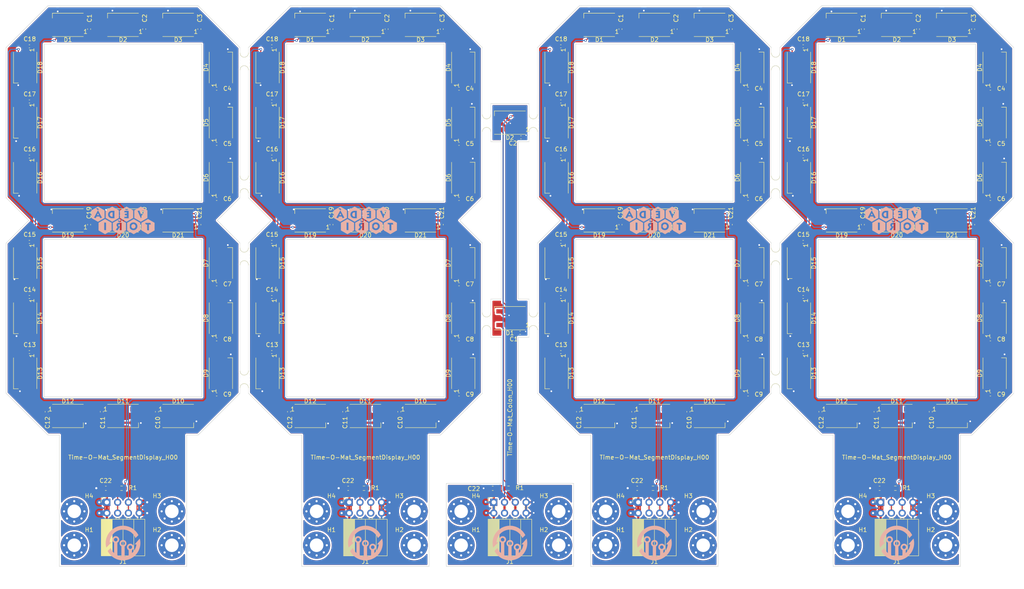
<source format=kicad_pcb>
(kicad_pcb (version 20211014) (generator pcbnew)
  (layers (0 "F.Cu" signal) (31 "B.Cu" signal) (34 "B.Paste" user) (35 "F.Paste" user) (36 "B.SilkS" user "B.Silkscreen") (37 "F.SilkS" user "F.Silkscreen") (38 "B.Mask" user) (39 "F.Mask" user) (44 "Edge.Cuts" user))
  (net 0 "")
  (net 1 "Net-(D1-Pad2)")
  (net 2 "Net-(D19-Pad2)")
  (net 3 "Net-(D2-Pad2)")
  (net 4 "Net-(D20-Pad2)")
  (net 5 "Net-(D3-Pad2)")
  (net 6 "Net-(D4-Pad2)")
  (net 7 "Net-(D5-Pad2)")
  (net 8 "Net-(D6-Pad2)")
  (net 9 "Net-(D10-Pad4)")
  (net 10 "Net-(D10-Pad2)")
  (net 11 "Net-(D11-Pad2)")
  (net 12 "Net-(D12-Pad2)")
  (net 13 "Net-(D13-Pad2)")
  (net 14 "Net-(D14-Pad2)")
  (net 15 "Net-(D15-Pad2)")
  (net 16 "Net-(D16-Pad2)")
  (net 17 "Net-(D17-Pad2)")
  (net 18 "Net-(D18-Pad2)")
  (net 19 "Net-(J1-Pad3)")
  (net 20 "Net-(D1-Pad4)")
  (net 21 "Net-(D7-Pad2)")
  (net 22 "Net-(D8-Pad2)")
  (net 23 "Net-(D21-Pad2)")
  (net 24 "+5V")
  (net 25 "GND")
  (footprint "Capacitor_SMD:C_0402_1005Metric" (layer "F.Cu") (at 148.074 39.284314 180)
    (fp_text reference "C17")
    (fp_text value "100nF")
  )
  (footprint "LED_SMD:LED_WS2812B_PLCC4_5.0x5.0mm_P3.2mm" (layer "F.Cu") (at 31.88 67.35 180)
    (fp_text reference "D19")
    (fp_text value "WS2812E")
  )
  (footprint "Capacitor_SMD:C_0402_1005Metric" (layer "F.Cu") (at 162.139685 68.35 90)
    (fp_text reference "C19")
    (fp_text value "100nF")
  )
  (footprint "Capacitor_SMD:C_0402_1005Metric" (layer "F.Cu") (at 49.88 22.218629 90)
    (fp_text reference "C2")
    (fp_text value "100nF")
  )
  (footprint "LED_SMD:LED_WS2812B_PLCC4_5.0x5.0mm_P3.2mm" (layer "F.Cu") (at 193.20537 77.415685 90)
    (fp_text reference "D7")
    (fp_text value "WS2812E")
  )
  (footprint "Capacitor_SMD:C_0402_1005Metric" (layer "F.Cu") (at 120.0114 22.218629 90)
    (fp_text reference "C3")
    (fp_text value "100nF")
  )
  (footprint "Connector_PinSocket_2.54mm:PinSocket_2x04_P2.54mm_Horizontal" (layer "F.Cu") (at 41.07 133.851371 90)
    (fp_text reference "J1")
    (fp_text value "Conn_02x04_Odd_Even")
  )
  (footprint "LED_SMD:LED_WS2812B_PLCC4_5.0x5.0mm_P3.2mm" (layer "F.Cu") (at 183.139685 67.35 180)
    (fp_text reference "D21")
    (fp_text value "WS2812E")
  )
  (footprint "LED_SMD:LED_WS2812B_PLCC4_5.0x5.0mm_P3.2mm" (layer "F.Cu") (at 44.88 21.218629 180)
    (fp_text reference "D2")
    (fp_text value "WS2812E")
  )
  (footprint "MountingHole:MountingHole_3.2mm_M3_Pad_Via" (layer "F.Cu") (at 33.38 143.981371)
    (fp_text reference "H1")
    (fp_text value "MountingHole")
  )
  (footprint "LED_SMD:LED_WS2812B_PLCC4_5.0x5.0mm_P3.2mm" (layer "F.Cu") (at 78.945715 77.415686 -90)
    (fp_text reference "D15")
    (fp_text value "WS2812E")
  )
  (footprint "LED_SMD:LED_WS2812B_PLCC4_5.0x5.0mm_P3.2mm" (layer "F.Cu") (at 227.271085 67.35 180)
    (fp_text reference "D20")
    (fp_text value "WS2812E")
  )
  (footprint "Capacitor_SMD:C_0402_1005Metric" (layer "F.Cu") (at 79.945715 39.284314 180)
    (fp_text reference "C17")
    (fp_text value "100nF")
  )
  (footprint "MountingHole:MountingHole_3.2mm_M3_Pad_Via" (layer "F.Cu") (at 215.771085 135.981371)
    (fp_text reference "H4")
    (fp_text value "MountingHole")
  )
  (footprint "Panelization:mouse-bite-2mm-slot-edgecuts" (layer "F.Cu") (at 73.4457 104.85 90)
    (fp_text reference "mouse-bite-2mm-slot" hide)
    (fp_text value "VAL**" hide)
    (fp_arc (start 2 1) (mid 1 0) (end 2 -1) (layer "Edge.Cuts") (width 0.1))
    (fp_arc (start -2 -1) (mid -1 0) (end -2 1) (layer "Edge.Cuts") (width 0.1))
  )
  (footprint "Capacitor_SMD:C_0402_1005Metric" (layer "F.Cu") (at 39.88 112.481371 -90)
    (fp_text reference "C11")
    (fp_text value "100nF")
  )
  (footprint "Capacitor_SMD:C_0402_1005Metric" (layer "F.Cu") (at 188.139685 22.218629 90)
    (fp_text reference "C3")
    (fp_text value "100nF")
  )
  (footprint "LED_SMD:LED_WS2812B_PLCC4_5.0x5.0mm_P3.2mm" (layer "F.Cu") (at 227.271085 113.481371)
    (fp_text reference "D11")
    (fp_text value "WS2812E")
  )
  (footprint "Capacitor_SMD:C_0402_1005Metric" (layer "F.Cu") (at 148.074 26.284314 180)
    (fp_text reference "C18")
    (fp_text value "100nF")
  )
  (footprint "Capacitor_SMD:C_0402_1005Metric" (layer "F.Cu") (at 52.88 112.481371 -90)
    (fp_text reference "C10")
    (fp_text value "100nF")
  )
  (footprint "Capacitor_SMD:C_0402_1005Metric" (layer "F.Cu") (at 22.814315 98.415686 180)
    (fp_text reference "C13")
    (fp_text value "100nF")
  )
  (footprint "LED_SMD:LED_WS2812B_PLCC4_5.0x5.0mm_P3.2mm" (layer "F.Cu") (at 67.945685 77.415685 90)
    (fp_text reference "D7")
    (fp_text value "WS2812E")
  )
  (footprint "Capacitor_SMD:C_0402_1005Metric" (layer "F.Cu") (at 148.074 52.284314 180)
    (fp_text reference "C16")
    (fp_text value "100nF")
  )
  (footprint "Capacitor_SMD:C_0402_1005Metric" (layer "F.Cu") (at 120.0114 68.35 90)
    (fp_text reference "C21")
    (fp_text value "100nF")
  )
  (footprint "Capacitor_SMD:C_0402_1005Metric" (layer "F.Cu") (at 22.814315 26.284314 180)
    (fp_text reference "C18")
    (fp_text value "100nF")
  )
  (footprint "Capacitor_SMD:C_0402_1005Metric" (layer "F.Cu") (at 66.945685 95.415685)
    (fp_text reference "C8")
    (fp_text value "100nF")
  )
  (footprint "LED_SMD:LED_WS2812B_PLCC4_5.0x5.0mm_P3.2mm" (layer "F.Cu") (at 67.945685 57.284314 90)
    (fp_text reference "D6")
    (fp_text value "WS2812E")
  )
  (footprint "Resistor_SMD:R_0603_1608Metric" (layer "F.Cu") (at 169.809685 130.54)
    (fp_text reference "R1")
    (fp_text value "75R")
  )
  (footprint "LED_SMD:LED_WS2812B_PLCC4_5.0x5.0mm_P3.2mm" (layer "F.Cu") (at 250.33677 44.284314 90)
    (fp_text reference "D5")
    (fp_text value "WS2812E")
  )
  (footprint "Capacitor_SMD:C_0402_1005Metric" (layer "F.Cu") (at 219.271085 22.218629 90)
    (fp_text reference "C1")
    (fp_text value "100nF")
  )
  (footprint "LED_SMD:LED_WS2812B_PLCC4_5.0x5.0mm_P3.2mm" (layer "F.Cu") (at 136.077001 90.415686 180)
    (fp_text reference "D1")
    (fp_text value "WS2812E")
  )
  (footprint "LED_SMD:LED_WS2812B_PLCC4_5.0x5.0mm_P3.2mm" (layer "F.Cu") (at 157.139685 113.481371)
    (fp_text reference "D12")
    (fp_text value "WS2812E")
  )
  (footprint "Capacitor_SMD:C_0402_1005Metric" (layer "F.Cu") (at 84.0114 112.481371 -90)
    (fp_text reference "C12")
    (fp_text value "100nF")
  )
  (footprint "LED_SMD:LED_WS2812B_PLCC4_5.0x5.0mm_P3.2mm" (layer "F.Cu") (at 78.945715 57.284314 -90)
    (fp_text reference "D16")
    (fp_text value "WS2812E")
  )
  (footprint "Capacitor_SMD:C_0402_1005Metric" (layer "F.Cu") (at 249.33677 108.415685)
    (fp_text reference "C9")
    (fp_text value "100nF")
  )
  (footprint "Capacitor_SMD:C_0402_1005Metric" (layer "F.Cu") (at 22.814315 39.284314 180)
    (fp_text reference "C17")
    (fp_text value "100nF")
  )
  (footprint "Capacitor_SMD:C_0402_1005Metric" (layer "F.Cu") (at 205.2054 85.415686 180)
    (fp_text reference "C14")
    (fp_text value "100nF")
  )
  (footprint "Capacitor_SMD:C_0402_1005Metric" (layer "F.Cu") (at 36.88 68.35 90)
    (fp_text reference "C19")
    (fp_text value "100nF")
  )
  (footprint "Connector_PinSocket_2.54mm:PinSocket_2x04_P2.54mm_Horizontal" (layer "F.Cu") (at 98.2014 133.851371 90)
    (fp_text reference "J1")
    (fp_text value "Conn_02x04_Odd_Even")
  )
  (footprint "LED_SMD:LED_WS2812B_PLCC4_5.0x5.0mm_P3.2mm" (layer "F.Cu") (at 157.139685 21.218629 180)
    (fp_text reference "D1")
    (fp_text value "WS2812E")
  )
  (footprint "LED_SMD:LED_WS2812B_PLCC4_5.0x5.0mm_P3.2mm" (layer "F.Cu") (at 102.0114 113.481371)
    (fp_text reference "D11")
    (fp_text value "WS2812E")
  )
  (footprint "Capacitor_SMD:C_0402_1005Metric" (layer "F.Cu") (at 249.33677 36.284314)
    (fp_text reference "C4")
    (fp_text value "100nF")
  )
  (footprint "Capacitor_SMD:C_0402_1005Metric" (layer "F.Cu") (at 219.271085 68.35 90)
    (fp_text reference "C19")
    (fp_text value "100nF")
  )
  (footprint "MountingHole:MountingHole_3.2mm_M3_Pad_Via" (layer "F.Cu") (at 90.5114 135.981371)
    (fp_text reference "H4")
    (fp_text value "MountingHole")
  )
  (footprint "Capacitor_SMD:C_0402_1005Metric" (layer "F.Cu") (at 79.945715 72.415686 180)
    (fp_text reference "C15")
    (fp_text value "100nF")
  )
  (footprint "Capacitor_SMD:C_0402_1005Metric" (layer "F.Cu") (at 205.2054 26.284314 180)
    (fp_text reference "C18")
    (fp_text value "100nF")
  )
  (footprint "Capacitor_SMD:C_0402_1005Metric" (layer "F.Cu") (at 138.477001 93.85)
    (fp_text reference "C1")
    (fp_text value "100nF")
  )
  (footprint "Capacitor_SMD:C_0402_1005Metric" (layer "F.Cu") (at 22.814315 72.415686 180)
    (fp_text reference "C15")
    (fp_text value "100nF")
  )
  (footprint "LED_SMD:LED_WS2812B_PLCC4_5.0x5.0mm_P3.2mm" (layer "F.Cu") (at 250.33677 103.415685 90)
    (fp_text reference "D9")
    (fp_text value "WS2812E")
  )
  (footprint "MountingHole:MountingHole_3.2mm_M3_Pad_Via" (layer "F.Cu") (at 33.38 135.981371)
    (fp_text reference "H4")
    (fp_text value "MountingHole")
  )
  (footprint "Connector_PinSocket_2.54mm:PinSocket_2x04_P2.54mm_Horizontal" (layer "F.Cu") (at 166.329685 133.851371 90)
    (fp_text reference "J1")
    (fp_text value "Conn_02x04_Odd_Even")
  )
  (footprint "MountingHole:MountingHole_3.2mm_M3_Pad_Via" (layer "F.Cu") (at 215.771085 143.981371)
    (fp_text reference "H1")
    (fp_text value "MountingHole")
  )
  (footprint "LED_SMD:LED_WS2812B_PLCC4_5.0x5.0mm_P3.2mm" (layer "F.Cu") (at 21.814315 77.415686 -90)
    (fp_text reference "D15")
    (fp_text value "WS2812E")
  )
  (footprint "Capacitor_SMD:C_0402_1005Metric" (layer "F.Cu") (at 79.945715 85.415686 180)
    (fp_text reference "C14")
    (fp_text value "100nF")
  )
  (footprint "Capacitor_SMD:C_0402_1005Metric" (layer "F.Cu") (at 79.945715 98.415686 180)
    (fp_text reference "C13")
    (fp_text value "100nF")
  )
  (footprint "LED_SMD:LED_WS2812B_PLCC4_5.0x5.0mm_P3.2mm" (layer "F.Cu") (at 170.139685 67.35 180)
    (fp_text reference "D20")
    (fp_text value "WS2812E")
  )
  (footprint "Capacitor_SMD:C_0603_1608Metric" (layer "F.Cu") (at 132.022001 130.55 180)
    (fp_text reference "C22")
    (fp_text value "10uF")
  )
  (footprint "Panelization:mouse-bite-2mm-slot-edgecuts" (layer "F.Cu") (at 130.577 44.4 90)
    (fp_text reference "mouse-bite-2mm-slot" hide)
    (fp_text value "VAL**" hide)
    (fp_arc (start 2 1) (mid 1 0) (end 2 -1) (layer "Edge.Cuts") (width 0.1))
    (fp_arc (start -2 -1) (mid -1 0) (end -2 1) (layer "Edge.Cuts") (width 0.1))
  )
  (footprint "LED_SMD:LED_WS2812B_PLCC4_5.0x5.0mm_P3.2mm" (layer "F.Cu") (at 204.2054 90.415686 -90)
    (fp_text reference "D14")
    (fp_text value "WS2812E")
  )
  (footprint "LED_SMD:LED_WS2812B_PLCC4_5.0x5.0mm_P3.2mm" (layer "F.Cu") (at 170.139685 21.218629 180)
    (fp_text reference "D2")
    (fp_text value "WS2812E")
  )
  (footprint "Capacitor_SMD:C_0402_1005Metric" (layer "F.Cu") (at 22.814315 52.284314 180)
    (fp_text reference "C16")
    (fp_text value "100nF")
  )
  (footprint "LED_SMD:LED_WS2812B_PLCC4_5.0x5.0mm_P3.2mm" (layer "F.Cu") (at 89.0114 113.481371)
    (fp_text reference "D12")
    (fp_text value "WS2812E")
  )
  (footprint "LED_SMD:LED_WS2812B_PLCC4_5.0x5.0mm_P3.2mm" (layer "F.Cu") (at 125.077085 90.415685 90)
    (fp_text reference "D8")
    (fp_text value "WS2812E")
  )
  (footprint "LED_SMD:LED_WS2812B_PLCC4_5.0x5.0mm_P3.2mm" (layer "F.Cu") (at 250.33677 90.415685 90)
    (fp_text reference "D8")
    (fp_text value "WS2812E")
  )
  (footprint "LED_SMD:LED_WS2812B_PLCC4_5.0x5.0mm_P3.2mm" (layer "F.Cu") (at 125.077085 57.284314 90)
    (fp_text reference "D6")
    (fp_text value "WS2812E")
  )
  (footprint "LED_SMD:LED_WS2812B_PLCC4_5.0x5.0mm_P3.2mm" (layer "F.Cu") (at 67.945685 31.284314 90)
    (fp_text reference "D4")
    (fp_text value "WS2812E")
  )
  (footprint "Panelization:mouse-bite-2mm-slot-edgecuts" (layer "F.Cu") (at 198.705385 75.85 90)
    (fp_text reference "mouse-bite-2mm-slot" hide)
    (fp_text value "VAL**" hide)
    (fp_arc (start 2 1) (mid 1 0) (end 2 -1) (layer "Edge.Cuts") (width 0.1))
    (fp_arc (start -2 -1) (mid -1 0) (end -2 1) (layer "Edge.Cuts") (width 0.1))
  )
  (footprint "Panelization:mouse-bite-2mm-slot-edgecuts" (layer "F.Cu") (at 73.4457 58.85 90)
    (fp_text reference "mouse-bite-2mm-slot" hide)
    (fp_text value "VAL**" hide)
    (fp_arc (start 2 1) (mid 1 0) (end 2 -1) (layer "Edge.Cuts") (width 0.1))
    (fp_arc (start -2 -1) (mid -1 0) (end -2 1) (layer "Edge.Cuts") (width 0.1))
  )
  (footprint "Capacitor_SMD:C_0402_1005Metric" (layer "F.Cu") (at 148.074 85.415686 180)
    (fp_text reference "C14")
    (fp_text value "100nF")
  )
  (footprint "Capacitor_SMD:C_0402_1005Metric" (layer "F.Cu") (at 165.139685 112.481371 -90)
    (fp_text reference "C11")
    (fp_text value "100nF")
  )
  (footprint "MountingHole:MountingHole_3.2mm_M3_Pad_Via" (layer "F.Cu") (at 158.639685 135.981371)
    (fp_text reference "H4")
    (fp_text value "MountingHole")
  )
  (footprint "LED_SMD:LED_WS2812B_PLCC4_5.0x5.0mm_P3.2mm" (layer "F.Cu") (at 147.074 57.284314 -90)
    (fp_text reference "D16")
    (fp_text value "WS2812E")
  )
  (footprint "Capacitor_SMD:C_0402_1005Metric" (layer "F.Cu") (at 178.139685 112.481371 -90)
    (fp_text reference "C10")
    (fp_text value "100nF")
  )
  (footprint "LED_SMD:LED_WS2812B_PLCC4_5.0x5.0mm_P3.2mm" (layer "F.Cu") (at 67.945685 103.415685 90)
    (fp_text reference "D9")
    (fp_text value "WS2812E")
  )
  (footprint "LED_SMD:LED_WS2812B_PLCC4_5.0x5.0mm_P3.2mm" (layer "F.Cu") (at 193.20537 103.415685 90)
    (fp_text reference "D9")
    (fp_text value "WS2812E")
  )
  (footprint "Capacitor_SMD:C_0402_1005Metric" (layer "F.Cu") (at 232.271085 22.218629 90)
    (fp_text reference "C2")
    (fp_text value "100nF")
  )
  (footprint "MountingHole:MountingHole_3.2mm_M3_Pad_Via" (layer "F.Cu") (at 238.771085 143.981371)
    (fp_text reference "H2")
    (fp_text value "MountingHole")
  )
  (footprint "LED_SMD:LED_WS2812B_PLCC4_5.0x5.0mm_P3.2mm" (layer "F.Cu") (at 21.814315 44.284314 -90)
    (fp_text reference "D17")
    (fp_text value "WS2812E")
  )
  (footprint "LED_SMD:LED_WS2812B_PLCC4_5.0x5.0mm_P3.2mm" (layer "F.Cu") (at 57.88 113.481371)
    (fp_text reference "D10")
    (fp_text value "WS2812E")
  )
  (footprint "MountingHole:MountingHole_3.2mm_M3_Pad_Via" (layer "F.Cu") (at 124.577001 135.981371)
    (fp_text reference "H4")
    (fp_text value "MountingHole")
  )
  (footprint "LED_SMD:LED_WS2812B_PLCC4_5.0x5.0mm_P3.2mm" (layer "F.Cu") (at 67.945685 90.415685 90)
    (fp_text reference "D8")
    (fp_text value "WS2812E")
  )
  (footprint "Capacitor_SMD:C_0402_1005Metric" (layer "F.Cu") (at 222.271085 112.481371 -90)
    (fp_text reference "C11")
    (fp_text value "100nF")
  )
  (footprint "Capacitor_SMD:C_0603_1608Metric" (layer "F.Cu") (at 223.216085 130.55 180)
    (fp_text reference "C22")
    (fp_text value "10uF")
  )
  (footprint "Resistor_SMD:R_0603_1608Metric" (layer "F.Cu") (at 135.747001 130.54)
    (fp_text reference "R1")
    (fp_text value "75R")
  )
  (footprint "Capacitor_SMD:C_0402_1005Metric" (layer "F.Cu") (at 94.0114 22.218629 90)
    (fp_text reference "C1")
    (fp_text value "100nF")
  )
  (footprint "LED_SMD:LED_WS2812B_PLCC4_5.0x5.0mm_P3.2mm" (layer "F.Cu") (at 193.20537 57.284314 90)
    (fp_text reference "D6")
    (fp_text value "WS2812E")
  )
  (footprint "Capacitor_SMD:C_0402_1005Metric" (layer "F.Cu") (at 205.2054 72.415686 180)
    (fp_text reference "C15")
    (fp_text value "100nF")
  )
  (footprint "LED_SMD:LED_WS2812B_PLCC4_5.0x5.0mm_P3.2mm" (layer "F.Cu") (at 214.271085 113.481371)
    (fp_text reference "D12")
    (fp_text value "WS2812E")
  )
  (footprint "Resistor_SMD:R_0603_1608Metric" (layer "F.Cu") (at 101.6814 130.54)
    (fp_text reference "R1")
    (fp_text value "75R")
  )
  (footprint "LED_SMD:LED_WS2812B_PLCC4_5.0x5.0mm_P3.2mm" (layer "F.Cu") (at 227.271085 21.218629 180)
    (fp_text reference "D2")
    (fp_text value "WS2812E")
  )
  (footprint "LED_SMD:LED_WS2812B_PLCC4_5.0x5.0mm_P3.2mm" (layer "F.Cu") (at 147.074 44.284314 -90)
    (fp_text reference "D17")
    (fp_text value "WS2812E")
  )
  (footprint "MountingHole:MountingHole_3.2mm_M3_Pad_Via" (layer "F.Cu") (at 238.771085 135.981371)
    (fp_text reference "H3")
    (fp_text value "MountingHole")
  )
  (footprint "Capacitor_SMD:C_0402_1005Metric" (layer "F.Cu") (at 107.0114 68.35 90)
    (fp_text reference "C20")
    (fp_text value "100nF")
  )
  (footprint "LED_SMD:LED_WS2812B_PLCC4_5.0x5.0mm_P3.2mm" (layer "F.Cu") (at 183.139685 113.481371)
    (fp_text reference "D10")
    (fp_text value "WS2812E")
  )
  (footprint "Panelization:mouse-bite-2mm-slot-edgecuts" (layer "F.Cu") (at 198.705385 104.85 90)
    (fp_text reference "mouse-bite-2mm-slot" hide)
    (fp_text value "VAL**" hide)
    (fp_arc (start -2 -1) (mid -1 0) (end -2 1) (layer "Edge.Cuts") (width 0.1))
    (fp_arc (start 2 1) (mid 1 0) (end 2 -1) (layer "Edge.Cuts") (width 0.1))
  )
  (footprint "LED_SMD:LED_WS2812B_PLCC4_5.0x5.0mm_P3.2mm" (layer "F.Cu") (at 157.139685 67.35 180)
    (fp_text reference "D19")
    (fp_text value "WS2812E")
  )
  (footprint "Capacitor_SMD:C_0402_1005Metric" (layer "F.Cu") (at 192.20537 95.415685)
    (fp_text reference "C8")
    (fp_text value "100nF")
  )
  (footprint "MountingHole:MountingHole_3.2mm_M3_Pad_Via" (layer "F.Cu") (at 124.577001 143.981371)
    (fp_text reference "H1")
    (fp_text value "MountingHole")
  )
  (footprint "Capacitor_SMD:C_0402_1005Metric" (layer "F.Cu") (at 94.0114 68.35 90)
    (fp_text reference "C19")
    (fp_text value "100nF")
  )
  (footprint "LED_SMD:LED_WS2812B_PLCC4_5.0x5.0mm_P3.2mm" (layer "F.Cu") (at 78.945715 31.284314 -90)
    (fp_text reference "D18")
    (fp_text value "WS2812E")
  )
  (footprint "Capacitor_SMD:C_0402_1005Metric" (layer "F.Cu") (at 175.139685 22.218629 90)
    (fp_text reference "C2")
    (fp_text value "100nF")
  )
  (footprint "LED_SMD:LED_WS2812B_PLCC4_5.0x5.0mm_P3.2mm" (layer "F.Cu") (at 250.33677 77.415685 90)
    (fp_text reference "D7")
    (fp_text value "WS2812E")
  )
  (footprint "Capacitor_SMD:C_0402_1005Metric" (layer "F.Cu") (at 152.139685 112.481371 -90)
    (fp_text reference "C12")
    (fp_text value "100nF")
  )
  (footprint "LED_SMD:LED_WS2812B_PLCC4_5.0x5.0mm_P3.2mm" (layer "F.Cu") (at 115.0114 21.218629 180)
    (fp_text reference "D3")
    (fp_text value "WS2812E")
  )
  (footprint "LED_SMD:LED_WS2812B_PLCC4_5.0x5.0mm_P3.2mm" (layer "F.Cu") (at 57.88 67.35 180)
    (fp_text reference "D21")
    (fp_text value "WS2812E")
  )
  (footprint "LED_SMD:LED_WS2812B_PLCC4_5.0x5.0mm_P3.2mm" (layer "F.Cu") (at 102.0114 67.35 180)
    (fp_text reference "D20")
    (fp_text value "WS2812E")
  )
  (footprint "LED_SMD:LED_WS2812B_PLCC4_5.0x5.0mm_P3.2mm" (layer "F.Cu") (at 31.88 21.218629 180)
    (fp_text reference "D1")
    (fp_text value "WS2812E")
  )
  (footprint "LED_SMD:LED_WS2812B_PLCC4_5.0x5.0mm_P3.2mm" (layer "F.Cu") (at 204.2054 31.284314 -90)
    (fp_text reference "D18")
    (fp_text value "WS2812E")
  )
  (footprint "Capacitor_SMD:C_0402_1005Metric" (layer "F.Cu") (at 66.945685 36.284314)
    (fp_text reference "C4")
    (fp_text value "100nF")
  )
  (footprint "LED_SMD:LED_WS2812B_PLCC4_5.0x5.0mm_P3.2mm" (layer "F.Cu") (at 183.139685 21.218629 180)
    (fp_text reference "D3")
    (fp_text value "WS2812E")
  )
  (footprint "LED_SMD:LED_WS2812B_PLCC4_5.0x5.0mm_P3.2mm" (layer "F.Cu") (at 102.0114 21.218629 180)
    (fp_text reference "D2")
    (fp_text value "WS2812E")
  )
  (footprint "Capacitor_SMD:C_0402_1005Metric" (layer "F.Cu") (at 245.271085 22.218629 90)
    (fp_text reference "C3")
    (fp_text value "100nF")
  )
  (footprint "Capacitor_SMD:C_0402_1005Metric" (layer "F.Cu") (at 124.077085 62.284314)
    (fp_text reference "C6")
    (fp_text value "100nF")
  )
  (footprint "Capacitor_SMD:C_0402_1005Metric" (layer "F.Cu") (at 66.945685 62.284314)
    (fp_text reference "C6")
    (fp_text value "100nF")
  )
  (footprint "LED_SMD:LED_WS2812B_PLCC4_5.0x5.0mm_P3.2mm" (layer "F.Cu") (at 125.077085 44.284314 90)
    (fp_text reference "D5")
    (fp_text value "WS2812E")
  )
  (footprint "LED_SMD:LED_WS2812B_PLCC4_5.0x5.0mm_P3.2mm" (layer "F.Cu") (at 21.814315 57.284314 -90)
    (fp_text reference "D16")
    (fp_text value "WS2812E")
  )
  (footprint "Resistor_SMD:R_0603_1608Metric" (layer "F.Cu") (at 44.55 130.54)
    (fp_text reference "R1")
    (fp_text value "75R")
  )
  (footprint "LED_SMD:LED_WS2812B_PLCC4_5.0x5.0mm_P3.2mm" (layer "F.Cu") (at 250.33677 31.284314 90)
    (fp_text reference "D4")
    (fp_text value "WS2812E")
  )
  (footprint "LED_SMD:LED_WS2812B_PLCC4_5.0x5.0mm_P3.2mm" (layer "F.Cu") (at 44.88 113.481371)
    (fp_text reference "D11")
    (fp_text value "WS2812E")
  )
  (footprint "Capacitor_SMD:C_0402_1005Metric" (layer "F.Cu") (at 232.271085 68.35 90)
    (fp_text reference "C20")
    (fp_text value "100nF")
  )
  (footprint "MountingHole:MountingHole_3.2mm_M3_Pad_Via" (layer "F.Cu") (at 90.5114 143.981371)
    (fp_text reference "H1")
    (fp_text value "MountingHole")
  )
  (footprint "Capacitor_SMD:C_0402_1005Metric" (layer "F.Cu") (at 124.077085 108.415685)
    (fp_text reference "C9")
    (fp_text value "100nF")
  )
  (footprint "Panelization:mouse-bite-2mm-slot-edgecuts" (layer "F.Cu") (at 198.705385 29.85 90)
    (fp_text reference "mouse-bite-2mm-slot" hide)
    (fp_text value "VAL**" hide)
    (fp_arc (start 2 1) (mid 1 0) (end 2 -1) (layer "Edge.Cuts") (width 0.1))
    (fp_arc (start -2 -1) (mid -1 0) (end -2 1) (layer "Edge.Cuts") (width 0.1))
  )
  (footprint "LED_SMD:LED_WS2812B_PLCC4_5.0x5.0mm_P3.2mm" (layer "F.Cu") (at 115.0114 67.35 180)
    (fp_text reference "D21")
    (fp_text value "WS2812E")
  )
  (footprint "LED_SMD:LED_WS2812B_PLCC4_5.0x5.0mm_P3.2mm" (layer "F.Cu") (at 204.2054 44.284314 -90)
    (fp_text reference "D17")
    (fp_text value "WS2812E")
  )
  (footprint "Resistor_SMD:R_0603_1608Metric" (layer "F.Cu") (at 226.941085 130.54)
    (fp_text reference "R1")
    (fp_text value "75R")
  )
  (footprint "LED_SMD:LED_WS2812B_PLCC4_5.0x5.0mm_P3.2mm" (layer "F.Cu") (at 89.0114 67.35 180)
    (fp_text reference "D19")
    (fp_text value "WS2812E")
  )
  (footprint "LED_SMD:LED_WS2812B_PLCC4_5.0x5.0mm_P3.2mm" (layer "F.Cu") (at 147.074 90.415686 -90)
    (fp_text reference "D14")
    (fp_text value "WS2812E")
  )
  (footprint "Capacitor_SMD:C_0603_1608Metric" (layer "F.Cu") (at 166.084685 130.55 180)
    (fp_text reference "C22")
    (fp_text value "10uF")
  )
  (footprint "Capacitor_SMD:C_0402_1005Metric" (layer "F.Cu") (at 249.33677 49.284314)
    (fp_text reference "C5")
    (fp_text value "100nF")
  )
  (footprint "Capacitor_SMD:C_0402_1005Metric" (layer "F.Cu") (at 175.139685 68.35 90)
    (fp_text reference "C20")
    (fp_text value "100nF")
  )
  (footprint "LED_SMD:LED_WS2812B_PLCC4_5.0x5.0mm_P3.2mm" (layer "F.Cu") (at 78.945715 103.415686 -90)
    (fp_text reference "D13")
    (fp_text value "WS2812E")
  )
  (footprint "Capacitor_SMD:C_0402_1005Metric" (layer "F.Cu") (at 235.271085 112.481371 -90)
    (fp_text reference "C10")
    (fp_text value "100nF")
  )
  (footprint "MountingHole:MountingHole_3.2mm_M3_Pad_Via" (layer "F.Cu") (at 113.5114 135.981371)
    (fp_text reference "H3")
    (fp_text value "MountingHole")
  )
  (footprint "Capacitor_SMD:C_0402_1005Metric" (layer "F.Cu") (at 97.0114 112.481371 -90)
    (fp_text reference "C11")
    (fp_text value "100nF")
  )
  (footprint "Panelization:mouse-bite-2mm-slot-edgecuts" (layer "F.Cu") (at 73.4457 75.85 90)
    (fp_text reference "mouse-bite-2mm-slot" hide)
    (fp_text value "VAL**" hide)
    (fp_arc (start -2 -1) (mid -1 0) (end -2 1) (layer "Edge.Cuts") (width 0.1))
    (fp_arc (start 2 1) (mid 1 0) (end 2 -1) (layer "Edge.Cuts") (width 0.1))
  )
  (footprint "Capacitor_SMD:C_0402_1005Metric" (layer "F.Cu") (at 124.077085 82.415685)
    (fp_text reference "C7")
    (fp_text value "100nF")
  )
  (footprint "MountingHole:MountingHole_3.2mm_M3_Pad_Via" (layer "F.Cu") (at 181.639685 143.981371)
    (fp_text reference "H2")
    (fp_text value "MountingHole")
  )
  (footprint "Capacitor_SMD:C_0402_1005Metric" (layer "F.Cu") (at 205.2054 52.284314 180)
    (fp_text reference "C16")
    (fp_text value "100nF")
  )
  (footprint "Capacitor_SMD:C_0402_1005Metric" (layer "F.Cu") (at 148.074 98.415686 180)
    (fp_text reference "C13")
    (fp_text value "100nF")
  )
  (footprint "Capacitor_SMD:C_0402_1005Metric" (layer "F.Cu") (at 79.945715 52.284314 180)
    (fp_text reference "C16")
    (fp_text value "100nF")
  )
  (footprint "Capacitor_SMD:C_0402_1005Metric" (layer "F.Cu") (at 79.945715 26.284314 180)
    (fp_text reference "C18")
    (fp_text value "100nF")
  )
  (footprint "MountingHole:MountingHole_3.2mm_M3_Pad_Via" (layer "F.Cu") (at 158.639685 143.981371)
    (fp_text reference "H1")
    (fp_text value "MountingHole")
  )
  (footprint "MountingHole:MountingHole_3.2mm_M3_Pad_Via" (layer "F.Cu") (at 181.639685 135.981371)
    (fp_text reference "H3")
    (fp_text value "MountingHole")
  )
  (footprint "Capacitor_SMD:C_0402_1005Metric" (layer "F.Cu") (at 148.074 72.415686 180)
    (fp_text reference "C15")
    (fp_text value "100nF")
  )
  (footprint "Capacitor_SMD:C_0402_1005Metric" (layer "F.Cu") (at 192.20537 49.284314)
    (fp_text reference "C5")
    (fp_text value "100nF")
  )
  (footprint "LED_SMD:LED_WS2812B_PLCC4_5.0x5.0mm_P3.2mm" (layer "F.Cu") (at 125.077085 77.415685 90)
    (fp_text reference "D7")
    (fp_text value "WS2812E")
  )
  (footprint "Capacitor_SMD:C_0402_1005Metric" (layer "F.Cu") (at 62.88 22.218629 90)
    (fp_text reference "C3")
    (fp_text value "100nF")
  )
  (footprint "LED_SMD:LED_WS2812B_PLCC4_5.0x5.0mm_P3.2mm" (layer "F.Cu") (at 89.0114 21.218629 180)
    (fp_text reference "D1")
    (fp_text value "WS2812E")
  )
  (footprint "LED_SMD:LED_WS2812B_PLCC4_5.0x5.0mm_P3.2mm" (layer "F.Cu") (at 193.20537 31.284314 90)
    (fp_text reference "D4")
    (fp_text value "WS2812E")
  )
  (footprint "Capacitor_SMD:C_0402_1005Metric" (layer "F.Cu") (at 209.271085 112.481371 -90)
    (fp_text reference "C12")
    (fp_text value "100nF")
  )
  (footprint "LED_SMD:LED_WS2812B_PLCC4_5.0x5.0mm_P3.2mm" (layer "F.Cu") (at 147.074 31.284314 -90)
    (fp_text reference "D18")
    (fp_text value "WS2812E")
  )
  (footprint "LED_SMD:LED_WS2812B_PLCC4_5.0x5.0mm_P3.2mm" (layer "F.Cu") (at 147.074 77.415686 -90)
    (fp_text reference "D15")
    (fp_text value "WS2812E")
  )
  (footprint "Capacitor_SMD:C_0402_1005Metric" (layer "F.Cu") (at 192.20537 36.284314)
    (fp_text reference "C4")
    (fp_text value "100nF")
  )
  (footprint "Capacitor_SMD:C_0402_1005Metric" (layer "F.Cu") (at 138.677001 47.75)
    (fp_text reference "C2")
    (fp_text value "100nF")
  )
  (footprint "Capacitor_SMD:C_0402_1005Metric" (layer "F.Cu") (at 66.945685 108.415685)
    (fp_text reference "C9")
    (fp_text value "100nF")
  )
  (footprint "Panelization:mouse-bite-2mm-slot-edgecuts" (layer "F.Cu") (at 73.4457 29.85 90)
    (fp_text reference "mouse-bite-2mm-slot" hide)
    (fp_text value "VAL**" hide)
    (fp_arc (start 2 1) (mid 1 0) (end 2 -1) (layer "Edge.Cuts") (width 0.1))
    (fp_arc (start -2 -1) (mid -1 0) (end -2 1) (layer "Edge.Cuts") (width 0.1))
  )
  (footprint "LED_SMD:LED_WS2812B_PLCC4_5.0x5.0mm_P3.2mm" (layer "F.Cu") (at 21.814315 31.284314 -90)
    (fp_text reference "D18")
    (fp_text value "WS2812E")
  )
  (footprint "Capacitor_SMD:C_0402_1005Metric" (layer "F.Cu") (at 192.20537 62.284314)
    (fp_text reference "C6")
    (fp_text value "100nF")
  )
  (footprint "Capacitor_SMD:C_0402_1005Metric" (layer "F.Cu") (at 249.33677 62.284314)
    (fp_text reference "C6")
    (fp_text value "100nF")
  )
  (footprint "Capacitor_SMD:C_0402_1005Metric" (layer "F.Cu") (at 36.88 22.218629 90)
    (fp_text reference "C1")
    (fp_text value "100nF")
  )
  (footprint "Panelization:mouse-bite-2mm-slot-edgecuts" (layer "F.Cu") (at 130.575 91.138 90)
    (fp_text reference "mouse-bite-2mm-slot" hide)
    (fp_text value "VAL**" hide)
    (fp_arc (start -2 -1) (mid -1 0) (end -2 1) (layer "Edge.Cuts") (width 0.1))
    (fp_arc (start 2 1) (mid 1 0) (end 2 -1) (layer "Edge.Cuts") (width 0.1))
  )
  (footprint "MountingHole:MountingHole_3.2mm_M3_Pad_Via" (layer "F.Cu") (at 56.38 135.981371)
    (fp_text reference "H3")
    (fp_text value "MountingHole")
  )
  (footprint "LED_SMD:LED_WS2812B_PLCC4_5.0x5.0mm_P3.2mm" (layer "F.Cu") (at 214.271085 67.35 180)
    (fp_text reference "D19")
    (fp_text value "WS2812E")
  )
  (footprint "LED_SMD:LED_WS2812B_PLCC4_5.0x5.0mm_P3.2mm" (layer "F.Cu") (at 125.077085 31.284314 90)
    (fp_text reference "D4")
    (fp_text value "WS2812E")
  )
  (footprint "Capacitor_SMD:C_0402_1005Metric" (layer "F.Cu") (at 49.88 68.35 90)
    (fp_text reference "C20")
    (fp_text value "100nF")
  )
  (footprint "Capacitor_SMD:C_0402_1005Metric" (layer "F.Cu") (at 124.077085 36.284314)
    (fp_text reference "C4")
    (fp_text value "100nF")
  )
  (footprint "LED_SMD:LED_WS2812B_PLCC4_5.0x5.0mm_P3.2mm" (layer "F.Cu") (at 240.271085 67.35 180)
    (fp_text reference "D21")
    (fp_text value "WS2812E")
  )
  (footprint "LED_SMD:LED_WS2812B_PLCC4_5.0x5.0mm_P3.2mm" (layer "F.Cu") (at 240.271085 21.218629 180)
    (fp_text reference "D3")
    (fp_text value "WS2812E")
  )
  (footprint "LED_SMD:LED_WS2812B_PLCC4_5.0x5.0mm_P3.2mm" (layer "F.Cu") (at 193.20537 44.284314 90)
    (fp_text reference "D5")
    (fp_text value "WS2812E")
  )
  (footprint "LED_SMD:LED_WS2812B_PLCC4_5.0x5.0mm_P3.2mm" (layer "F.Cu") (at 21.814315 103.415686 -90)
    (fp_text reference "D13")
    (fp_text value "WS2812E")
  )
  (footprint "LED_SMD:LED_WS2812B_PLCC4_5.0x5.0mm_P3.2mm" (layer "F.Cu") (at 115.0114 113.481371)
    (fp_text reference "D10")
    (fp_text value "WS2812E")
  )
  (footprint "LED_SMD:LED_WS2812B_PLCC4_5.0x5.0mm_P3.2mm" (layer "F.Cu") (at 44.88 67.35 180)
    (fp_text reference "D20")
    (fp_text value "WS2812E")
  )
  (footprint "Capacitor_SMD:C_0402_1005Metric" (layer "F.Cu") (at 62.88 68.35 90)
    (fp_text reference "C21")
    (fp_text value "100nF")
  )
  (footprint "Capacitor_SMD:C_0402_1005Metric" (layer "F.Cu") (at 249.33677 95.415685)
    (fp_text reference "C8")
    (fp_text value "100nF")
  )
  (footprint "Panelization:mouse-bite-2mm-slot-edgecuts" (layer "F.Cu") (at 141.575 91.138 90)
    (fp_text reference "mouse-bite-2mm-slot" hide)
    (fp_text value "VAL**" hide)
    (fp_arc (start -2 -1) (mid -1 0) (end -2 1) (layer "Edge.Cuts") (width 0.1))
    (fp_arc (start 2 1) (mid 1 0) (end 2 -1) (layer "Edge.Cuts") (width 0.1))
  )
  (footprint "LED_SMD:LED_WS2812B_PLCC4_5.0x5.0mm_P3.2mm" (layer "F.Cu") (at 193.20537 90.415685 90)
    (fp_text reference "D8")
    (fp_text value "WS2812E")
  )
  (footprint "Panelization:mouse-bite-2mm-slot-edgecuts" (layer "F.Cu") (at 141.577 44.4 90)
    (fp_text reference "mouse-bite-2mm-slot" hide)
    (fp_text value "VAL**" hide)
    (fp_arc (start 2 1) (mid 1 0) (end 2 -1) (layer "Edge.Cuts") (width 0.1))
    (fp_arc (start -2 -1) (mid -1 0) (end -2 1) (layer "Edge.Cuts") (width 0.1))
  )
  (footprint "Capacitor_SMD:C_0402_1005Metric" (layer "F.Cu") (at 162.139685 22.218629 90)
    (fp_text reference "C1")
    (fp_text value "100nF")
  )
  (footprint "MountingHole:MountingHole_3.2mm_M3_Pad_Via" (layer "F.Cu") (at 147.577001 143.981371)
    (fp_text reference "H2")
    (fp_text value "MountingHole")
  )
  (footprint "MountingHole:MountingHole_3.2mm_M3_Pad_Via" (layer "F.Cu") (at 113.5114 143.981371)
    (fp_text reference "H2")
    (fp_text value "MountingHole")
  )
  (footprint "LED_SMD:LED_WS2812B_PLCC4_5.0x5.0mm_P3.2mm" (layer "F.Cu") (at 21.814315 90.415686 -90)
    (fp_text reference "D14")
    (fp_text value "WS2812E")
  )
  (footprint "Capacitor_SMD:C_0402_1005Metric" (layer "F.Cu") (at 205.2054 39.284314 180)
    (fp_text reference "C17")
    (fp_text value "100nF")
  )
  (footprint "LED_SMD:LED_WS2812B_PLCC4_5.0x5.0mm_P3.2mm" (layer "F.Cu") (at 31.88 113.481371)
    (fp_text reference "D12")
    (fp_text value "WS2812E")
  )
  (footprint "Capacitor_SMD:C_0402_1005Metric" (layer "F.Cu") (at 124.077085 95.415685)
    (fp_text reference "C8")
    (fp_text value "100nF")
  )
  (footprint "LED_SMD:LED_WS2812B_PLCC4_5.0x5.0mm_P3.2mm" (layer "F.Cu") (at 170.139685 113.481371)
    (fp_text reference "D11")
    (fp_text value "WS2812E")
  )
  (footprint "Capacitor_SMD:C_0402_1005Metric" (layer "F.Cu") (at 192.20537 82.415685)
    (fp_text reference "C7")
    (fp_text value "100nF")
  )
  (footprint "LED_SMD:LED_WS2812B_PLCC4_5.0x5.0mm_P3.2mm" (layer "F.Cu") (at 136.077001 44.284314 180)
    (fp_text reference "D2")
    (fp_text value "WS2812E")
  )
  (footprint "Capacitor_SMD:C_0402_1005Metric" (layer "F.Cu") (at 66.945685 82.415685)
    (fp_text reference "C7")
    (fp_text value "100nF")
  )
  (footprint "Capacitor_SMD:C_0402_1005Metric" (layer "F.Cu") (at 22.814315 85.415686 180)
    (fp_text reference "C14")
    (fp_text value "100nF")
  )
  (footprint "Capacitor_SMD:C_0402_1005Metric" (layer "F.Cu") (at 245.271085 68.35 90)
    (fp_text reference "C21")
    (fp_text value "100nF")
  )
  (footprint "LED_SMD:LED_WS2812B_PLCC4_5.0x5.0mm_P3.2mm" (layer "F.Cu") (at 78.945715 44.284314 -90)
    (fp_text reference "D17")
    (fp_text value "WS2812E")
  )
  (footprint "Capacitor_SMD:C_0402_1005Metric" (layer "F.Cu") (at 124.077085 49.284314)
    (fp_text reference "C5")
    (fp_text value "100nF")
  )
  (footprint "Capacitor_SMD:C_0402_1005Metric" (layer "F.Cu") (at 107.0114 22.218629 90)
    (fp_text reference "C2")
    (fp_text value "100nF")
  )
  (footprint "MountingHole:MountingHole_3.2mm_M3_Pad_Via" (layer "F.Cu") (at 147.577001 135.981371)
    (fp_text reference "H3")
    (fp_text value "MountingHole")
  )
  (footprint "Capacitor_SMD:C_0603_1608Metric" (layer "F.Cu") (at 40.825 130.55 180)
    (fp_text reference "C22")
    (fp_text value "10uF")
  )
  (footprint "Capacitor_SMD:C_0603_1608Metric" (layer "F.Cu") (at 97.9564 130.55 180)
    (fp_text reference "C22")
    (fp_text value "10uF")
  )
  (footprint "LED_SMD:LED_WS2812B_PLCC4_5.0x5.0mm_P3.2mm" (layer "F.Cu") (at 67.945685 44.284314 90)
    (fp_text reference "D5")
    (fp_text value "WS2812E")
  )
  (footprint "LED_SMD:LED_WS2812B_PLCC4_5.0x5.0mm_P3.2mm" (layer "F.Cu") (at 250.33677 57.284314 90)
    (fp_text reference "D6")
    (fp_text value "WS2812E")
  )
  (footprint "LED_SMD:LED_WS2812B_PLCC4_5.0x5.0mm_P3.2mm" (layer "F.Cu") (at 78.945715 90.415686 -90)
    (fp_text reference "D14")
    (fp_text value "WS2812E")
  )
  (footprint "Capacitor_SMD:C_0402_1005Metric" (layer "F.Cu") (at 249.33677 82.415685)
    (fp_text reference "C7")
    (fp_text value "100nF")
  )
  (footprint "Capacitor_SMD:C_0402_1005Metric" (layer "F.Cu") (at 188.139685 68.35 90)
    (fp_text reference "C21")
    (fp_text value "100nF")
  )
  (footprint "Capacitor_SMD:C_0402_1005Metric" (layer "F.Cu") (at 26.88 112.481371 -90)
    (fp_text reference "C12")
    (fp_text value "100nF")
  )
  (footprint "LED_SMD:LED_WS2812B_PLCC4_5.0x5.0mm_P3.2mm" (layer "F.Cu") (at 204.2054 103.415686 -90)
    (fp_text reference "D13")
    (fp_text value "WS2812E")
  )
  (footprint "LED_SMD:LED_WS2812B_PLCC4_5.0x5.0mm_P3.2mm" (layer "F.Cu") (at 214.271085 21.218629 180)
    (fp_text reference "D1")
    (fp_text value "WS2812E")
  )
  (footprint "LED_SMD:LED_WS2812B_PLCC4_5.0x5.0mm_P3.2mm" (layer "F.Cu") (at 240.271085 113.481371)
    (fp_text reference "D10")
    (fp_text value "WS2812E")
  )
  (footprint "Capacitor_SMD:C_0402_1005Metric" (layer "F.Cu") (at 205.2054 98.415686 180)
    (fp_text reference "C13")
    (fp_text value "100nF")
  )
  (footprint "LED_SMD:LED_WS2812B_PLCC4_5.0x5.0mm_P3.2mm" (layer "F.Cu") (at 57.88 21.218629 180)
    (fp_text reference "D3")
    (fp_text value "WS2812E")
  )
  (footprint "Capacitor_SMD:C_0402_1005Metric" (layer "F.Cu") (at 192.20537 108.415685)
    (fp_text reference "C9")
    (fp_text value "100nF")
  )
  (footprint "LED_SMD:LED_WS2812B_PLCC4_5.0x5.0mm_P3.2mm" (layer "F.Cu") (at 125.077085 103.415685 90)
    (fp_text reference "D9")
    (fp_text value "WS2812E")
  )
  (footprint "Connector_PinSocket_2.54mm:PinSocket_2x04_P2.54mm_Horizontal" (layer "F.Cu") (at 132.267001 133.851371 90)
    (fp_text reference "J1")
    (fp_text value "Conn_02x04_Odd_Even")
  )
  (footprint "LED_SMD:LED_WS2812B_PLCC4_5.0x5.0mm_P3.2mm" (layer "F.Cu") (at 147.074 103.415686 -90)
    (fp_text reference "D13")
    (fp_text value "WS2812E")
  )
  (footprint "MountingHole:MountingHole_3.2mm_M3_Pad_Via" (layer "F.Cu") (at 56.38 143.981371)
    (fp_text reference "H2")
    (fp_text value "MountingHole")
  )
  (footprint "Panelization:mouse-bite-2mm-slot-edgecuts" (layer "F.Cu") (at 198.705385 58.85 90)
    (fp_text reference "mouse-bite-2mm-slot" hide)
    (fp_text value "VAL**" hide)
    (fp_arc (start -2 -1) (mid -1 0) (end -2 1) (layer "Edge.Cuts") (width 0.1))
    (fp_arc (start 2 1) (mid 1 0) (end 2 -1) (layer "Edge.Cuts") (width 0.1))
  )
  (footprint "Connector_PinSocket_2.54mm:PinSocket_2x04_P2.54mm_Horizontal" (layer "F.Cu") (at 223.461085 133.851371 90)
    (fp_text reference "J1")
    (fp_text value "Conn_02x04_Odd_Even")
  )
  (footprint "Capacitor_SMD:C_0402_1005Metric" (layer "F.Cu") (at 110.0114 112.481371 -90)
    (fp_text reference "C10")
    (fp_text value "100nF")
  )
  (footprint "LED_SMD:LED_WS2812B_PLCC4_5.0x5.0mm_P3.2mm" (layer "F.Cu") (at 204.2054 57.284314 -90)
    (fp_text reference "D16")
    (fp_text value "WS2812E")
  )
  (footprint "LED_SMD:LED_WS2812B_PLCC4_5.0x5.0mm_P3.2mm" (layer "F.Cu") (at 204.2054 77.415686 -90)
    (fp_text reference "D15")
    (fp_text value "WS2812E")
  )
  (footprint "Capacitor_SMD:C_0402_1005Metric" (layer "F.Cu") (at 66.945685 49.284314)
    (fp_text reference "C5")
    (fp_text value "100nF")
  )
  (footprint "Time-O-Mat_Library:Coufal_elektronika_notext_10mm" (layer "B.Cu") (at 170.139685 143.55 180)
    (fp_text reference "G2" hide)
    (fp_text value "CoufalElektronika_logo" hide)
  )
  (footprint "Time-O-Mat_Library:Vedatori_15mm" (layer "B.Cu") (at 170.139685 67.35 180)
    (fp_text reference "G1" hide)
    (fp_text value "Vedatori_logo" hide)
  )
  (footprint "Time-O-Mat_Library:Vedatori_15mm" (layer "B.Cu") (at 44.88 67.35 180)
    (fp_text reference "G1" hide)
    (fp_text value "Vedatori_logo" hide)
  )
  (footprint "Time-O-Mat_Library:Vedatori_15mm" (layer "B.Cu") (at 102.0114 67.35 180)
    (fp_text reference "G1" hide)
    (fp_text value "Vedatori_logo" hide)
  )
  (footprint "Time-O-Mat_Library:Vedatori_15mm" (layer "B.Cu") (at 227.271085 67.35 180)
    (fp_text reference "G1" hide)
    (fp_text value "Vedatori_logo" hide)
  )
  (footprint "Time-O-Mat_Library:Coufal_elektronika_notext_10mm" (layer "B.Cu") (at 44.88 143.55 180)
    (fp_text reference "G2" hide)
    (fp_text value "CoufalElektronika_logo" hide)
  )
  (footprint "Time-O-Mat_Library:Coufal_elektronika_notext_10mm" (layer "B.Cu") (at 136.077001 143.55 180)
    (fp_text reference "G2" hide)
    (fp_text value "CoufalElektronika_logo" hide)
  )
  (footprint "Time-O-Mat_Library:Coufal_elektronika_notext_10mm" (layer "B.Cu") (at 227.271085 143.55 180)
    (fp_text reference "G2" hide)
    (fp_text value "CoufalElektronika_logo" hide)
  )
  (footprint "Time-O-Mat_Library:Coufal_elektronika_notext_10mm" (layer "B.Cu") (at 102.0114 143.55 180)
    (fp_text reference "G2" hide)
    (fp_text value "CoufalElektronika_logo" hide)
  )
  (gr_line (start 120.577085 62.85) (end 83.445715 62.85) (layer "Edge.Cuts") (width 0.1))
  (gr_line (start 79.794243 67.35) (end 74.445715 62.001472) (layer "Edge.Cuts") (width 0.1))
  (gr_line (start 17.314315 62.001472) (end 17.314315 26.567157) (layer "Edge.Cuts") (width 0.1))
  (gr_line (start 244.988242 117.981371) (end 254.83677 108.132843) (layer "Edge.Cuts") (width 0.1))
  (gr_line (start 121.077001 129.381371) (end 121.077001 148.981371) (layer "Edge.Cuts") (width 0.1))
  (gr_line (start 124.228557 67.35) (end 129.577085 72.698528) (layer "Edge.Cuts") (width 0.1))
  (gr_line (start 63.445685 108.981371) (end 26.314315 108.981371) (layer "Edge.Cuts") (width 0.1))
  (gr_line (start 72.4457 60.85) (end 72.445685 62.001472) (layer "Edge.Cuts") (width 0.05))
  (gr_line (start 83.445715 71.85) (end 83.445715 108.981371) (layer "Edge.Cuts") (width 0.1))
  (gr_line (start 192.356842 67.35) (end 197.70537 72.698528) (layer "Edge.Cuts") (width 0.1))
  (gr_line (start 205.053928 67.35) (end 199.7054 62.001472) (layer "Edge.Cuts") (width 0.1))
  (gr_line (start 249.488242 67.35) (end 254.83677 72.698528) (layer "Edge.Cuts") (width 0.1))
  (gr_line (start 134.077 85.915685) (end 131.577 85.915685) (layer "Edge.Cuts") (width 0.1))
  (gr_line (start 121.077001 129.381371) (end 134.077 129.381371) (layer "Edge.Cuts") (width 0.1))
  (gr_line (start 140.577001 94.915685) (end 138.077001 94.915685) (layer "Edge.Cuts") (width 0.1))
  (gr_line (start 188.70537 25.718629) (end 151.574 25.718629) (layer "Edge.Cuts") (width 0.1))
  (gr_line (start 147.922528 67.35) (end 142.574 72.698528) (layer "Edge.Cuts") (width 0.1))
  (gr_line (start 131.575 93.138) (end 131.577 94.915686) (layer "Edge.Cuts") (width 0.05))
  (gr_line (start 129.577085 26.567157) (end 119.728557 16.718629) (layer "Edge.Cuts") (width 0.1))
  (gr_line (start 199.7054 62.001472) (end 199.705385 60.85) (layer "Edge.Cuts") (width 0.05))
  (gr_line (start 121.077001 148.981371) (end 151.077001 148.981371) (layer "Edge.Cuts") (width 0.1))
  (gr_line (start 27.162843 16.718629) (end 62.597157 16.718629) (layer "Edge.Cuts") (width 0.1))
  (gr_line (start 140.577001 94.915685) (end 140.575 93.138) (layer "Edge.Cuts") (width 0.05))
  (gr_line (start 84.294243 16.718629) (end 119.728557 16.718629) (layer "Edge.Cuts") (width 0.1))
  (gr_line (start 151.077001 129.381371) (end 151.077001 148.981371) (layer "Edge.Cuts") (width 0.1))
  (gr_line (start 245.83677 71.85) (end 208.7054 71.85) (layer "Edge.Cuts") (width 0.1))
  (gr_line (start 209.553928 16.718629) (end 199.7054 26.567157) (layer "Edge.Cuts") (width 0.1))
  (gr_line (start 140.577001 48.784315) (end 140.577 46.4) (layer "Edge.Cuts") (width 0.05))
  (gr_line (start 59.88 148.981371) (end 59.88 117.981371) (layer "Edge.Cuts") (width 0.1))
  (gr_line (start 205.053928 67.35) (end 199.7054 72.698528) (layer "Edge.Cuts") (width 0.1))
  (gr_line (start 142.574 26.567157) (end 142.577 42.4) (layer "Edge.Cuts") (width 0.05))
  (gr_line (start 199.7054 108.132843) (end 209.553928 117.981371) (layer "Edge.Cuts") (width 0.1))
  (gr_line (start 22.662843 67.35) (end 17.314315 72.698528) (layer "Edge.Cuts") (width 0.1))
  (gr_line (start 254.836685 42.4) (end 254.83677 26.567157) (layer "Edge.Cuts") (width 0.05))
  (gr_line (start 142.574 62.001472) (end 142.577 46.4) (layer "Edge.Cuts") (width 0.05))
  (gr_line (start 151.574 62.85) (end 151.574 25.718629) (layer "Edge.Cuts") (width 0.1))
  (gr_line (start 72.445685 26.567157) (end 72.4457 27.85) (layer "Edge.Cuts") (width 0.05))
  (gr_line (start 254.834685 89.138) (end 254.83677 72.698528) (layer "Edge.Cuts") (width 0.05))
  (gr_line (start 72.4457 77.85) (end 72.4457 102.85) (layer "Edge.Cuts") (width 0.05))
  (gr_line (start 140.577001 85.915685) (end 140.575 89.138) (layer "Edge.Cuts") (width 0.05))
  (gr_line (start 131.577 46.4) (end 131.577 48.784315) (layer "Edge.Cuts") (width 0.05))
  (gr_line (start 74.445715 108.132843) (end 84.294243 117.981371) (layer "Edge.Cuts") (width 0.1))
  (gr_line (start 151.077001 129.381371) (end 138.077001 129.381371) (layer "Edge.Cuts") (width 0.1))
  (gr_line (start 120.577085 71.85) (end 83.445715 71.85) (layer "Edge.Cuts") (width 0.1))
  (gr_line (start 140.577001 39.784315) (end 131.577 39.784315) (layer "Edge.Cuts") (width 0.1))
  (gr_line (start 134.077 129.381371) (end 134.077 94.915686) (layer "Edge.Cuts") (width 0.1))
  (gr_line (start 84.294243 117.981371) (end 87.0114 117.981371) (layer "Edge.Cuts") (width 0.1))
  (gr_line (start 63.445685 71.85) (end 63.445685 108.981371) (layer "Edge.Cuts") (width 0.1))
  (gr_line (start 63.445685 62.85) (end 63.445685 25.718629) (layer "Edge.Cuts") (width 0.1))
  (gr_line (start 27.162843 117.981371) (end 29.88 117.981371) (layer "Edge.Cuts") (width 0.1))
  (gr_line (start 134.077 48.784315) (end 131.577 48.784315) (layer "Edge.Cuts") (width 0.1))
  (gr_line (start 212.271085 148.981371) (end 212.271085 117.981371) (layer "Edge.Cuts") (width 0.1))
  (gr_line (start 245.83677 108.981371) (end 208.7054 108.981371) (layer "Edge.Cuts") (width 0.1))
  (gr_line (start 74.445715 108.132843) (end 74.4457 106.85) (layer "Edge.Cuts") (width 0.05))
  (gr_line (start 140.577001 48.784315) (end 138.077001 48.784315) (layer "Edge.Cuts") (width 0.1))
  (gr_line (start 22.662843 67.35) (end 17.314315 62.001472) (layer "Edge.Cuts") (width 0.1))
  (gr_line (start 129.577 42.4) (end 129.577085 26.567157) (layer "Edge.Cuts") (width 0.05))
  (gr_line (start 117.0114 117.981371) (end 119.728557 117.981371) (layer "Edge.Cuts") (width 0.1))
  (gr_line (start 131.577 42.4) (end 131.577 39.784315) (layer "Edge.Cuts") (width 0.05))
  (gr_line (start 188.70537 71.85) (end 151.574 71.85) (layer "Edge.Cuts") (width 0.1))
  (gr_line (start 254.834685 89.138) (end 254.834685 93.138) (layer "Edge.Cuts") (width 0.05))
  (gr_line (start 151.574 71.85) (end 151.574 108.981371) (layer "Edge.Cuts") (width 0.1))
  (gr_line (start 155.139685 148.981371) (end 155.139685 117.981371) (layer "Edge.Cuts") (width 0.1))
  (gr_line (start 152.422528 16.718629) (end 142.574 26.567157) (layer "Edge.Cuts") (width 0.1))
  (gr_line (start 245.83677 62.85) (end 208.7054 62.85) (layer "Edge.Cuts") (width 0.1))
  (gr_line (start 142.574 72.698528) (end 142.575 89.138) (layer "Edge.Cuts") (width 0.05))
  (gr_line (start 74.4457 27.85) (end 74.445715 26.567157) (layer "Edge.Cuts") (width 0.05))
  (gr_line (start 124.228557 67.35) (end 129.577085 62.001472) (layer "Edge.Cuts") (width 0.1))
  (gr_line (start 84.294243 16.718629) (end 74.445715 26.567157) (layer "Edge.Cuts") (width 0.1))
  (gr_line (start 254.836685 42.4) (end 254.836685 46.4) (layer "Edge.Cuts") (width 0.05))
  (gr_line (start 245.83677 62.85) (end 245.83677 25.718629) (layer "Edge.Cuts") (width 0.1))
  (gr_line (start 29.88 148.981371) (end 59.88 148.981371) (layer "Edge.Cuts") (width 0.1))
  (gr_line (start 188.70537 71.85) (end 188.70537 108.981371) (layer "Edge.Cuts") (width 0.1))
  (gr_line (start 83.445715 62.85) (end 83.445715 25.718629) (layer "Edge.Cuts") (width 0.1))
  (gr_line (start 242.271085 148.981371) (end 242.271085 117.981371) (layer "Edge.Cuts") (width 0.1))
  (gr_line (start 131.577 85.915685) (end 131.575 89.138) (layer "Edge.Cuts") (width 0.05))
  (gr_line (start 155.139685 148.981371) (end 185.139685 148.981371) (layer "Edge.Cuts") (width 0.1))
  (gr_line (start 27.162843 16.718629) (end 17.314315 26.567157) (layer "Edge.Cuts") (width 0.1))
  (gr_line (start 208.7054 71.85) (end 208.7054 108.981371) (layer "Edge.Cuts") (width 0.1))
  (gr_line (start 140.577001 39.784315) (end 140.577 42.4) (layer "Edge.Cuts") (width 0.05))
  (gr_line (start 249.488242 67.35) (end 254.83677 62.001472) (layer "Edge.Cuts") (width 0.1))
  (gr_line (start 187.856842 117.981371) (end 197.70537 108.132843) (layer "Edge.Cuts") (width 0.1))
  (gr_line (start 134.077 94.915686) (end 131.577 94.915686) (layer "Edge.Cuts") (width 0.1))
  (gr_line (start 67.097157 67.35) (end 72.445685 62.001472) (layer "Edge.Cuts") (width 0.1))
  (gr_line (start 74.445715 62.001472) (end 74.4457 60.85) (layer "Edge.Cuts") (width 0.05))
  (gr_line (start 188.70537 62.85) (end 151.574 62.85) (layer "Edge.Cuts") (width 0.1))
  (gr_line (start 63.445685 25.718629) (end 26.314315 25.718629) (layer "Edge.Cuts") (width 0.1))
  (gr_line (start 185.139685 148.981371) (end 185.139685 117.981371) (layer "Edge.Cuts") (width 0.1))
  (gr_line (start 212.271085 148.981371) (end 242.271085 148.981371) (layer "Edge.Cuts") (width 0.1))
  (gr_line (start 254.83677 108.132843) (end 254.834685 93.138) (layer "Edge.Cuts") (width 0.05))
  (gr_line (start 74.4457 102.85) (end 74.4457 77.85) (layer "Edge.Cuts") (width 0.05))
  (gr_line (start 197.705385 77.85) (end 197.705385 102.85) (layer "Edge.Cuts") (width 0.05))
  (gr_line (start 29.88 148.981371) (end 29.88 117.981371) (layer "Edge.Cuts") (width 0.1))
  (gr_line (start 74.445715 72.698528) (end 74.4457 73.85) (layer "Edge.Cuts") (width 0.05))
  (gr_line (start 188.70537 108.981371) (end 151.574 108.981371) (layer "Edge.Cuts") (width 0.1))
  (gr_line (start 199.705385 27.85) (end 199.7054 26.567157) (layer "Edge.Cuts") (width 0.05))
  (gr_line (start 197.70537 108.132843) (end 197.705385 106.85) (layer "Edge.Cuts") (width 0.05))
  (gr_line (start 245.83677 25.718629) (end 208.7054 25.718629) (layer "Edge.Cuts") (width 0.1))
  (gr_line (start 62.597157 117.981371) (end 72.445685 108.132843) (layer "Edge.Cuts") (width 0.1))
  (gr_line (start 138.077001 129.381371) (end 138.077001 94.915685) (layer "Edge.Cuts") (width 0.1))
  (gr_line (start 117.0114 148.981371) (end 117.0114 117.981371) (layer "Edge.Cuts") (width 0.1))
  (gr_line (start 26.314315 71.85) (end 26.314315 108.981371) (layer "Edge.Cuts") (width 0.1))
  (gr_line (start 199.7054 72.698528) (end 199.705385 73.85) (layer "Edge.Cuts") (width 0.05))
  (gr_line (start 199.705385 102.85) (end 199.705385 77.85) (layer "Edge.Cuts") (width 0.05))
  (gr_line (start 87.0114 148.981371) (end 117.0114 148.981371) (layer "Edge.Cuts") (width 0.1))
  (gr_line (start 199.7054 108.132843) (end 199.705385 106.85) (layer "Edge.Cuts") (width 0.05))
  (gr_line (start 197.70537 26.567157) (end 197.705385 27.85) (layer "Edge.Cuts") (width 0.05))
  (gr_line (start 197.705385 60.85) (end 197.70537 62.001472) (layer "Edge.Cuts") (width 0.05))
  (gr_line (start 197.70537 72.698528) (end 197.705385 73.85) (layer "Edge.Cuts") (width 0.05))
  (gr_line (start 209.553928 16.718629) (end 244.988242 16.718629) (layer "Edge.Cuts") (width 0.1))
  (gr_line (start 142.574 108.132843) (end 152.422528 117.981371) (layer "Edge.Cuts") (width 0.1))
  (gr_line (start 197.705385 56.85) (end 197.705385 31.85) (layer "Edge.Cuts") (width 0.05))
  (gr_line (start 254.83677 62.001472) (end 254.836685 46.4) (layer "Edge.Cuts") (width 0.05))
  (gr_line (start 120.577085 71.85) (end 120.577085 108.981371) (layer "Edge.Cuts") (width 0.1))
  (gr_line (start 72.4457 56.85) (end 72.4457 31.85) (layer "Edge.Cuts") (width 0.05))
  (gr_line (start 208.7054 62.85) (end 208.7054 25.718629) (layer "Edge.Cuts") (width 0.1))
  (gr_line (start 147.922528 67.35) (end 142.574 62.001472) (layer "Edge.Cuts") (width 0.1))
  (gr_line (start 152.422528 117.981371) (end 155.139685 117.981371) (layer "Edge.Cuts") (width 0.1))
  (gr_line (start 188.70537 62.85) (end 188.70537 25.718629) (layer "Edge.Cuts") (width 0.1))
  (gr_line (start 120.577085 62.85) (end 120.577085 25.718629) (layer "Edge.Cuts") (width 0.1))
  (gr_line (start 26.314315 62.85) (end 26.314315 25.718629) (layer "Edge.Cuts") (width 0.1))
  (gr_line (start 142.574 108.132843) (end 142.575 93.138) (layer "Edge.Cuts") (width 0.05))
  (gr_line (start 63.445685 62.85) (end 26.314315 62.85) (layer "Edge.Cuts") (width 0.1))
  (gr_line (start 72.445685 26.567157) (end 62.597157 16.718629) (layer "Edge.Cuts") (width 0.1))
  (gr_line (start 17.314315 108.132843) (end 27.162843 117.981371) (layer "Edge.Cuts") (width 0.1))
  (gr_line (start 209.553928 117.981371) (end 212.271085 117.981371) (layer "Edge.Cuts") (width 0.1))
  (gr_line (start 129.577085 62.001472) (end 129.577 46.4) (layer "Edge.Cuts") (width 0.05))
  (gr_line (start 242.271085 117.981371) (end 244.988242 117.981371) (layer "Edge.Cuts") (width 0.1))
  (gr_line (start 119.728557 117.981371) (end 129.577085 108.132843) (layer "Edge.Cuts") (width 0.1))
  (gr_line (start 138.077001 48.784315) (end 138.077001 85.915685) (layer "Edge.Cuts") (width 0.1))
  (gr_line (start 87.0114 148.981371) (end 87.0114 117.981371) (layer "Edge.Cuts") (width 0.1))
  (gr_line (start 72.445685 72.698528) (end 72.4457 73.85) (layer "Edge.Cuts") (width 0.05))
  (gr_line (start 72.445685 108.132843) (end 72.4457 106.85) (layer "Edge.Cuts") (width 0.05))
  (gr_line (start 59.88 117.981371) (end 62.597157 117.981371) (layer "Edge.Cuts") (width 0.1))
  (gr_line (start 74.4457 31.85) (end 74.4457 56.85) (layer "Edge.Cuts") (width 0.05))
  (gr_line (start 63.445685 71.85) (end 26.314315 71.85) (layer "Edge.Cuts") (width 0.1))
  (gr_line (start 120.577085 108.981371) (end 83.445715 108.981371) (layer "Edge.Cuts") (width 0.1))
  (gr_line (start 17.314315 72.698528) (end 17.314315 108.132843) (layer "Edge.Cuts") (width 0.1))
  (gr_line (start 199.705385 31.85) (end 199.705385 56.85) (layer "Edge.Cuts") (width 0.05))
  (gr_line (start 254.83677 26.567157) (end 244.988242 16.718629) (layer "Edge.Cuts") (width 0.1))
  (gr_line (start 134.077 48.784315) (end 134.077 85.915685) (layer "Edge.Cuts") (width 0.1))
  (gr_line (start 129.577085 108.132843) (end 129.575 93.138) (layer "Edge.Cuts") (width 0.05))
  (gr_line (start 192.356842 67.35) (end 197.70537 62.001472) (layer "Edge.Cuts") (width 0.1))
  (gr_line (start 197.70537 26.567157) (end 187.856842 16.718629) (layer "Edge.Cuts") (width 0.1))
  (gr_line (start 129.575 89.138) (end 129.577085 72.698528) (layer "Edge.Cuts") (width 0.05))
  (gr_line (start 185.139685 117.981371) (end 187.856842 117.981371) (layer "Edge.Cuts") (width 0.1))
  (gr_line (start 245.83677 71.85) (end 245.83677 108.981371) (layer "Edge.Cuts") (width 0.1))
  (gr_line (start 140.577001 85.915685) (end 138.077001 85.915685) (layer "Edge.Cuts") (width 0.1))
  (gr_line (start 152.422528 16.718629) (end 187.856842 16.718629) (layer "Edge.Cuts") (width 0.1))
  (gr_line (start 67.097157 67.35) (end 72.445685 72.698528) (layer "Edge.Cuts") (width 0.1))
  (gr_line (start 79.794243 67.35) (end 74.445715 72.698528) (layer "Edge.Cuts") (width 0.1))
  (gr_line (start 120.577085 25.718629) (end 83.445715 25.718629) (layer "Edge.Cuts") (width 0.1))
  (gr_text "Time-O-Mat_SegmentDisplay_H00" (at 227.271085 123.25) (layer "F.SilkS") (effects (font (size 1 1))))
  (gr_text "Time-O-Mat_SegmentDisplay_H00" (at 44.88 123.25) (layer "F.SilkS") (effects (font (size 1 1))))
  (gr_text "Time-O-Mat_SegmentDisplay_H00" (at 102.0114 123.25) (layer "F.SilkS") (effects (font (size 1 1))))
  (gr_text "Time-O-Mat_Colon_H00" (at 136.077001 113.85 90) (layer "F.SilkS") (effects (font (size 1 1))))
  (gr_text "Time-O-Mat_SegmentDisplay_H00" (at 170.139685 123.25) (layer "F.SilkS") (effects (font (size 1 1))))
  (segment (start 224.821085 22.818629) (end 223.889714 22.818629) (width 0.254) (layer "F.Cu") (net 1))
  (segment (start 99.5614 22.818629) (end 98.630029 22.818629) (width 0.254) (layer "F.Cu") (net 1))
  (segment (start 220.689714 19.618629) (end 216.721085 19.618629) (width 0.254) (layer "F.Cu") (net 1))
  (segment (start 136.642687 88.815686) (end 134.477001 86.65) (width 0.254) (layer "F.Cu") (net 1))
  (segment (start 38.298629 19.618629) (end 34.33 19.618629) (width 0.254) (layer "F.Cu") (net 1))
  (segment (start 134.477001 86.65) (end 134.477001 46.734314) (width 0.254) (layer "F.Cu") (net 1))
  (segment (start 163.558314 19.618629) (end 159.589685 19.618629) (width 0.254) (layer "F.Cu") (net 1))
  (segment (start 42.43 22.818629) (end 41.498629 22.818629) (width 0.254) (layer "F.Cu") (net 1))
  (segment (start 95.430029 19.618629) (end 91.4614 19.618629) (width 0.254) (layer "F.Cu") (net 1))
  (segment (start 223.889714 22.818629) (end 220.689714 19.618629) (width 0.254) (layer "F.Cu") (net 1))
  (segment (start 41.498629 22.818629) (end 38.298629 19.618629) (width 0.254) (layer "F.Cu") (net 1))
  (segment (start 166.758314 22.818629) (end 163.558314 19.618629) (width 0.254) (layer "F.Cu") (net 1))
  (segment (start 134.477001 46.734314) (end 133.627001 45.884314) (width 0.254) (layer "F.Cu") (net 1))
  (segment (start 98.630029 22.818629) (end 95.430029 19.618629) (width 0.254) (layer "F.Cu") (net 1))
  (segment (start 167.689685 22.818629) (end 166.758314 22.818629) (width 0.254) (layer "F.Cu") (net 1))
  (segment (start 138.527001 88.815686) (end 136.642687 88.815686) (width 0.254) (layer "F.Cu") (net 1))
  (segment (start 216.721085 65.75) (end 218.501085 65.75) (width 0.254) (layer "F.Cu") (net 2))
  (segment (start 218.501085 65.75) (end 221.701085 68.95) (width 0.254) (layer "F.Cu") (net 2))
  (segment (start 93.2414 65.75) (end 96.4414 68.95) (width 0.254) (layer "F.Cu") (net 2))
  (segment (start 39.31 68.95) (end 42.43 68.95) (width 0.254) (layer "F.Cu") (net 2))
  (segment (start 164.569685 68.95) (end 167.689685 68.95) (width 0.254) (layer "F.Cu") (net 2))
  (segment (start 161.369685 65.75) (end 164.569685 68.95) (width 0.254) (layer "F.Cu") (net 2))
  (segment (start 34.33 65.75) (end 36.11 65.75) (width 0.254) (layer "F.Cu") (net 2))
  (segment (start 221.701085 68.95) (end 224.821085 68.95) (width 0.254) (layer "F.Cu") (net 2))
  (segment (start 36.11 65.75) (end 39.31 68.95) (width 0.254) (layer "F.Cu") (net 2))
  (segment (start 91.4614 65.75) (end 93.2414 65.75) (width 0.254) (layer "F.Cu") (net 2))
  (segment (start 159.589685 65.75) (end 161.369685 65.75) (width 0.254) (layer "F.Cu") (net 2))
  (segment (start 96.4414 68.95) (end 99.5614 68.95) (width 0.254) (layer "F.Cu") (net 2))
  (segment (start 234.612456 19.61) (end 234.603827 19.618629) (width 0.254) (layer "F.Cu") (net 3))
  (segment (start 109.352771 19.61) (end 109.344142 19.618629) (width 0.254) (layer "F.Cu") (net 3))
  (segment (start 112.5614 22.818629) (end 109.352771 19.61) (width 0.254) (layer "F.Cu") (net 3))
  (segment (start 177.481056 19.61) (end 177.472427 19.618629) (width 0.254) (layer "F.Cu") (net 3))
  (segment (start 52.221371 19.61) (end 52.212742 19.618629) (width 0.254) (layer "F.Cu") (net 3))
  (segment (start 138.527001 42.684314) (end 136.442687 42.684314) (width 0.254) (layer "F.Cu") (net 3))
  (segment (start 177.472427 19.618629) (end 172.589685 19.618629) (width 0.254) (layer "F.Cu") (net 3))
  (segment (start 109.344142 19.618629) (end 104.4614 19.618629) (width 0.254) (layer "F.Cu") (net 3))
  (segment (start 137.347001 133.851371) (end 137.347001 136.391371) (width 0.508) (layer "F.Cu") (net 3))
  (segment (start 180.689685 22.818629) (end 177.481056 19.61) (width 0.254) (layer "F.Cu") (net 3))
  (segment (start 234.603827 19.618629) (end 229.721085 19.618629) (width 0.254) (layer "F.Cu") (net 3))
  (segment (start 237.821085 22.818629) (end 234.612456 19.61) (width 0.254) (layer "F.Cu") (net 3))
  (segment (start 136.442687 42.684314) (end 136.277001 42.85) (width 0.254) (layer "F.Cu") (net 3))
  (segment (start 52.212742 19.618629) (end 47.33 19.618629) (width 0.254) (layer "F.Cu") (net 3))
  (segment (start 55.43 22.818629) (end 52.221371 19.61) (width 0.254) (layer "F.Cu") (net 3))
  (via (at 136.277001 42.85) (size 0.6) (drill 0.3) (layers "F.Cu" "B.Cu") (net 3))
  (segment (start 134.477001 130.981371) (end 137.347001 133.851371) (width 0.254) (layer "B.Cu") (net 3))
  (segment (start 136.277001 42.85) (end 134.477001 44.65) (width 0.254) (layer "B.Cu") (net 3))
  (segment (start 134.477001 44.65) (end 134.477001 130.981371) (width 0.254) (layer "B.Cu") (net 3))
  (segment (start 104.4614 65.75) (end 106.1814 65.75) (width 0.254) (layer "F.Cu") (net 4))
  (segment (start 109.3814 68.95) (end 112.5614 68.95) (width 0.254) (layer "F.Cu") (net 4))
  (segment (start 231.441085 65.75) (end 234.641085 68.95) (width 0.254) (layer "F.Cu") (net 4))
  (segment (start 177.509685 68.95) (end 180.689685 68.95) (width 0.254) (layer "F.Cu") (net 4))
  (segment (start 49.05 65.75) (end 52.25 68.95) (width 0.254) (layer "F.Cu") (net 4))
  (segment (start 174.309685 65.75) (end 177.509685 68.95) (width 0.254) (layer "F.Cu") (net 4))
  (segment (start 229.721085 65.75) (end 231.441085 65.75) (width 0.254) (layer "F.Cu") (net 4))
  (segment (start 52.25 68.95) (end 55.43 68.95) (width 0.254) (layer "F.Cu") (net 4))
  (segment (start 234.641085 68.95) (end 237.821085 68.95) (width 0.254) (layer "F.Cu") (net 4))
  (segment (start 106.1814 65.75) (end 109.3814 68.95) (width 0.254) (layer "F.Cu") (net 4))
  (segment (start 172.589685 65.75) (end 174.309685 65.75) (width 0.254) (layer "F.Cu") (net 4))
  (segment (start 47.33 65.75) (end 49.05 65.75) (width 0.254) (layer "F.Cu") (net 4))
  (segment (start 187.738314 19.618629) (end 191.60537 23.485685) (width 0.254) (layer "F.Cu") (net 5))
  (segment (start 244.869714 19.618629) (end 248.73677 23.485685) (width 0.254) (layer "F.Cu") (net 5))
  (segment (start 66.345685 23.485685) (end 66.345685 28.834314) (width 0.254) (layer "F.Cu") (net 5))
  (segment (start 117.4614 19.618629) (end 119.610029 19.618629) (width 0.254) (layer "F.Cu") (net 5))
  (segment (start 242.721085 19.618629) (end 244.869714 19.618629) (width 0.254) (layer "F.Cu") (net 5))
  (segment (start 60.33 19.618629) (end 62.478629 19.618629) (width 0.254) (layer "F.Cu") (net 5))
  (segment (start 191.60537 23.485685) (end 191.60537 28.834314) (width 0.254) (layer "F.Cu") (net 5))
  (segment (start 248.73677 23.485685) (end 248.73677 28.834314) (width 0.254) (layer "F.Cu") (net 5))
  (segment (start 119.610029 19.618629) (end 123.477085 23.485685) (width 0.254) (layer "F.Cu") (net 5))
  (segment (start 185.589685 19.618629) (end 187.738314 19.618629) (width 0.254) (layer "F.Cu") (net 5))
  (segment (start 62.478629 19.618629) (end 66.345685 23.485685) (width 0.254) (layer "F.Cu") (net 5))
  (segment (start 123.477085 23.485685) (end 123.477085 28.834314) (width 0.254) (layer "F.Cu") (net 5))
  (segment (start 69.545685 33.734314) (end 69.545685 35.774315) (width 0.254) (layer "F.Cu") (net 6))
  (segment (start 251.93677 35.774315) (end 248.73677 38.974315) (width 0.254) (layer "F.Cu") (net 6))
  (segment (start 126.677085 33.734314) (end 126.677085 35.774315) (width 0.254) (layer "F.Cu") (net 6))
  (segment (start 251.93677 33.734314) (end 251.93677 35.774315) (width 0.254) (layer "F.Cu") (net 6))
  (segment (start 66.345685 38.974315) (end 66.345685 41.834314) (width 0.254) (layer "F.Cu") (net 6))
  (segment (start 194.80537 35.774315) (end 191.60537 38.974315) (width 0.254) (layer "F.Cu") (net 6))
  (segment (start 126.677085 35.774315) (end 123.477085 38.974315) (width 0.254) (layer "F.Cu") (net 6))
  (segment (start 248.73677 38.974315) (end 248.73677 41.834314) (width 0.254) (layer "F.Cu") (net 6))
  (segment (start 69.545685 35.774315) (end 66.345685 38.974315) (width 0.254) (layer "F.Cu") (net 6))
  (segment (start 191.60537 38.974315) (end 191.60537 41.834314) (width 0.254) (layer "F.Cu") (net 6))
  (segment (start 194.80537 33.734314) (end 194.80537 35.774315) (width 0.254) (layer "F.Cu") (net 6))
  (segment (start 123.477085 38.974315) (end 123.477085 41.834314) (width 0.254) (layer "F.Cu") (net 6))
  (segment (start 66.345685 52.094315) (end 66.345685 54.834314) (width 0.254) (layer "F.Cu") (net 7))
  (segment (start 69.545685 46.734314) (end 69.545685 48.894315) (width 0.254) (layer "F.Cu") (net 7))
  (segment (start 251.93677 48.894315) (end 248.73677 52.094315) (width 0.254) (layer "F.Cu") (net 7))
  (segment (start 126.677085 46.734314) (end 126.677085 48.894315) (width 0.254) (layer "F.Cu") (net 7))
  (segment (start 251.93677 46.734314) (end 251.93677 48.894315) (width 0.254) (layer "F.Cu") (net 7))
  (segment (start 194.80537 46.734314) (end 194.80537 48.894315) (width 0.254) (layer "F.Cu") (net 7))
  (segment (start 248.73677 52.094315) (end 248.73677 54.834314) (width 0.254) (layer "F.Cu") (net 7))
  (segment (start 126.677085 48.894315) (end 123.477085 52.094315) (width 0.254) (layer "F.Cu") (net 7))
  (segment (start 191.60537 52.094315) (end 191.60537 54.834314) (width 0.254) (layer "F.Cu") (net 7))
  (segment (start 69.545685 48.894315) (end 66.345685 52.094315) (width 0.254) (layer "F.Cu") (net 7))
  (segment (start 123.477085 52.094315) (end 123.477085 54.834314) (width 0.254) (layer "F.Cu") (net 7))
  (segment (start 194.80537 48.894315) (end 191.60537 52.094315) (width 0.254) (layer "F.Cu") (net 7))
  (segment (start 69.545685 61.524315) (end 65.29 65.78) (width 0.254) (layer "F.Cu") (net 8))
  (segment (start 190.549685 69.05) (end 191.60537 70.105685) (width 0.254) (layer "F.Cu") (net 8))
  (segment (start 194.80537 61.524315) (end 190.549685 65.78) (width 0.254) (layer "F.Cu") (net 8))
  (segment (start 248.73677 70.105685) (end 248.73677 74.965685) (width 0.254) (layer "F.Cu") (net 8))
  (segment (start 66.345685 70.105685) (end 66.345685 74.965685) (width 0.254) (layer "F.Cu") (net 8))
  (segment (start 65.29 65.78) (end 65.29 69.05) (width 0.254) (layer "F.Cu") (net 8))
  (segment (start 191.60537 70.105685) (end 191.60537 74.965685) (width 0.254) (layer "F.Cu") (net 8))
  (segment (start 126.677085 59.734314) (end 126.677085 61.524315) (width 0.254) (layer "F.Cu") (net 8))
  (segment (start 122.4214 69.05) (end 123.477085 70.105685) (width 0.254) (layer "F.Cu") (net 8))
  (segment (start 126.677085 61.524315) (end 122.4214 65.78) (width 0.254) (layer "F.Cu") (net 8))
  (segment (start 247.681085 65.78) (end 247.681085 69.05) (width 0.254) (layer "F.Cu") (net 8))
  (segment (start 194.80537 59.734314) (end 194.80537 61.524315) (width 0.254) (layer "F.Cu") (net 8))
  (segment (start 251.93677 59.734314) (end 251.93677 61.524315) (width 0.254) (layer "F.Cu") (net 8))
  (segment (start 247.681085 69.05) (end 248.73677 70.105685) (width 0.254) (layer "F.Cu") (net 8))
  (segment (start 123.477085 70.105685) (end 123.477085 74.965685) (width 0.254) (layer "F.Cu") (net 8))
  (segment (start 190.549685 65.78) (end 190.549685 69.05) (width 0.254) (layer "F.Cu") (net 8))
  (segment (start 65.29 69.05) (end 66.345685 70.105685) (width 0.254) (layer "F.Cu") (net 8))
  (segment (start 122.4214 65.78) (end 122.4214 69.05) (width 0.254) (layer "F.Cu") (net 8))
  (segment (start 251.93677 61.524315) (end 247.681085 65.78) (width 0.254) (layer "F.Cu") (net 8))
  (segment (start 69.545685 59.734314) (end 69.545685 61.524315) (width 0.254) (layer "F.Cu") (net 8))
  (segment (start 247.929714 111.881371) (end 242.721085 111.881371) (width 0.254) (layer "F.Cu") (net 9))
  (segment (start 69.545685 107.874315) (end 65.538629 111.881371) (width 0.254) (layer "F.Cu") (net 9))
  (segment (start 126.677085 107.874315) (end 122.670029 111.881371) (width 0.254) (layer "F.Cu") (net 9))
  (segment (start 65.538629 111.881371) (end 60.33 111.881371) (width 0.254) (layer "F.Cu") (net 9))
  (segment (start 126.677085 105.865685) (end 126.677085 107.874315) (width 0.254) (layer "F.Cu") (net 9))
  (segment (start 194.80537 105.865685) (end 194.80537 107.874315) (width 0.254) (layer "F.Cu") (net 9))
  (segment (start 251.93677 107.874315) (end 247.929714 111.881371) (width 0.254) (layer "F.Cu") (net 9))
  (segment (start 122.670029 111.881371) (end 117.4614 111.881371) (width 0.254) (layer "F.Cu") (net 9))
  (segment (start 69.545685 105.865685) (end 69.545685 107.874315) (width 0.254) (layer "F.Cu") (net 9))
  (segment (start 194.80537 107.874315) (end 190.798314 111.881371) (width 0.254) (layer "F.Cu") (net 9))
  (segment (start 190.798314 111.881371) (end 185.589685 111.881371) (width 0.254) (layer "F.Cu") (net 9))
  (segment (start 251.93677 105.865685) (end 251.93677 107.874315) (width 0.254) (layer "F.Cu") (net 9))
  (segment (start 237.821085 115.081371) (end 235.182456 115.081371) (width 0.254) (layer "F.Cu") (net 10))
  (segment (start 55.43 115.081371) (end 52.791371 115.081371) (width 0.254) (layer "F.Cu") (net 10))
  (segment (start 52.791371 115.081371) (end 49.591371 111.881371) (width 0.254) (layer "F.Cu") (net 10))
  (segment (start 109.922771 115.081371) (end 106.722771 111.881371) (width 0.254) (layer "F.Cu") (net 10))
  (segment (start 49.591371 111.881371) (end 47.33 111.881371) (width 0.254) (layer "F.Cu") (net 10))
  (segment (start 112.5614 115.081371) (end 109.922771 115.081371) (width 0.254) (layer "F.Cu") (net 10))
  (segment (start 106.722771 111.881371) (end 104.4614 111.881371) (width 0.254) (layer "F.Cu") (net 10))
  (segment (start 235.182456 115.081371) (end 231.982456 111.881371) (width 0.254) (layer "F.Cu") (net 10))
  (segment (start 231.982456 111.881371) (end 229.721085 111.881371) (width 0.254) (layer "F.Cu") (net 10))
  (segment (start 180.689685 115.081371) (end 178.051056 115.081371) (width 0.254) (layer "F.Cu") (net 10))
  (segment (start 178.051056 115.081371) (end 174.851056 111.881371) (width 0.254) (layer "F.Cu") (net 10))
  (segment (start 174.851056 111.881371) (end 172.589685 111.881371) (width 0.254) (layer "F.Cu") (net 10))
  (segment (start 99.5614 115.081371) (end 97.082771 115.081371) (width 0.254) (layer "F.Cu") (net 11))
  (segment (start 222.342456 115.081371) (end 219.142456 111.881371) (width 0.254) (layer "F.Cu") (net 11))
  (segment (start 162.011056 111.881371) (end 159.589685 111.881371) (width 0.254) (layer "F.Cu") (net 11))
  (segment (start 97.082771 115.081371) (end 93.882771 111.881371) (width 0.254) (layer "F.Cu") (net 11))
  (segment (start 93.882771 111.881371) (end 91.4614 111.881371) (width 0.254) (layer "F.Cu") (net 11))
  (segment (start 224.821085 115.081371) (end 222.342456 115.081371) (width 0.254) (layer "F.Cu") (net 11))
  (segment (start 36.751371 111.881371) (end 34.33 111.881371) (width 0.254) (layer "F.Cu") (net 11))
  (segment (start 42.43 115.081371) (end 39.951371 115.081371) (width 0.254) (layer "F.Cu") (net 11))
  (segment (start 39.951371 115.081371) (end 36.751371 111.881371) (width 0.254) (layer "F.Cu") (net 11))
  (segment (start 167.689685 115.081371) (end 165.211056 115.081371) (width 0.254) (layer "F.Cu") (net 11))
  (segment (start 219.142456 111.881371) (end 216.721085 111.881371) (width 0.254) (layer "F.Cu") (net 11))
  (segment (start 165.211056 115.081371) (end 162.011056 111.881371) (width 0.254) (layer "F.Cu") (net 11))
  (segment (start 152.771056 115.081371) (end 148.674 110.984315) (width 0.254) (layer "F.Cu") (net 12))
  (segment (start 27.511371 115.081371) (end 23.414315 110.984315) (width 0.254) (layer "F.Cu") (net 12))
  (segment (start 209.902456 115.081371) (end 205.8054 110.984315) (width 0.254) (layer "F.Cu") (net 12))
  (segment (start 205.8054 110.984315) (end 205.8054 105.865686) (width 0.254) (layer "F.Cu") (net 12))
  (segment (start 80.545715 110.984315) (end 80.545715 105.865686) (width 0.254) (layer "F.Cu") (net 12))
  (segment (start 211.821085 115.081371) (end 209.902456 115.081371) (width 0.254) (layer "F.Cu") (net 12))
  (segment (start 84.642771 115.081371) (end 80.545715 110.984315) (width 0.254) (layer "F.Cu") (net 12))
  (segment (start 154.689685 115.081371) (end 152.771056 115.081371) (width 0.254) (layer "F.Cu") (net 12))
  (segment (start 29.43 115.081371) (end 27.511371 115.081371) (width 0.254) (layer "F.Cu") (net 12))
  (segment (start 86.5614 115.081371) (end 84.642771 115.081371) (width 0.254) (layer "F.Cu") (net 12))
  (segment (start 23.414315 110.984315) (end 23.414315 105.865686) (width 0.254) (layer "F.Cu") (net 12))
  (segment (start 148.674 110.984315) (end 148.674 105.865686) (width 0.254) (layer "F.Cu") (net 12))
  (segment (start 23.414315 94.625685) (end 23.414315 92.865686) (width 0.254) (layer "F.Cu") (net 13))
  (segment (start 20.214315 100.965686) (end 20.214315 97.825685) (width 0.254) (layer "F.Cu") (net 13))
  (segment (start 202.6054 100.965686) (end 202.6054 97.825685) (width 0.254) (layer "F.Cu") (net 13))
  (segment (start 202.6054 97.825685) (end 205.8054 94.625685) (width 0.254) (layer "F.Cu") (net 13))
  (segment (start 145.474 100.965686) (end 145.474 97.825685) (width 0.254) (layer "F.Cu") (net 13))
  (segment (start 20.214315 97.825685) (end 23.414315 94.625685) (width 0.254) (layer "F.Cu") (net 13))
  (segment (start 80.545715 94.625685) (end 80.545715 92.865686) (width 0.254) (layer "F.Cu") (net 13))
  (segment (start 77.345715 100.965686) (end 77.345715 97.825685) (width 0.254) (layer "F.Cu") (net 13))
  (segment (start 148.674 94.625685) (end 148.674 92.865686) (width 0.254) (layer "F.Cu") (net 13))
  (segment (start 145.474 97.825685) (end 148.674 94.625685) (width 0.254) (layer "F.Cu") (net 13))
  (segment (start 77.345715 97.825685) (end 80.545715 94.625685) (width 0.254) (layer "F.Cu") (net 13))
  (segment (start 205.8054 94.625685) (end 205.8054 92.865686) (width 0.254) (layer "F.Cu") (net 13))
  (segment (start 77.345715 84.875685) (end 80.545715 81.675685) (width 0.254) (layer "F.Cu") (net 14))
  (segment (start 80.545715 81.675685) (end 80.545715 79.865686) (width 0.254) (layer "F.Cu") (net 14))
  (segment (start 20.214315 84.875685) (end 23.414315 81.675685) (width 0.254) (layer "F.Cu") (net 14))
  (segment (start 145.474 84.875685) (end 148.674 81.675685) (width 0.254) (layer "F.Cu") (net 14))
  (segment (start 148.674 81.675685) (end 148.674 79.865686) (width 0.254) (layer "F.Cu") (net 14))
  (segment (start 77.345715 87.965686) (end 77.345715 84.875685) (width 0.254) (layer "F.Cu") (net 14))
  (segment (start 202.6054 84.875685) (end 205.8054 81.675685) (width 0.254) (layer "F.Cu") (net 14))
  (segment (start 205.8054 81.675685) (end 205.8054 79.865686) (width 0.254) (layer "F.Cu") (net 14))
  (segment (start 23.414315 81.675685) (end 23.414315 79.865686) (width 0.254) (layer "F.Cu") (net 14))
  (segment (start 145.474 87.965686) (end 145.474 84.875685) (width 0.254) (layer "F.Cu") (net 14))
  (segment (start 202.6054 87.965686) (end 202.6054 84.875685) (width 0.254) (layer "F.Cu") (net 14))
  (segment (start 20.214315 87.965686) (end 20.214315 84.875685) (width 0.254) (layer "F.Cu") (net 14))
  (segment (start 81.3614 65.91) (end 80.545715 65.094315) (width 0.254) (layer "F.Cu") (net 15))
  (segment (start 149.489685 65.91) (end 148.674 65.094315) (width 0.254) (layer "F.Cu") (net 15))
  (segment (start 148.674 65.094315) (end 148.674 59.734314) (width 0.254) (layer "F.Cu") (net 15))
  (segment (start 81.3614 68.35) (end 81.3614 65.91) (width 0.254) (layer "F.Cu") (net 15))
  (segment (start 145.474 74.965686) (end 145.474 72.365685) (width 0.254) (layer "F.Cu") (net 15))
  (segment (start 206.621085 68.35) (end 206.621085 65.91) (width 0.254) (layer "F.Cu") (net 15))
  (segment (start 202.6054 74.965686) (end 202.6054 72.365685) (width 0.254) (layer "F.Cu") (net 15))
  (segment (start 149.489685 68.35) (end 149.489685 65.91) (width 0.254) (layer "F.Cu") (net 15))
  (segment (start 145.474 72.365685) (end 149.489685 68.35) (width 0.254) (layer "F.Cu") (net 15))
  (segment (start 77.345715 72.365685) (end 81.3614 68.35) (width 0.254) (layer "F.Cu") (net 15))
  (segment (start 23.414315 65.094315) (end 23.414315 59.734314) (width 0.254) (layer "F.Cu") (net 15))
  (segment (start 206.621085 65.91) (end 205.8054 65.094315) (width 0.254) (layer "F.Cu") (net 15))
  (segment (start 202.6054 72.365685) (end 206.621085 68.35) (width 0.254) (layer "F.Cu") (net 15))
  (segment (start 20.214315 72.365685) (end 24.23 68.35) (width 0.254) (layer "F.Cu") (net 15))
  (segment (start 77.345715 74.965686) (end 77.345715 72.365685) (width 0.254) (layer "F.Cu") (net 15))
  (segment (start 24.23 65.91) (end 23.414315 65.094315) (width 0.254) (layer "F.Cu") (net 15))
  (segment (start 80.545715 65.094315) (end 80.545715 59.734314) (width 0.254) (layer "F.Cu") (net 15))
  (segment (start 205.8054 65.094315) (end 205.8054 59.734314) (width 0.254) (layer "F.Cu") (net 15))
  (segment (start 24.23 68.35) (end 24.23 65.91) (width 0.254) (layer "F.Cu") (net 15))
  (segment (start 20.214315 74.965686) (end 20.214315 72.365685) (width 0.254) (layer "F.Cu") (net 15))
  (segment (start 80.545715 48.685685) (end 80.545715 46.734314) (width 0.254) (layer "F.Cu") (net 16))
  (segment (start 202.6054 54.834314) (end 202.6054 51.885685) (width 0.254) (layer "F.Cu") (net 16))
  (segment (start 202.6054 51.885685) (end 205.8054 48.685685) (width 0.254) (layer "F.Cu") (net 16))
  (segment (start 77.345715 51.885685) (end 80.545715 48.685685) (width 0.254) (layer "F.Cu") (net 16))
  (segment (start 23.414315 48.685685) (end 23.414315 46.734314) (width 0.254) (layer "F.Cu") (net 16))
  (segment (start 145.474 54.834314) (end 145.474 51.885685) (width 0.254) (layer "F.Cu") (net 16))
  (segment (start 77.345715 54.834314) (end 77.345715 51.885685) (width 0.254) (layer "F.Cu") (net 16))
  (segment (start 205.8054 48.685685) (end 205.8054 46.734314) (width 0.254) (layer "F.Cu") (net 16))
  (segment (start 148.674 48.685685) (end 148.674 46.734314) (width 0.254) (layer "F.Cu") (net 16))
  (segment (start 20.214315 54.834314) (end 20.214315 51.885685) (width 0.254) (layer "F.Cu") (net 16))
  (segment (start 145.474 51.885685) (end 148.674 48.685685) (width 0.254) (layer "F.Cu") (net 16))
  (segment (start 20.214315 51.885685) (end 23.414315 48.685685) (width 0.254) (layer "F.Cu") (net 16))
  (segment (start 20.214315 41.834314) (end 20.214315 39.105685) (width 0.254) (layer "F.Cu") (net 17))
  (segment (start 23.414315 35.905685) (end 23.414315 33.734314) (width 0.254) (layer "F.Cu") (net 17))
  (segment (start 80.545715 35.905685) (end 80.545715 33.734314) (width 0.254) (layer "F.Cu") (net 17))
  (segment (start 148.674 35.905685) (end 148.674 33.734314) (width 0.254) (layer "F.Cu") (net 17))
  (segment (start 202.6054 41.834314) (end 202.6054 39.105685) (width 0.254) (layer "F.Cu") (net 17))
  (segment (start 77.345715 41.834314) (end 77.345715 39.105685) (width 0.254) (layer "F.Cu") (net 17))
  (segment (start 77.345715 39.105685) (end 80.545715 35.905685) (width 0.254) (layer "F.Cu") (net 17))
  (segment (start 20.214315 39.105685) (end 23.414315 35.905685) (width 0.254) (layer "F.Cu") (net 17))
  (segment (start 145.474 41.834314) (end 145.474 39.105685) (width 0.254) (layer "F.Cu") (net 17))
  (segment (start 205.8054 35.905685) (end 205.8054 33.734314) (width 0.254) (layer "F.Cu") (net 17))
  (segment (start 202.6054 39.105685) (end 205.8054 35.905685) (width 0.254) (layer "F.Cu") (net 17))
  (segment (start 145.474 39.105685) (end 148.674 35.905685) (width 0.254) (layer "F.Cu") (net 17))
  (segment (start 211.821085 68.95) (end 210.161085 68.95) (width 0.254) (layer "F.Cu") (net 18))
  (segment (start 202.6054 27.005685) (end 202.631085 26.98) (width 0.254) (layer "F.Cu") (net 18))
  (segment (start 77.345715 27.005685) (end 77.3714 26.98) (width 0.254) (layer "F.Cu") (net 18))
  (segment (start 29.43 68.95) (end 27.77 68.95) (width 0.254) (layer "F.Cu") (net 18))
  (segment (start 145.474 27.005685) (end 145.499685 26.98) (width 0.254) (layer "F.Cu") (net 18))
  (segment (start 154.689685 68.95) (end 153.029685 68.95) (width 0.254) (layer "F.Cu") (net 18))
  (segment (start 77.345715 28.834314) (end 77.345715 27.005685) (width 0.254) (layer "F.Cu") (net 18))
  (segment (start 145.474 28.834314) (end 145.474 27.005685) (width 0.254) (layer "F.Cu") (net 18))
  (segment (start 86.5614 68.95) (end 84.9014 68.95) (width 0.254) (layer "F.Cu") (net 18))
  (segment (start 20.214315 27.005685) (end 20.24 26.98) (width 0.254) (layer "F.Cu") (net 18))
  (segment (start 20.214315 28.834314) (end 20.214315 27.005685) (width 0.254) (layer "F.Cu") (net 18))
  (segment (start 202.6054 28.834314) (end 202.6054 27.005685) (width 0.254) (layer "F.Cu") (net 18))
  (via (at 77.3714 26.98) (size 0.6) (drill 0.3) (layers "F.Cu" "B.Cu") (net 18))
  (via (at 84.9014 68.95) (size 0.6) (drill 0.3) (layers "F.Cu" "B.Cu") (net 18))
  (via (at 27.77 68.95) (size 0.6) (drill 0.3) (layers "F.Cu" "B.Cu") (net 18))
  (via (at 20.24 26.98) (size 0.6) (drill 0.3) (layers "F.Cu" "B.Cu") (net 18))
  (via (at 202.631085 26.98) (size 0.6) (drill 0.3) (layers "F.Cu" "B.Cu") (net 18))
  (via (at 145.499685 26.98) (size 0.6) (drill 0.3) (layers "F.Cu" "B.Cu") (net 18))
  (via (at 210.161085 68.95) (size 0.6) (drill 0.3) (layers "F.Cu" "B.Cu") (net 18))
  (via (at 153.029685 68.95) (size 0.6) (drill 0.3) (layers "F.Cu" "B.Cu") (net 18))
  (segment (start 200.241085 27.58) (end 200.241085 61.46) (width 0.254) (layer "B.Cu") (net 18))
  (segment (start 148.489685 66.84) (end 148.589685 66.94) (width 0.254) (layer "B.Cu") (net 18))
  (segment (start 23.23 66.84) (end 23.33 66.94) (width 0.254) (layer "B.Cu") (net 18))
  (segment (start 17.85 27.58) (end 17.85 61.46) (width 0.254) (layer "B.Cu") (net 18))
  (segment (start 143.109685 27.58) (end 143.109685 61.46) (width 0.254) (layer "B.Cu") (net 18))
  (segment (start 25.34 68.95) (end 23.33 66.94) (width 0.254) (layer "B.Cu") (net 18))
  (segment (start 84.9014 68.95) (end 82.4714 68.95) (width 0.254) (layer "B.Cu") (net 18))
  (segment (start 143.709685 26.98) (end 143.109685 27.58) (width 0.254) (layer "B.Cu") (net 18))
  (segment (start 210.161085 68.95) (end 207.731085 68.95) (width 0.254) (layer "B.Cu") (net 18))
  (segment (start 18.45 26.98) (end 17.85 27.58) (width 0.254) (layer "B.Cu") (net 18))
  (segment (start 77.3714 26.98) (end 75.5814 26.98) (width 0.254) (layer "B.Cu") (net 18))
  (segment (start 80.3614 66.84) (end 80.4614 66.94) (width 0.254) (layer "B.Cu") (net 18))
  (segment (start 205.621085 66.84) (end 205.721085 66.94) (width 0.254) (layer "B.Cu") (net 18))
  (segment (start 143.109685 61.46) (end 148.489685 66.84) (width 0.254) (layer "B.Cu") (net 18))
  (segment (start 145.499685 26.98) (end 143.709685 26.98) (width 0.254) (layer "B.Cu") (net 18))
  (segment (start 153.029685 68.95) (end 150.599685 68.95) (width 0.254) (layer "B.Cu") (net 18))
  (segment (start 75.5814 26.98) (end 74.9814 27.58) (width 0.254) (layer "B.Cu") (net 18))
  (segment (start 74.9814 27.58) (end 74.9814 61.46) (width 0.254) (layer "B.Cu") (net 18))
  (segment (start 150.599685 68.95) (end 148.589685 66.94) (width 0.254) (layer "B.Cu") (net 18))
  (segment (start 200.241085 61.46) (end 205.621085 66.84) (width 0.254) (layer "B.Cu") (net 18))
  (segment (start 27.77 68.95) (end 25.34 68.95) (width 0.254) (layer "B.Cu") (net 18))
  (segment (start 17.85 61.46) (end 23.23 66.84) (width 0.254) (layer "B.Cu") (net 18))
  (segment (start 82.4714 68.95) (end 80.4614 66.94) (width 0.254) (layer "B.Cu") (net 18))
  (segment (start 200.841085 26.98) (end 200.241085 27.58) (width 0.254) (layer "B.Cu") (net 18))
  (segment (start 207.731085 68.95) (end 205.721085 66.94) (width 0.254) (layer "B.Cu") (net 18))
  (segment (start 20.24 26.98) (end 18.45 26.98) (width 0.254) (layer "B.Cu") (net 18))
  (segment (start 74.9814 61.46) (end 80.3614 66.84) (width 0.254) (layer "B.Cu") (net 18))
  (segment (start 202.631085 26.98) (end 200.841085 26.98) (width 0.254) (layer "B.Cu") (net 18))
  (segment (start 226.001085 130.655) (end 226.116085 130.54) (width 0.254) (layer "F.Cu") (net 19))
  (segment (start 43.61 133.851371) (end 43.61 136.391371) (width 0.254) (layer "F.Cu") (net 19))
  (segment (start 168.869685 133.851371) (end 168.869685 130.655) (width 0.254) (layer "F.Cu") (net 19))
  (segment (start 100.7414 133.851371) (end 100.7414 136.391371) (width 0.254) (layer "F.Cu") (net 19))
  (segment (start 43.61 130.655) (end 43.725 130.54) (width 0.254) (layer "F.Cu") (net 19))
  (segment (start 100.7414 133.851371) (end 100.7414 130.655) (width 0.254) (layer "F.Cu") (net 19))
  (segment (start 134.922001 130.54) (end 134.807001 130.655) (width 0.254) (layer "F.Cu") (net 19))
  (segment (start 43.61 133.851371) (end 43.61 130.655) (width 0.254) (layer "F.Cu") (net 19))
  (segment (start 168.869685 130.655) (end 168.984685 130.54) (width 0.254) (layer "F.Cu") (net 19))
  (segment (start 226.001085 133.851371) (end 226.001085 136.391371) (width 0.254) (layer "F.Cu") (net 19))
  (segment (start 100.7414 130.655) (end 100.8564 130.54) (width 0.254) (layer "F.Cu") (net 19))
  (segment (start 134.807001 133.851371) (end 134.807001 136.391371) (width 0.508) (layer "F.Cu") (net 19))
  (segment (start 226.001085 133.851371) (end 226.001085 130.655) (width 0.254) (layer "F.Cu") (net 19))
  (segment (start 168.869685 133.851371) (end 168.869685 136.391371) (width 0.254) (layer "F.Cu") (net 19))
  (segment (start 134.807001 130.655) (end 134.807001 133.851371) (width 0.254) (layer "F.Cu") (net 19))
  (segment (start 211.041085 24.9) (end 211.101085 24.9) (width 0.254) (layer "F.Cu") (net 20))
  (segment (start 136.567001 130.54) (end 136.572001 130.54) (width 0.254) (layer "F.Cu") (net 20))
  (segment (start 153.969685 24.9) (end 154.689685 24.18) (width 0.254) (layer "F.Cu") (net 20))
  (segment (start 170.634685 130.54) (end 170.634685 129.025) (width 0.254) (layer "F.Cu") (net 20))
  (segment (start 28.71 24.9) (end 29.43 24.18) (width 0.254) (layer "F.Cu") (net 20))
  (segment (start 85.7814 24.9) (end 85.8414 24.9) (width 0.254) (layer "F.Cu") (net 20))
  (segment (start 102.5064 130.54) (end 102.5064 129.025) (width 0.254) (layer "F.Cu") (net 20))
  (segment (start 211.821085 24.18) (end 211.821085 22.818629) (width 0.254) (layer "F.Cu") (net 20))
  (segment (start 134.577001 128.55) (end 136.567001 130.54) (width 0.254) (layer "F.Cu") (net 20))
  (segment (start 45.375 129.025) (end 45.41 128.99) (width 0.254) (layer "F.Cu") (net 20))
  (segment (start 170.634685 129.025) (end 170.669685 128.99) (width 0.254) (layer "F.Cu") (net 20))
  (segment (start 85.8414 24.9) (end 86.5614 24.18) (width 0.254) (layer "F.Cu") (net 20))
  (segment (start 86.5614 24.18) (end 86.5614 22.818629) (width 0.254) (layer "F.Cu") (net 20))
  (segment (start 211.101085 24.9) (end 211.821085 24.18) (width 0.254) (layer "F.Cu") (net 20))
  (segment (start 134.577001 92.965686) (end 134.577001 128.55) (width 0.254) (layer "F.Cu") (net 20))
  (segment (start 227.766085 130.54) (end 227.766085 129.025) (width 0.254) (layer "F.Cu") (net 20))
  (segment (start 29.43 24.18) (end 29.43 22.818629) (width 0.254) (layer "F.Cu") (net 20))
  (segment (start 154.689685 24.18) (end 154.689685 22.818629) (width 0.254) (layer "F.Cu") (net 20))
  (segment (start 227.766085 129.025) (end 227.801085 128.99) (width 0.254) (layer "F.Cu") (net 20))
  (segment (start 153.909685 24.9) (end 153.969685 24.9) (width 0.254) (layer "F.Cu") (net 20))
  (segment (start 102.5064 129.025) (end 102.5414 128.99) (width 0.254) (layer "F.Cu") (net 20))
  (segment (start 45.375 130.54) (end 45.375 129.025) (width 0.254) (layer "F.Cu") (net 20))
  (segment (start 133.627001 92.015686) (end 134.577001 92.965686) (width 0.254) (layer "F.Cu") (net 20))
  (segment (start 28.65 24.9) (end 28.71 24.9) (width 0.254) (layer "F.Cu") (net 20))
  (via (at 227.801085 128.99) (size 0.6) (drill 0.3) (layers "F.Cu" "B.Cu") (net 20))
  (via (at 153.909685 24.9) (size 0.6) (drill 0.3) (layers "F.Cu" "B.Cu") (net 20))
  (via (at 170.669685 128.99) (size 0.6) (drill 0.3) (layers "F.Cu" "B.Cu") (net 20))
  (via (at 28.65 24.9) (size 0.6) (drill 0.3) (layers "F.Cu" "B.Cu") (net 20))
  (via (at 85.7814 24.9) (size 0.6) (drill 0.3) (layers "F.Cu" "B.Cu") (net 20))
  (via (at 102.5414 128.99) (size 0.6) (drill 0.3) (layers "F.Cu" "B.Cu") (net 20))
  (via (at 211.041085 24.9) (size 0.6) (drill 0.3) (layers "F.Cu" "B.Cu") (net 20))
  (via (at 45.41 128.99) (size 0.6) (drill 0.3) (layers "F.Cu" "B.Cu") (net 20))
  (segment (start 169.909685 64.52) (end 168.859685 63.47) (width 0.254) (layer "B.Cu") (net 20))
  (segment (start 228.087565 128.70352) (end 228.087565 110.29648) (width 0.254) (layer "B.Cu") (net 20))
  (segment (start 26.22 71.3) (end 26.24 71.28) (width 0.254) (layer "B.Cu") (net 20))
  (segment (start 25.72 25.55) (end 26.37 24.9) (width 0.254) (layer "B.Cu") (net 20))
  (segment (start 83.4814 109.48) (end 83.4114 109.48) (width 0.254) (layer "B.Cu") (net 20))
  (segment (start 42.92 71.28) (end 42.98 71.28) (width 0.254) (layer "B.Cu") (net 20))
  (segment (start 42.98 71.28) (end 44.65 69.61) (width 0.254) (layer "B.Cu") (net 20))
  (segment (start 151.089685 71.69) (end 151.479685 71.3) (width 0.254) (layer "B.Cu") (net 20))
  (segment (start 151.509685 63.41) (end 150.979685 62.88) (width 0.254) (layer "B.Cu") (net 20))
  (segment (start 151.499685 71.28) (end 168.179685 71.28) (width 0.254) (layer "B.Cu") (net 20))
  (segment (start 102.5414 128.99) (end 102.82788 128.70352) (width 0.254) (layer "B.Cu") (net 20))
  (segment (start 168.859685 63.47) (end 168.799685 63.41) (width 0.254) (layer "B.Cu") (net 20))
  (segment (start 44.65 64.52) (end 43.6 63.47) (width 0.254) (layer "B.Cu") (net 20))
  (segment (start 208.641085 63.41) (end 208.111085 62.88) (width 0.254) (layer "B.Cu") (net 20))
  (segment (start 82.9614 109.03) (end 82.9614 71.69) (width 0.254) (layer "B.Cu") (net 20))
  (segment (start 170.139685 109.48) (end 151.609685 109.48) (width 0.254) (layer "B.Cu") (net 20))
  (segment (start 151.629685 24.9) (end 153.909685 24.9) (width 0.254) (layer "B.Cu") (net 20))
  (segment (start 26.35 109.48) (end 26.28 109.48) (width 0.254) (layer "B.Cu") (net 20))
  (segment (start 44.88 109.48) (end 26.35 109.48) (width 0.254) (layer "B.Cu") (net 20))
  (segment (start 228.087565 110.29648) (end 227.271085 109.48) (width 0.254) (layer "B.Cu") (net 20))
  (segment (start 227.801085 128.99) (end 228.087565 128.70352) (width 0.254) (layer "B.Cu") (net 20))
  (segment (start 26.24 71.28) (end 42.92 71.28) (width 0.254) (layer "B.Cu") (net 20))
  (segment (start 225.931085 63.41) (end 208.641085 63.41) (width 0.254) (layer "B.Cu") (net 20))
  (segment (start 102.0114 109.48) (end 83.4814 109.48) (width 0.254) (layer "B.Cu") (net 20))
  (segment (start 83.5014 24.9) (end 85.7814 24.9) (width 0.254) (layer "B.Cu") (net 20))
  (segment (start 150.979685 25.55) (end 151.629685 24.9) (width 0.254) (layer "B.Cu") (net 20))
  (segment (start 101.7814 64.52) (end 100.7314 63.47) (width 0.254) (layer "B.Cu") (net 20))
  (segment (start 151.089685 109.03) (end 151.089685 71.69) (width 0.254) (layer "B.Cu") (net 20))
  (segment (start 150.979685 62.88) (end 150.979685 25.55) (width 0.254) (layer "B.Cu") (net 20))
  (segment (start 26.28 109.48) (end 25.83 109.03) (width 0.254) (layer "B.Cu") (net 20))
  (segment (start 168.179685 71.28) (end 168.239685 71.28) (width 0.254) (layer "B.Cu") (net 20))
  (segment (start 43.54 63.41) (end 26.25 63.41) (width 0.254) (layer "B.Cu") (net 20))
  (segment (start 45.69648 110.29648) (end 44.88 109.48) (width 0.254) (layer "B.Cu") (net 20))
  (segment (start 227.041085 64.52) (end 225.991085 63.47) (width 0.254) (layer "B.Cu") (net 20))
  (segment (start 45.41 128.99) (end 45.69648 128.70352) (width 0.254) (layer "B.Cu") (net 20))
  (segment (start 208.111085 62.88) (end 208.111085 25.55) (width 0.254) (layer "B.Cu") (net 20))
  (segment (start 208.741085 109.48) (end 208.671085 109.48) (width 0.254) (layer "B.Cu") (net 20))
  (segment (start 26.25 63.41) (end 25.72 62.88) (width 0.254) (layer "B.Cu") (net 20))
  (segment (start 151.609685 109.48) (end 151.539685 109.48) (width 0.254) (layer "B.Cu") (net 20))
  (segment (start 82.9614 71.69) (end 83.3514 71.3) (width 0.254) (layer "B.Cu") (net 20))
  (segment (start 83.3514 71.3) (end 83.3714 71.28) (width 0.254) (layer "B.Cu") (net 20))
  (segment (start 168.799685 63.41) (end 151.509685 63.41) (width 0.254) (layer "B.Cu") (net 20))
  (segment (start 82.8514 62.88) (end 82.8514 25.55) (width 0.254) (layer "B.Cu") (net 20))
  (segment (start 170.956165 128.70352) (end 170.956165 110.29648) (width 0.254) (layer "B.Cu") (net 20))
  (segment (start 225.991085 63.47) (end 225.931085 63.41) (width 0.254) (layer "B.Cu") (net 20))
  (segment (start 208.221085 71.69) (end 208.611085 71.3) (width 0.254) (layer "B.Cu") (net 20))
  (segment (start 168.239685 71.28) (end 169.909685 69.61) (width 0.254) (layer "B.Cu") (net 20))
  (segment (start 45.69648 128.70352) (end 45.69648 110.29648) (width 0.254) (layer "B.Cu") (net 20))
  (segment (start 83.3814 63.41) (end 82.8514 62.88) (width 0.254) (layer "B.Cu") (net 20))
  (segment (start 100.7314 63.47) (end 100.6714 63.41) (width 0.254) (layer "B.Cu") (net 20))
  (segment (start 151.539685 109.48) (end 151.089685 109.03) (width 0.254) (layer "B.Cu") (net 20))
  (segment (start 83.3714 71.28) (end 100.0514 71.28) (width 0.254) (layer "B.Cu") (net 20))
  (segment (start 208.631085 71.28) (end 225.311085 71.28) (width 0.254) (layer "B.Cu") (net 20))
  (segment (start 208.111085 25.55) (end 208.761085 24.9) (width 0.254) (layer "B.Cu") (net 20))
  (segment (start 227.271085 109.48) (end 208.741085 109.48) (width 0.254) (layer "B.Cu") (net 20))
  (segment (start 25.83 109.03) (end 25.83 71.69) (width 0.254) (layer "B.Cu") (net 20))
  (segment (start 44.65 69.61) (end 44.65 64.52) (width 0.254) (layer "B.Cu") (net 20))
  (segment (start 102.82788 128.70352) (end 102.82788 110.29648) (width 0.254) (layer "B.Cu") (net 20))
  (segment (start 227.041085 69.61) (end 227.041085 64.52) (width 0.254) (layer "B.Cu") (net 20))
  (segment (start 100.6714 63.41) (end 83.3814 63.41) (width 0.254) (layer "B.Cu") (net 20))
  (segment (start 208.611085 71.3) (end 208.631085 71.28) (width 0.254) (layer "B.Cu") (net 20))
  (segment (start 43.6 63.47) (end 43.54 63.41) (width 0.254) (layer "B.Cu") (net 20))
  (segment (start 208.671085 109.48) (end 208.221085 109.03) (width 0.254) (layer "B.Cu") (net 20))
  (segment (start 225.371085 71.28) (end 227.041085 69.61) (width 0.254) (layer "B.Cu") (net 20))
  (segment (start 26.37 24.9) (end 28.65 24.9) (width 0.254) (layer "B.Cu") (net 20))
  (segment (start 208.761085 24.9) (end 211.041085 24.9) (width 0.254) (layer "B.Cu") (net 20))
  (segment (start 83.4114 109.48) (end 82.9614 109.03) (width 0.254) (layer "B.Cu") (net 20))
  (segment (start 100.1114 71.28) (end 101.7814 69.61) (width 0.254) (layer "B.Cu") (net 20))
  (segment (start 170.669685 128.99) (end 170.956165 128.70352) (width 0.254) (layer "B.Cu") (net 20))
  (segment (start 100.0514 71.28) (end 100.1114 71.28) (width 0.254) (layer "B.Cu") (net 20))
  (segment (start 151.479685 71.3) (end 151.499685 71.28) (width 0.254) (layer "B.Cu") (net 20))
  (segment (start 170.956165 110.29648) (end 170.139685 109.48) (width 0.254) (layer "B.Cu") (net 20))
  (segment (start 82.8514 25.55) (end 83.5014 24.9) (width 0.254) (layer "B.Cu") (net 20))
  (segment (start 101.7814 69.61) (end 101.7814 64.52) (width 0.254) (layer "B.Cu") (net 20))
  (segment (start 25.72 62.88) (end 25.72 25.55) (width 0.254) (layer "B.Cu") (net 20))
  (segment (start 208.221085 109.03) (end 208.221085 71.69) (width 0.254) (layer "B.Cu") (net 20))
  (segment (start 225.311085 71.28) (end 225.371085 71.28) (width 0.254) (layer "B.Cu") (net 20))
  (segment (start 169.909685 69.61) (end 169.909685 64.52) (width 0.254) (layer "B.Cu") (net 20))
  (segment (start 25.83 71.69) (end 26.22 71.3) (width 0.254) (layer "B.Cu") (net 20))
  (segment (start 102.82788 110.29648) (end 102.0114 109.48) (width 0.254) (layer "B.Cu") (net 20))
  (segment (start 251.93677 79.865685) (end 251.93677 82.564315) (width 0.254) (layer "F.Cu") (net 21))
  (segment (start 126.677085 82.564315) (end 123.477085 85.764315) (width 0.254) (layer "F.Cu") (net 21))
  (segment (start 191.60537 85.764315) (end 191.60537 87.965685) (width 0.254) (layer "F.Cu") (net 21))
  (segment (start 194.80537 79.865685) (end 194.80537 82.564315) (width 0.254) (layer "F.Cu") (net 21))
  (segment (start 66.345685 85.764315) (end 66.345685 87.965685) (width 0.254) (layer "F.Cu") (net 21))
  (segment (start 123.477085 85.764315) (end 123.477085 87.965685) (width 0.254) (layer "F.Cu") (net 21))
  (segment (start 194.80537 82.564315) (end 191.60537 85.764315) (width 0.254) (layer "F.Cu") (net 21))
  (segment (start 251.93677 82.564315) (end 248.73677 85.764315) (width 0.254) (layer "F.Cu") (net 21))
  (segment (start 126.677085 79.865685) (end 126.677085 82.564315) (width 0.254) (layer "F.Cu") (net 21))
  (segment (start 69.545685 82.564315) (end 66.345685 85.764315) (width 0.254) (layer "F.Cu") (net 21))
  (segment (start 69.545685 79.865685) (end 69.545685 82.564315) (width 0.254) (layer "F.Cu") (net 21))
  (segment (start 248.73677 85.764315) (end 248.73677 87.965685) (width 0.254) (layer "F.Cu") (net 21))
  (segment (start 69.545685 92.865685) (end 69.545685 95.334315) (width 0.254) (layer "F.Cu") (net 22))
  (segment (start 126.677085 95.334315) (end 123.477085 98.534315) (width 0.254) (layer "F.Cu") (net 22))
  (segment (start 251.93677 95.334315) (end 248.73677 98.534315) (width 0.254) (layer "F.Cu") (net 22))
  (segment (start 248.73677 98.534315) (end 248.73677 100.965685) (width 0.254) (layer "F.Cu") (net 22))
  (segment (start 191.60537 98.534315) (end 191.60537 100.965685) (width 0.254) (layer "F.Cu") (net 22))
  (segment (start 194.80537 92.865685) (end 194.80537 95.334315) (width 0.254) (layer "F.Cu") (net 22))
  (segment (start 69.545685 95.334315) (end 66.345685 98.534315) (width 0.254) (layer "F.Cu") (net 22))
  (segment (start 126.677085 92.865685) (end 126.677085 95.334315) (width 0.254) (layer "F.Cu") (net 22))
  (segment (start 66.345685 98.534315) (end 66.345685 100.965685) (width 0.254) (layer "F.Cu") (net 22))
  (segment (start 194.80537 95.334315) (end 191.60537 98.534315) (width 0.254) (layer "F.Cu") (net 22))
  (segment (start 251.93677 92.865685) (end 251.93677 95.334315) (width 0.254) (layer "F.Cu") (net 22))
  (segment (start 123.477085 98.534315) (end 123.477085 100.965685) (width 0.254) (layer "F.Cu") (net 22))
  (segment (start 244.361085 65.75) (end 244.381085 65.77) (width 0.254) (layer "F.Cu") (net 23))
  (segment (start 187.229685 65.75) (end 187.249685 65.77) (width 0.254) (layer "F.Cu") (net 23))
  (segment (start 60.33 65.75) (end 61.97 65.75) (width 0.254) (layer "F.Cu") (net 23))
  (segment (start 61.97 65.75) (end 61.99 65.77) (width 0.254) (layer "F.Cu") (net 23))
  (segment (start 228.541085 133.851371) (end 228.541085 136.391371) (width 0.254) (layer "F.Cu") (net 23))
  (segment (start 117.4614 65.75) (end 119.1014 65.75) (width 0.254) (layer "F.Cu") (net 23))
  (segment (start 46.15 133.851371) (end 46.15 136.391371) (width 0.254) (layer "F.Cu") (net 23))
  (segment (start 171.409685 133.851371) (end 171.409685 136.391371) (width 0.254) (layer "F.Cu") (net 23))
  (segment (start 242.721085 65.75) (end 244.361085 65.75) (width 0.254) (layer "F.Cu") (net 23))
  (segment (start 185.589685 65.75) (end 187.229685 65.75) (width 0.254) (layer "F.Cu") (net 23))
  (segment (start 103.2814 133.851371) (end 103.2814 136.391371) (width 0.254) (layer "F.Cu") (net 23))
  (segment (start 119.1014 65.75) (end 119.1214 65.77) (width 0.254) (layer "F.Cu") (net 23))
  (via (at 119.1214 65.77) (size 0.6) (drill 0.3) (layers "F.Cu" "B.Cu") (net 23))
  (via (at 187.249685 65.77) (size 0.6) (drill 0.3) (layers "F.Cu" "B.Cu") (net 23))
  (via (at 244.381085 65.77) (size 0.6) (drill 0.3) (layers "F.Cu" "B.Cu") (net 23))
  (via (at 61.99 65.77) (size 0.6) (drill 0.3) (layers "F.Cu" "B.Cu") (net 23))
  (segment (start 61.99 70.97) (end 62.25 71.23) (width 0.254) (layer "B.Cu") (net 23))
  (segment (start 46.15 110.42) (end 46.15 133.851371) (width 0.254) (layer "B.Cu") (net 23))
  (segment (start 62.25 71.23) (end 63.72 71.23) (width 0.254) (layer "B.Cu") (net 23))
  (segment (start 120.8514 71.23) (end 121.1014 71.48) (width 0.254) (layer "B.Cu") (net 23))
  (segment (start 189.229685 71.48) (end 189.229685 109.19) (width 0.254) (layer "B.Cu") (net 23))
  (segment (start 104.1714 109.53) (end 103.2814 110.42) (width 0.254) (layer "B.Cu") (net 23))
  (segment (start 188.979685 71.23) (end 189.229685 71.48) (width 0.254) (layer "B.Cu") (net 23))
  (segment (start 187.249685 65.77) (end 187.249685 70.97) (width 0.254) (layer "B.Cu") (net 23))
  (segment (start 244.381085 70.97) (end 244.641085 71.23) (width 0.254) (layer "B.Cu") (net 23))
  (segment (start 103.2814 110.42) (end 103.2814 133.851371) (width 0.254) (layer "B.Cu") (net 23))
  (segment (start 188.889685 109.53) (end 172.299685 109.53) (width 0.254) (layer "B.Cu") (net 23))
  (segment (start 63.72 71.23) (end 63.97 71.48) (width 0.254) (layer "B.Cu") (net 23))
  (segment (start 246.021085 109.53) (end 229.431085 109.53) (width 0.254) (layer "B.Cu") (net 23))
  (segment (start 246.111085 71.23) (end 246.361085 71.48) (width 0.254) (layer "B.Cu") (net 23))
  (segment (start 229.431085 109.53) (end 228.541085 110.42) (width 0.254) (layer "B.Cu") (net 23))
  (segment (start 228.541085 110.42) (end 228.541085 133.851371) (width 0.254) (layer "B.Cu") (net 23))
  (segment (start 171.409685 110.42) (end 171.409685 133.851371) (width 0.254) (layer "B.Cu") (net 23))
  (segment (start 244.381085 65.77) (end 244.381085 70.97) (width 0.254) (layer "B.Cu") (net 23))
  (segment (start 244.641085 71.23) (end 246.111085 71.23) (width 0.254) (layer "B.Cu") (net 23))
  (segment (start 121.1014 71.48) (end 121.1014 109.19) (width 0.254) (layer "B.Cu") (net 23))
  (segment (start 119.1214 65.77) (end 119.1214 70.97) (width 0.254) (layer "B.Cu") (net 23))
  (segment (start 172.299685 109.53) (end 171.409685 110.42) (width 0.254) (layer "B.Cu") (net 23))
  (segment (start 121.1014 109.19) (end 120.7614 109.53) (width 0.254) (layer "B.Cu") (net 23))
  (segment (start 246.361085 109.19) (end 246.021085 109.53) (width 0.254) (layer "B.Cu") (net 23))
  (segment (start 119.1214 70.97) (end 119.3814 71.23) (width 0.254) (layer "B.Cu") (net 23))
  (segment (start 61.99 65.77) (end 61.99 70.97) (width 0.254) (layer "B.Cu") (net 23))
  (segment (start 119.3814 71.23) (end 120.8514 71.23) (width 0.254) (layer "B.Cu") (net 23))
  (segment (start 63.97 71.48) (end 63.97 109.19) (width 0.254) (layer "B.Cu") (net 23))
  (segment (start 47.04 109.53) (end 46.15 110.42) (width 0.254) (layer "B.Cu") (net 23))
  (segment (start 189.229685 109.19) (end 188.889685 109.53) (width 0.254) (layer "B.Cu") (net 23))
  (segment (start 63.97 109.19) (end 63.63 109.53) (width 0.254) (layer "B.Cu") (net 23))
  (segment (start 246.361085 71.48) (end 246.361085 109.19) (width 0.254) (layer "B.Cu") (net 23))
  (segment (start 120.7614 109.53) (end 104.1714 109.53) (width 0.254) (layer "B.Cu") (net 23))
  (segment (start 187.509685 71.23) (end 188.979685 71.23) (width 0.254) (layer "B.Cu") (net 23))
  (segment (start 187.249685 70.97) (end 187.509685 71.23) (width 0.254) (layer "B.Cu") (net 23))
  (segment (start 63.63 109.53) (end 47.04 109.53) (width 0.254) (layer "B.Cu") (net 23))
  (segment (start 223.461085 133.851371) (end 223.461085 136.391371) (width 1.27) (layer "F.Cu") (net 24))
  (segment (start 166.329685 133.851371) (end 166.329685 136.391371) (width 1.27) (layer "F.Cu") (net 24))
  (segment (start 41.07 133.851371) (end 41.07 136.391371) (width 1.27) (layer "F.Cu") (net 24))
  (segment (start 98.2014 133.851371) (end 98.2014 136.391371) (width 1.27) (layer "F.Cu") (net 24))
  (via (at 221.671085 136.39) (size 1) (drill 0.5) (layers "F.Cu" "B.Cu") (net 24))
  (via (at 96.4114 133.85) (size 1) (drill 0.5) (layers "F.Cu" "B.Cu") (net 24))
  (via (at 130.377001 133.75) (size 0.8) (drill 0.4) (layers "F.Cu" "B.Cu") (net 24))
  (via (at 39.28 136.39) (size 1) (drill 0.5) (layers "F.Cu" "B.Cu") (net 24))
  (via (at 221.671085 133.85) (size 1) (drill 0.5) (layers "F.Cu" "B.Cu") (net 24))
  (via (at 96.4114 136.39) (size 1) (drill 0.5) (layers "F.Cu" "B.Cu") (net 24))
  (via (at 164.539685 136.39) (size 1) (drill 0.5) (layers "F.Cu" "B.Cu") (net 24))
  (via (at 39.28 133.85) (size 1) (drill 0.5) (layers "F.Cu" "B.Cu") (net 24))
  (via (at 164.539685 133.85) (size 1) (drill 0.5) (layers "F.Cu" "B.Cu") (net 24))
  (via (at 130.477001 136.35) (size 0.8) (drill 0.4) (layers "F.Cu" "B.Cu") (net 24))
  (segment (start 96.412771 133.851371) (end 96.4114 133.85) (width 1.27) (layer "B.Cu") (net 24))
  (segment (start 130.518372 136.391371) (end 130.477001 136.35) (width 0.508) (layer "B.Cu") (net 24))
  (segment (start 132.267001 133.851371) (end 130.478372 133.851371) (width 0.508) (layer "B.Cu") (net 24))
  (segment (start 166.329685 133.851371) (end 164.541056 133.851371) (width 1.27) (layer "B.Cu") (net 24))
  (segment (start 223.461085 133.851371) (end 221.672456 133.851371) (width 1.27) (layer "B.Cu") (net 24))
  (segment (start 221.672456 133.851371) (end 221.671085 133.85) (width 1.27) (layer "B.Cu") (net 24))
  (segment (start 96.412771 136.391371) (end 96.4114 136.39) (width 1.27) (layer "B.Cu") (net 24))
  (segment (start 39.281371 136.391371) (end 39.28 136.39) (width 1.27) (layer "B.Cu") (net 24))
  (segment (start 223.461085 136.391371) (end 221.672456 136.391371) (width 1.27) (layer "B.Cu") (net 24))
  (segment (start 41.07 136.391371) (end 39.281371 136.391371) (width 1.27) (layer "B.Cu") (net 24))
  (segment (start 98.2014 133.851371) (end 96.412771 133.851371) (width 1.27) (layer "B.Cu") (net 24))
  (segment (start 130.478372 133.851371) (end 130.377001 133.75) (width 0.508) (layer "B.Cu") (net 24))
  (segment (start 39.281371 133.851371) (end 39.28 133.85) (width 1.27) (layer "B.Cu") (net 24))
  (segment (start 132.267001 136.391371) (end 130.518372 136.391371) (width 0.508) (layer "B.Cu") (net 24))
  (segment (start 98.2014 136.391371) (end 96.412771 136.391371) (width 1.27) (layer "B.Cu") (net 24))
  (segment (start 164.541056 133.851371) (end 164.539685 133.85) (width 1.27) (layer "B.Cu") (net 24))
  (segment (start 166.329685 136.391371) (end 164.541056 136.391371) (width 1.27) (layer "B.Cu") (net 24))
  (segment (start 132.267001 133.851371) (end 132.267001 136.391371) (width 0.508) (layer "B.Cu") (net 24))
  (segment (start 41.07 133.851371) (end 39.281371 133.851371) (width 1.27) (layer "B.Cu") (net 24))
  (segment (start 164.541056 136.391371) (end 164.539685 136.39) (width 1.27) (layer "B.Cu") (net 24))
  (segment (start 221.672456 136.391371) (end 221.671085 136.39) (width 1.27) (layer "B.Cu") (net 24))
  (segment (start 20.214315 46.734314) (end 20.214315 48.115685) (width 0.508) (layer "F.Cu") (net 25))
  (segment (start 250.071085 58.824999) (end 251.93677 56.959314) (width 0.508) (layer "F.Cu") (net 25))
  (segment (start 202.6054 61.384315) (end 202.771085 61.55) (width 0.508) (layer "F.Cu") (net 25))
  (segment (start 20.214315 79.865686) (end 20.214315 80.315685) (width 0.508) (layer "F.Cu") (net 25))
  (segment (start 173.949685 133.851371) (end 173.949685 136.391371) (width 1.27) (layer "F.Cu") (net 25))
  (segment (start 145.474 46.734314) (end 145.474 48.115685) (width 0.508) (layer "F.Cu") (net 25))
  (segment (start 49.011371 115.081371) (end 49.08 115.15) (width 0.508) (layer "F.Cu") (net 25))
  (segment (start 20.214315 105.865686) (end 20.214315 107.284315) (width 0.508) (layer "F.Cu") (net 25))
  (segment (start 139.377001 47.75) (end 139.877001 47.25) (width 0.254) (layer "F.Cu") (net 25))
  (segment (start 180.689685 65.75) (end 180.139685 65.75) (width 0.508) (layer "F.Cu") (net 25))
  (segment (start 124.557085 49.284314) (end 124.8114 49.029999) (width 0.508) (layer "F.Cu") (net 25))
  (segment (start 139.157001 47.75) (end 139.377001 47.75) (width 0.254) (layer "F.Cu") (net 25))
  (segment (start 69.545685 99.684315) (end 70.28 98.95) (width 0.508) (layer "F.Cu") (net 25))
  (segment (start 79.1114 101.55) (end 77.345715 103.315685) (width 0.508) (layer "F.Cu") (net 25))
  (segment (start 69.545685 28.834314) (end 69.545685 26.984315) (width 0.508) (layer "F.Cu") (net 25))
  (segment (start 145.474 57.115685) (end 145.474 59.734314) (width 0.508) (layer "F.Cu") (net 25))
  (segment (start 126.677085 100.965685) (end 126.677085 99.684315) (width 0.508) (layer "F.Cu") (net 25))
  (segment (start 112.0114 65.75) (end 111.0114 64.75) (width 0.508) (layer "F.Cu") (net 25))
  (segment (start 145.474 77.315685) (end 145.474 79.865686) (width 0.508) (layer "F.Cu") (net 25))
  (segment (start 99.5614 17.9) (end 99.5114 17.85) (width 0.508) (layer "F.Cu") (net 25))
  (segment (start 211.821085 19.618629) (end 211.821085 18.1) (width 0.508) (layer "F.Cu") (net 25))
  (segment (start 79.2114 88.25) (end 77.345715 90.115685) (width 0.508) (layer "F.Cu") (net 25))
  (segment (start 97.0114 112.961371) (end 97.300029 113.25) (width 0.508) (layer "F.Cu") (net 25))
  (segment (start 204.471085 29.55) (end 202.6054 31.415685) (width 0.508) (layer "F.Cu") (net 25))
  (segment (start 152.328314 113.15) (end 155.239685 113.15) (width 0.508) (layer "F.Cu") (net 25))
  (segment (start 204.7254 98.415686) (end 204.371085 98.770001) (width 0.508) (layer "F.Cu") (net 25))
  (segment (start 77.345715 33.734314) (end 77.345715 35.415685) (width 0.508) (layer "F.Cu") (net 25))
  (segment (start 211.821085 65.75) (end 211.371085 65.75) (width 0.508) (layer "F.Cu") (net 25))
  (segment (start 120.0114 21.738629) (end 119.722771 21.45) (width 0.508) (layer "F.Cu") (net 25))
  (segment (start 28.98 65.75) (end 27.98 64.75) (width 0.508) (layer "F.Cu") (net 25))
  (segment (start 183.139685 65.75) (end 184.739685 67.35) (width 0.508) (layer "F.Cu") (net 25))
  (segment (start 56.08 113.35) (end 57.811371 115.081371) (width 0.508) (layer "F.Cu") (net 25))
  (segment (start 20.214315 33.734314) (end 20.214315 35.415685) (width 0.508) (layer "F.Cu") (net 25))
  (segment (start 99.5614 65.75) (end 102.1114 65.75) (width 0.508) (layer "F.Cu") (net 25))
  (segment (start 187.851056 21.45) (end 185.039685 21.45) (width 0.508) (layer "F.Cu") (net 25))
  (segment (start 202.6054 103.315685) (end 202.6054 105.865686) (width 0.508) (layer "F.Cu") (net 25))
  (segment (start 69.545685 74.965685) (end 69.545685 73.184315) (width 0.508) (layer "F.Cu") (net 25))
  (segment (start 204.471085 85.670001) (end 204.471085 88.25) (width 0.508) (layer "F.Cu") (net 25))
  (segment (start 249.81677 49.284314) (end 250.071085 49.029999) (width 0.508) (layer "F.Cu") (net 25))
  (segment (start 20.214315 59.734314) (end 20.214315 61.384315) (width 0.508) (layer "F.Cu") (net 25))
  (segment (start 31.88 65.75) (end 33.48 67.35) (width 0.508) (layer "F.Cu") (net 25))
  (segment (start 251.93677 74.965685) (end 251.93677 73.184315) (width 0.508) (layer "F.Cu") (net 25))
  (segment (start 86.5614 19.618629) (end 86.5614 18.1) (width 0.508) (layer "F.Cu") (net 25))
  (segment (start 69.545685 41.834314) (end 69.545685 40.284315) (width 0.508) (layer "F.Cu") (net 25))
  (segment (start 202.6054 94.215685) (end 202.171085 94.65) (width 0.508) (layer "F.Cu") (net 25))
  (segment (start 40.168629 113.25) (end 42.98 113.25) (width 0.508) (layer "F.Cu") (net 25))
  (segment (start 202.6054 35.415685) (end 202.571085 35.45) (width 0.508) (layer "F.Cu") (net 25))
  (segment (start 241.871085 67.35) (end 244.751085 67.35) (width 0.508) (layer "F.Cu") (net 25))
  (segment (start 238.471085 113.35) (end 240.202456 115.081371) (width 0.508) (layer "F.Cu") (net 25))
  (segment (start 224.821085 65.75) (end 224.171085 65.75) (width 0.508) (layer "F.Cu") (net 25))
  (segment (start 79.0114 42.45) (end 77.345715 44.115685) (width 0.508) (layer "F.Cu") (net 25))
  (segment (start 180.689685 19.618629) (end 180.689685 17.9) (width 0.508) (layer "F.Cu") (net 25))
  (segment (start 194.80537 87.965685) (end 194.80537 86.884315) (width 0.508) (layer "F.Cu") (net 25))
  (segment (start 222.559714 113.25) (end 225.371085 113.25) (width 0.508) (layer "F.Cu") (net 25))
  (segment (start 167.689685 65.75) (end 167.039685 65.75) (width 0.508) (layer "F.Cu") (net 25))
  (segment (start 93.722771 21.45) (end 90.9114 21.45) (width 0.508) (layer "F.Cu") (net 25))
  (segment (start 215.871085 67.35) (end 218.751085 67.35) (width 0.508) (layer "F.Cu") (net 25))
  (segment (start 20.214315 90.115685) (end 20.214315 92.865686) (width 0.508) (layer "F.Cu") (net 25))
  (segment (start 145.474 79.865686) (end 145.474 80.315685) (width 0.508) (layer "F.Cu") (net 25))
  (segment (start 251.93677 73.184315) (end 251.971085 73.15) (width 0.508) (layer "F.Cu") (net 25))
  (segment (start 126.677085 41.834314) (end 126.677085 40.284315) (width 0.508) (layer "F.Cu") (net 25))
  (segment (start 251.93677 53.384315) (end 252.571085 52.75) (width 0.508) (layer "F.Cu") (net 25))
  (segment (start 86.5614 18.1) (end 86.6114 18.05) (width 0.508) (layer "F.Cu") (net 25))
  (segment (start 21.98 101.55) (end 20.214315 103.315685) (width 0.508) (layer "F.Cu") (net 25))
  (segment (start 124.8114 62.029999) (end 124.8114 58.824999) (width 0.508) (layer "F.Cu") (net 25))
  (segment (start 67.78 35.929999) (end 67.78 33.35) (width 0.508) (layer "F.Cu") (net 25))
  (segment (start 204.371085 101.55) (end 202.6054 103.315685) (width 0.508) (layer "F.Cu") (net 25))
  (segment (start 145.474 48.115685) (end 144.939685 48.65) (width 0.508) (layer "F.Cu") (net 25))
  (segment (start 145.474 107.284315) (end 145.839685 107.65) (width 0.508) (layer "F.Cu") (net 25))
  (segment (start 167.039685 65.75) (end 166.139685 64.85) (width 0.508) (layer "F.Cu") (net 25))
  (segment (start 178.528314 113.35) (end 181.339685 113.35) (width 0.508) (layer "F.Cu") (net 25))
  (segment (start 192.939685 108.16137) (end 192.939685 105.55) (width 0.508) (layer "F.Cu") (net 25))
  (segment (start 48.69 133.851371) (end 50.558629 133.851371) (width 1.27) (layer "F.Cu") (net 25))
  (segment (start 22.334315 39.284314) (end 21.88 39.738629) (width 0.508) (layer "F.Cu") (net 25))
  (segment (start 21.88 42.45) (end 20.214315 44.115685) (width 0.508) (layer "F.Cu") (net 25))
  (segment (start 40.05 130.55) (end 38.61 130.55) (width 1.27) (layer "F.Cu") (net 25))
  (segment (start 249.81677 108.415685) (end 250.071085 108.16137) (width 0.508) (layer "F.Cu") (net 25))
  (segment (start 231.402456 115.081371) (end 231.471085 115.15) (width 0.508) (layer "F.Cu") (net 25))
  (segment (start 204.371085 98.770001) (end 204.371085 101.55) (width 0.508) (layer "F.Cu") (net 25))
  (segment (start 249.81677 62.284314) (end 250.071085 62.029999) (width 0.508) (layer "F.Cu") (net 25))
  (segment (start 194.80537 86.884315) (end 195.439685 86.25) (width 0.508) (layer "F.Cu") (net 25))
  (segment (start 21.98 55.35) (end 20.214315 57.115685) (width 0.508) (layer "F.Cu") (net 25))
  (segment (start 77.345715 103.315685) (end 77.345715 105.865686) (width 0.508) (layer "F.Cu") (net 25))
  (segment (start 174.751056 21.35) (end 171.839685 21.35) (width 0.508) (layer "F.Cu") (net 25))
  (segment (start 194.80537 103.684315) (end 194.80537 100.965685) (width 0.508) (layer "F.Cu") (net 25))
  (segment (start 204.7254 72.415686) (end 204.471085 72.670001) (width 0.508) (layer "F.Cu") (net 25))
  (segment (start 112.5614 65.75) (end 112.0114 65.75) (width 0.508) (layer "F.Cu") (net 25))
  (segment (start 154.689685 65.75) (end 157.139685 65.75) (width 0.508) (layer "F.Cu") (net 25))
  (segment (start 20.214315 61.384315) (end 20.38 61.55) (width 0.508) (layer "F.Cu") (net 25))
  (segment (start 89.0114 65.75) (end 90.6114 67.35) (width 0.508) (layer "F.Cu") (net 25))
  (segment (start 22.08 88.25) (end 20.214315 90.115685) (width 0.508) (layer "F.Cu") (net 25))
  (segment (start 124.557085 95.415685) (end 124.9114 95.06137) (width 0.508) (layer "F.Cu") (net 25))
  (segment (start 145.474 35.415685) (end 145.439685 35.45) (width 0.508) (layer "F.Cu") (net 25))
  (segment (start 90.9114 21.45) (end 89.080029 19.618629) (width 0.508) (layer "F.Cu") (net 25))
  (segment (start 194.80537 100.965685) (end 194.80537 99.684315) (width 0.508) (layer "F.Cu") (net 25))
  (segment (start 77.345715 48.115685) (end 76.8114 48.65) (width 0.508) (layer "F.Cu") (net 25))
  (segment (start 67.68 49.029999) (end 67.68 46.15) (width 0.508) (layer "F.Cu") (net 25))
  (segment (start 222.441085 130.55) (end 221.001085 130.55) (width 1.27) (layer "F.Cu") (net 25))
  (segment (start 105.8214 133.851371) (end 105.8214 136.391371) (width 1.27) (layer "F.Cu") (net 25))
  (segment (start 188.139685 21.738629) (end 187.851056 21.45) (width 0.508) (layer "F.Cu") (net 25))
  (segment (start 145.474 90.115685) (end 145.474 92.865686) (width 0.508) (layer "F.Cu") (net 25))
  (segment (start 175.139685 21.738629) (end 174.751056 21.35) (width 0.508) (layer "F.Cu") (net 25))
  (segment (start 235.659714 113.35) (end 238.471085 113.35) (width 0.508) (layer "F.Cu") (net 25))
  (segment (start 175.821056 136.391371) (end 175.829685 136.4) (width 1.27) (layer "F.Cu") (net 25))
  (segment (start 124.9114 92.35) (end 126.677085 90.584315) (width 0.508) (layer "F.Cu") (net 25))
  (segment (start 126.677085 86.884315) (end 127.3114 86.25) (width 0.508) (layer "F.Cu") (net 25))
  (segment (start 227.202456 115.081371) (end 229.721085 115.081371) (width 0.508) (layer "F.Cu") (net 25))
  (segment (start 55.43 65.75) (end 54.88 65.75) (width 0.508) (layer "F.Cu") (net 25))
  (segment (start 57.88 65.75) (end 59.48 67.35) (width 0.508) (layer "F.Cu") (net 25))
  (segment (start 79.465715 85.415686) (end 79.2114 85.670001) (width 0.508) (layer "F.Cu") (net 25))
  (segment (start 101.942771 115.081371) (end 104.4614 115.081371) (width 0.508) (layer "F.Cu") (net 25))
  (segment (start 22.08 29.55) (end 20.214315 31.415685) (width 0.508) (layer "F.Cu") (net 25))
  (segment (start 107.690029 133.851371) (end 107.7014 133.84) (width 1.27) (layer "F.Cu") (net 25))
  (segment (start 183.071056 115.081371) (end 185.589685 115.081371) (width 0.508) (layer "F.Cu") (net 25))
  (segment (start 244.751085 67.35) (end 245.271085 67.87) (width 0.508) (layer "F.Cu") (net 25))
  (segment (start 145.474 33.734314) (end 145.474 35.415685) (width 0.508) (layer "F.Cu") (net 25))
  (segment (start 48.69 133.851371) (end 48.69 136.391371) (width 1.27) (layer "F.Cu") (net 25))
  (segment (start 163.869685 130.55) (end 163.839685 130.52) (width 1.27) (layer "F.Cu") (net 25))
  (segment (start 170.071056 115.081371) (end 172.589685 115.081371) (width 0.508) (layer "F.Cu") (net 25))
  (segment (start 209.271085 112.961371) (end 209.459714 113.15) (width 0.508) (layer "F.Cu") (net 25))
  (segment (start 69.545685 53.384315) (end 70.18 52.75) (width 0.508) (layer "F.Cu") (net 25))
  (segment (start 41.78 65.75) (end 40.88 64.85) (width 0.508) (layer "F.Cu") (net 25))
  (segment (start 77.345715 35.415685) (end 77.3114 35.45) (width 0.508) (layer "F.Cu") (net 25))
  (segment (start 161.171056 115.081371) (end 161.339685 115.25) (width 0.508) (layer "F.Cu") (net 25))
  (segment (start 49.491371 21.35) (end 46.58 21.35) (width 0.508) (layer "F.Cu") (net 25))
  (segment (start 194.80537 99.684315) (end 195.539685 98.95) (width 0.508) (layer "F.Cu") (net 25))
  (segment (start 79.465715 72.415686) (end 79.2114 72.670001) (width 0.508) (layer "F.Cu") (net 25))
  (segment (start 251.93677 28.834314) (end 251.93677 26.984315) (width 0.508) (layer "F.Cu") (net 25))
  (segment (start 145.474 103.315685) (end 145.474 105.865686) (width 0.508) (layer "F.Cu") (net 25))
  (segment (start 194.80537 56.959314) (end 194.80537 54.834314) (width 0.508) (layer "F.Cu") (net 25))
  (segment (start 69.545685 31.584315) (end 69.545685 28.834314) (width 0.508) (layer "F.Cu") (net 25))
  (segment (start 231.081085 133.851371) (end 232.949714 133.851371) (width 1.27) (layer "F.Cu") (net 25))
  (segment (start 204.371085 52.638629) (end 204.371085 55.35) (width 0.508) (layer "F.Cu") (net 25))
  (segment (start 59.48 67.35) (end 62.36 67.35) (width 0.508) (layer "F.Cu") (net 25))
  (segment (start 250.071085 79.35) (end 251.93677 77.484315) (width 0.508) (layer "F.Cu") (net 25))
  (segment (start 77.345715 46.734314) (end 77.345715 48.115685) (width 0.508) (layer "F.Cu") (net 25))
  (segment (start 251.93677 86.884315) (end 252.571085 86.25) (width 0.508) (layer "F.Cu") (net 25))
  (segment (start 46.38 67.15) (end 49.16 67.15) (width 0.508) (layer "F.Cu") (net 25))
  (segment (start 69.545685 77.484315) (end 69.545685 74.965685) (width 0.508) (layer "F.Cu") (net 25))
  (segment (start 110.0114 112.961371) (end 110.400029 113.35) (width 0.508) (layer "F.Cu") (net 25))
  (segment (start 167.689685 17.9) (end 167.639685 17.85) (width 0.508) (layer "F.Cu") (net 25))
  (segment (start 31.911371 115.081371) (end 34.33 115.081371) (width 0.508) (layer "F.Cu") (net 25))
  (segment (start 67.68 62.029999) (end 67.68 58.824999) (width 0.508) (layer "F.Cu") (net 25))
  (segment (start 250.071085 108.16137) (end 250.071085 105.55) (width 0.508) (layer "F.Cu") (net 25))
  (segment (start 20.214315 94.215685) (end 19.78 94.65) (width 0.508) (layer "F.Cu") (net 25))
  (segment (start 192.939685 79.35) (end 194.80537 77.484315) (width 0.508) (layer "F.Cu") (net 25))
  (segment (start 202.6054 80.315685) (end 201.671085 81.25) (width 0.508) (layer "F.Cu") (net 25))
  (segment (start 46.58 21.35) (end 44.848629 19.618629) (width 0.508) (layer "F.Cu") (net 25))
  (segment (start 251.93677 40.284315) (end 252.371085 39.85) (width 0.508) (layer "F.Cu") (net 25))
  (segment (start 98.9114 65.75) (end 98.0114 64.85) (width 0.508) (layer "F.Cu") (net 25))
  (segment (start 69.545685 100.965685) (end 69.545685 99.684315) (width 0.508) (layer "F.Cu") (net 25))
  (segment (start 231.081085 133.851371) (end 231.081085 136.391371) (width 1.27) (layer "F.Cu") (net 25))
  (segment (start 204.7254 85.415686) (end 204.471085 85.670001) (width 0.508) (layer "F.Cu") (net 25))
  (segment (start 124.8114 79.35) (end 126.677085 77.484315) (width 0.508) (layer "F.Cu") (net 25))
  (segment (start 251.93677 54.834314) (end 251.93677 53.384315) (width 0.508) (layer "F.Cu") (net 25))
  (segment (start 124.557085 108.415685) (end 124.8114 108.16137) (width 0.508) (layer "F.Cu") (net 25))
  (segment (start 44.848629 19.618629) (end 42.43 19.618629) (width 0.508) (layer "F.Cu") (net 25))
  (segment (start 202.6054 33.734314) (end 202.6054 35.415685) (width 0.508) (layer "F.Cu") (net 25))
  (segment (start 79.2114 75.45) (end 77.345715 77.315685) (width 0.508) (layer "F.Cu") (net 25))
  (segment (start 251.93677 100.965685) (end 251.93677 99.684315) (width 0.508) (layer "F.Cu") (net 25))
  (segment (start 106.142771 115.081371) (end 106.2114 115.15) (width 0.508) (layer "F.Cu") (net 25))
  (segment (start 69.545685 54.834314) (end 69.545685 53.384315) (width 0.508) (layer "F.Cu") (net 25))
  (segment (start 231.882456 21.35) (end 228.971085 21.35) (width 0.508) (layer "F.Cu") (net 25))
  (segment (start 204.271085 42.45) (end 202.6054 44.115685) (width 0.508) (layer "F.Cu") (net 25))
  (segment (start 251.93677 31.584315) (end 251.93677 28.834314) (width 0.508) (layer "F.Cu") (net 25))
  (segment (start 157.139685 65.75) (end 158.739685 67.35) (width 0.508) (layer "F.Cu") (net 25))
  (segment (start 180.689685 65.75) (end 183.139685 65.75) (width 0.508) (layer "F.Cu") (net 25))
  (segment (start 126.677085 31.584315) (end 126.677085 28.834314) (width 0.508) (layer "F.Cu") (net 25))
  (segment (start 77.345715 57.115685) (end 77.345715 59.734314) (width 0.508) (layer "F.Cu") (net 25))
  (segment (start 167.689685 65.75) (end 170.239685 65.75) (width 0.508) (layer "F.Cu") (net 25))
  (segment (start 192.68537 36.284314) (end 193.039685 35.929999) (width 0.508) (layer "F.Cu") (net 25))
  (segment (start 154.239685 65.75) (end 153.239685 64.75) (width 0.508) (layer "F.Cu") (net 25))
  (segment (start 145.474 44.115685) (end 145.474 46.734314) (width 0.508) (layer "F.Cu") (net 25))
  (segment (start 171.639685 67.15) (end 174.419685 67.15) (width 0.508) (layer "F.Cu") (net 25))
  (segment (start 77.345715 94.215685) (end 76.9114 94.65) (width 0.508) (layer "F.Cu") (net 25))
  (segment (start 250.071085 62.029999) (end 250.071085 58.824999) (width 0.508) (layer "F.Cu") (net 25))
  (segment (start 168.239685 113.25) (end 170.071056 115.081371) (width 0.508) (layer "F.Cu") (net 25))
  (segment (start 67.78 33.35) (end 69.545685 31.584315) (width 0.508) (layer "F.Cu") (net 25))
  (segment (start 69.545685 90.584315) (end 69.545685 87.965685) (width 0.508) (layer "F.Cu") (net 25))
  (segment (start 192.939685 46.15) (end 194.80537 44.284315) (width 0.508) (layer "F.Cu") (net 25))
  (segment (start 154.689685 65.75) (end 154.239685 65.75) (width 0.508) (layer "F.Cu") (net 25))
  (segment (start 249.81677 36.284314) (end 250.171085 35.929999) (width 0.508) (layer "F.Cu") (net 25))
  (segment (start 192.939685 62.029999) (end 192.939685 58.824999) (width 0.508) (layer "F.Cu") (net 25))
  (segment (start 21.98 98.770001) (end 21.98 101.55) (width 0.508) (layer "F.Cu") (net 25))
  (segment (start 173.949685 136.391371) (end 175.821056 136.391371) (width 1.27) (layer "F.Cu") (net 25))
  (segment (start 50.558629 133.851371) (end 50.57 133.84) (width 1.27) (layer "F.Cu") (net 25))
  (segment (start 36.36 67.35) (end 36.88 67.87) (width 0.508) (layer "F.Cu") (net 25))
  (segment (start 31.948629 19.618629) (end 29.43 19.618629) (width 0.508) (layer "F.Cu") (net 25))
  (segment (start 21.98 52.638629) (end 21.98 55.35) (width 0.508) (layer "F.Cu") (net 25))
  (segment (start 158.739685 67.35) (end 161.619685 67.35) (width 0.508) (layer "F.Cu") (net 25))
  (segment (start 116.9114 21.45) (end 115.080029 19.618629) (width 0.508) (layer "F.Cu") (net 25))
  (segment (start 124.9114 33.35) (end 126.677085 31.584315) (width 0.508) (layer "F.Cu") (net 25))
  (segment (start 105.8214 136.391371) (end 107.692771 136.391371) (width 1.27) (layer "F.Cu") (net 25))
  (segment (start 194.80537 41.834314) (end 194.80537 40.284315) (width 0.508) (layer "F.Cu") (net 25))
  (segment (start 139.887001 133.851371) (end 139.887001 136.391371) (width 0.508) (layer "F.Cu") (net 25))
  (segment (start 245.271085 21.738629) (end 244.982456 21.45) (width 0.508) (layer "F.Cu") (net 25))
  (segment (start 67.425685 49.284314) (end 67.68 49.029999) (width 0.508) (layer "F.Cu") (net 25))
  (segment (start 67.68 46.15) (end 69.545685 44.284315) (width 0.508) (layer "F.Cu") (net 25))
  (segment (start 202.6054 92.865686) (end 202.6054 94.215685) (width 0.508) (layer "F.Cu") (net 25))
  (segment (start 79.1114 98.770001) (end 79.1114 101.55) (width 0.508) (layer "F.Cu") (net 25))
  (segment (start 202.6054 31.415685) (end 202.6054 33.734314) (width 0.508) (layer "F.Cu") (net 25))
  (segment (start 115.080029 19.618629) (end 112.5614 19.618629) (width 0.508) (layer "F.Cu") (net 25))
  (segment (start 192.939685 49.029999) (end 192.939685 46.15) (width 0.508) (layer "F.Cu") (net 25))
  (segment (start 124.557085 36.284314) (end 124.9114 35.929999) (width 0.508) (layer "F.Cu") (net 25))
  (segment (start 218.751085 67.35) (end 219.271085 67.87) (width 0.508) (layer "F.Cu") (net 25))
  (segment (start 115.0114 65.75) (end 116.6114 67.35) (width 0.508) (layer "F.Cu") (net 25))
  (segment (start 204.471085 72.670001) (end 204.471085 75.45) (width 0.508) (layer "F.Cu") (net 25))
  (segment (start 69.545685 103.684315) (end 69.545685 100.965685) (width 0.508) (layer "F.Cu") (net 25))
  (segment (start 193.039685 92.35) (end 194.80537 90.584315) (width 0.508) (layer "F.Cu") (net 25))
  (segment (start 218.982456 21.45) (end 216.171085 21.45) (width 0.508) (layer "F.Cu") (net 25))
  (segment (start 38.61 130.55) (end 38.58 130.52) (width 1.27) (layer "F.Cu") (net 25))
  (segment (start 224.821085 19.618629) (end 224.821085 17.9) (width 0.508) (layer "F.Cu") (net 25))
  (segment (start 124.8114 105.55) (end 126.677085 103.684315) (width 0.508) (layer "F.Cu") (net 25))
  (segment (start 224.821085 17.9) (end 224.771085 17.85) (width 0.508) (layer "F.Cu") (net 25))
  (segment (start 124.9114 95.06137) (end 124.9114 92.35) (width 0.508) (layer "F.Cu") (net 25))
  (segment (start 181.339685 113.35) (end 183.071056 115.081371) (width 0.508) (layer "F.Cu") (net 25))
  (segment (start 202.6054 79.865686) (end 202.6054 80.315685) (width 0.508) (layer "F.Cu") (net 25))
  (segment (start 145.474 61.384315) (end 145.639685 61.55) (width 0.508) (layer "F.Cu") (net 25))
  (segment (start 35.911371 115.081371) (end 36.08 115.25) (width 0.508) (layer "F.Cu") (net 25))
  (segment (start 172.589685 115.081371) (end 174.271056 115.081371) (width 0.508) (layer "F.Cu") (net 25))
  (segment (start 228.771085 67.15) (end 231.551085 67.15) (width 0.508) (layer "F.Cu") (net 25))
  (segment (start 202.6054 57.115685) (end 202.6054 59.734314) (width 0.508) (layer "F.Cu") (net 25))
  (segment (start 77.345715 61.384315) (end 77.5114 61.55) (width 0.508) (layer "F.Cu") (net 25))
  (segment (start 69.545685 26.984315) (end 69.58 26.95) (width 0.508) (layer "F.Cu") (net 25))
  (segment (start 187.108314 115.081371) (end 187.439685 114.75) (width 0.508) (layer "F.Cu") (net 25))
  (segment (start 183.208314 19.618629) (end 180.689685 19.618629) (width 0.508) (layer "F.Cu") (net 25))
  (segment (start 209.459714 113.15) (end 212.371085 113.15) (width 0.508) (layer "F.Cu") (net 25))
  (segment (start 147.594 26.284314) (end 147.339685 26.538629) (width 0.508) (layer "F.Cu") (net 25))
  (segment (start 251.93677 26.984315) (end 251.971085 26.95) (width 0.508) (layer "F.Cu") (net 25))
  (segment (start 178.139685 112.961371) (end 178.528314 113.35) (width 0.508) (layer "F.Cu") (net 25))
  (segment (start 237.821085 65.75) (end 237.271085 65.75) (width 0.508) (layer "F.Cu") (net 25))
  (segment (start 251.93677 87.965685) (end 251.93677 86.884315) (width 0.508) (layer "F.Cu") (net 25))
  (segment (start 119.722771 21.45) (end 116.9114 21.45) (width 0.508) (layer "F.Cu") (net 25))
  (segment (start 155.239685 113.15) (end 157.171056 115.081371) (width 0.508) (layer "F.Cu") (net 25))
  (segment (start 135.392687 44.45) (end 133.627001 42.684314) (width 0.254) (layer "F.Cu") (net 25))
  (segment (start 29.43 19.618629) (end 29.43 18.1) (width 0.508) (layer "F.Cu") (net 25))
  (segment (start 100.1114 113.25) (end 101.942771 115.081371) (width 0.508) (layer "F.Cu") (net 25))
  (segment (start 124.8114 46.15) (end 126.677085 44.284315) (width 0.508) (layer "F.Cu") (net 25))
  (segment (start 99.5614 65.75) (end 98.9114 65.75) (width 0.508) (layer "F.Cu") (net 25))
  (segment (start 67.68 105.55) (end 69.545685 103.684315) (width 0.508) (layer "F.Cu") (net 25))
  (segment (start 22.334315 26.284314) (end 22.08 26.538629) (width 0.508) (layer "F.Cu") (net 25))
  (segment (start 39.88 112.961371) (end 40.168629 113.25) (width 0.508) (layer "F.Cu") (net 25))
  (segment (start 67.425685 95.415685) (end 67.78 95.06137) (width 0.508) (layer "F.Cu") (net 25))
  (segment (start 250.071085 82.16137) (end 250.071085 79.35) (width 0.508) (layer "F.Cu") (net 25))
  (segment (start 77.345715 92.865686) (end 77.345715 94.215685) (width 0.508) (layer "F.Cu") (net 25))
  (segment (start 118.980029 115.081371) (end 119.3114 114.75) (width 0.508) (layer "F.Cu") (net 25))
  (segment (start 240.271085 65.75) (end 241.871085 67.35) (width 0.508) (layer "F.Cu") (net 25))
  (segment (start 224.171085 65.75) (end 223.271085 64.85) (width 0.508) (layer "F.Cu") (net 25))
  (segment (start 250.171085 33.35) (end 251.93677 31.584315) (width 0.508) (layer "F.Cu") (net 25))
  (segment (start 49.88 21.738629) (end 49.491371 21.35) (width 0.508) (layer "F.Cu") (net 25))
  (segment (start 193.039685 35.929999) (end 193.039685 33.35) (width 0.508) (layer "F.Cu") (net 25))
  (segment (start 62.36 67.35) (end 62.88 67.87) (width 0.508) (layer "F.Cu") (net 25))
  (segment (start 147.339685 29.55) (end 145.474 31.415685) (width 0.508) (layer "F.Cu") (net 25))
  (segment (start 170.108314 19.618629) (end 167.689685 19.618629) (width 0.508) (layer "F.Cu") (net 25))
  (segment (start 67.68 82.16137) (end 67.68 79.35) (width 0.508) (layer "F.Cu") (net 25))
  (segment (start 67.68 79.35) (end 69.545685 77.484315) (width 0.508) (layer "F.Cu") (net 25))
  (segment (start 202.6054 107.284315) (end 202.971085 107.65) (width 0.508) (layer "F.Cu") (net 25))
  (segment (start 204.471085 88.25) (end 202.6054 90.115685) (width 0.508) (layer "F.Cu") (net 25))
  (segment (start 170.239685 65.75) (end 171.639685 67.15) (width 0.508) (layer "F.Cu") (net 25))
  (segment (start 251.93677 90.584315) (end 251.93677 87.965685) (width 0.508) (layer "F.Cu") (net 25))
  (segment (start 193.039685 33.35) (end 194.80537 31.584315) (width 0.508) (layer "F.Cu") (net 25))
  (segment (start 77.345715 90.115685) (end 77.345715 92.865686) (width 0.508) (layer "F.Cu") (net 25))
  (segment (start 84.200029 113.15) (end 87.1114 113.15) (width 0.508) (layer "F.Cu") (net 25))
  (segment (start 42.43 17.9) (end 42.38 17.85) (width 0.508) (layer "F.Cu") (net 25))
  (segment (start 20.214315 57.115685) (end 20.214315 59.734314) (width 0.508) (layer "F.Cu") (net 25))
  (segment (start 22.08 72.670001) (end 22.08 75.45) (width 0.508) (layer "F.Cu") (net 25))
  (segment (start 69.545685 73.184315) (end 69.58 73.15) (width 0.508) (layer "F.Cu") (net 25))
  (segment (start 84.0114 112.961371) (end 84.200029 113.15) (width 0.508) (layer "F.Cu") (net 25))
  (segment (start 147.339685 72.670001) (end 147.339685 75.45) (width 0.508) (layer "F.Cu") (net 25))
  (segment (start 79.465715 26.284314) (end 79.2114 26.538629) (width 0.508) (layer "F.Cu") (net 25))
  (segment (start 242.721085 115.081371) (end 244.239714 115.081371) (width 0.508) (layer "F.Cu") (net 25))
  (segment (start 22.334315 72.415686) (end 22.08 72.670001) (width 0.508) (layer "F.Cu") (net 25))
  (segment (start 79.0114 39.738629) (end 79.0114 42.45) (width 0.508) (layer "F.Cu") (net 25))
  (segment (start 167.689685 19.618629) (end 167.689685 17.9) (width 0.508) (layer "F.Cu") (net 25))
  (segment (start 34.33 115.081371) (end 35.911371 115.081371) (width 0.508) (layer "F.Cu") (net 25))
  (segment (start 134.561315 89.75) (end 133.627001 88.815686) (width 0.254) (layer "F.Cu") (net 25))
  (segment (start 202.6054 105.865686) (end 202.6054 107.284315) (width 0.508) (layer "F.Cu") (net 25))
  (segment (start 185.039685 21.45) (end 183.208314 19.618629) (width 0.508) (layer "F.Cu") (net 25))
  (segment (start 53.268629 113.35) (end 56.08 113.35) (width 0.508) (layer "F.Cu") (net 25))
  (segment (start 222.271085 112.961371) (end 222.559714 113.25) (width 0.508) (layer "F.Cu") (net 25))
  (segment (start 194.80537 74.965685) (end 194.80537 73.184315) (width 0.508) (layer "F.Cu") (net 25))
  (segment (start 147.239685 52.638629) (end 147.239685 55.35) (width 0.508) (layer "F.Cu") (net 25))
  (segment (start 147.339685 75.45) (end 145.474 77.315685) (width 0.508) (layer "F.Cu") (net 25))
  (segment (start 227.239714 19.618629) (end 224.821085 19.618629) (width 0.508) (layer "F.Cu") (net 25))
  (segment (start 214.339714 19.618629) (end 211.821085 19.618629) (width 0.508) (layer "F.Cu") (net 25))
  (segment (start 192.68537 82.415685) (end 192.939685 82.16137) (width 0.508) (layer "F.Cu") (net 25))
  (segment (start 162.139685 21.738629) (end 161.851056 21.45) (width 0.508) (layer "F.Cu") (net 25))
  (segment (start 211.821085 18.1) (end 211.871085 18.05) (width 0.508) (layer "F.Cu") (net 25))
  (segment (start 126.677085 99.684315) (end 127.4114 98.95) (width 0.508) (layer "F.Cu") (net 25))
  (segment (start 112.5614 17.9) (end 112.6114 17.85) (width 0.508) (layer "F.Cu") (net 25))
  (segment (start 126.677085 26.984315) (end 126.7114 26.95) (width 0.508) (layer "F.Cu") (net 25))
  (segment (start 124.8114 82.16137) (end 124.8114 79.35) (width 0.508) (layer "F.Cu") (net 25))
  (segment (start 194.80537 40.284315) (end 195.239685 39.85) (width 0.508) (layer "F.Cu") (net 25))
  (segment (start 147.594 52.284314) (end 147.239685 52.638629) (width 0.508) (layer "F.Cu") (net 25))
  (segment (start 194.80537 44.284315) (end 194.80537 41.834314) (width 0.508) (layer "F.Cu") (net 25))
  (segment (start 192.68537 49.284314) (end 192.939685 49.029999) (width 0.508) (layer "F.Cu") (net 25))
  (segment (start 89.042771 115.081371) (end 91.4614 115.081371) (width 0.508) (layer "F.Cu") (net 25))
  (segment (start 165.309685 130.55) (end 163.869685 130.55) (width 1.27) (layer "F.Cu") (net 25))
  (segment (start 141.67563 133.851371) (end 141.677001 133.85) (width 0.508) (layer "F.Cu") (net 25))
  (segment (start 95.7414 130.55) (end 95.7114 130.52) (width 1.27) (layer "F.Cu") (net 25))
  (segment (start 104.4614 115.081371) (end 106.142771 115.081371) (width 0.508) (layer "F.Cu") (net 25))
  (segment (start 124.8114 49.029999) (end 124.8114 46.15) (width 0.508) (layer "F.Cu") (net 25))
  (segment (start 36.88 21.738629) (end 36.591371 21.45) (width 0.508) (layer "F.Cu") (net 25))
  (segment (start 22.08 75.45) (end 20.214315 77.315685) (width 0.508) (layer "F.Cu") (net 25))
  (segment (start 165.139685 112.961371) (end 165.428314 113.25) (width 0.508) (layer "F.Cu") (net 25))
  (segment (start 69.545685 86.884315) (end 70.18 86.25) (width 0.508) (layer "F.Cu") (net 25))
  (segment (start 79.1114 52.638629) (end 79.1114 55.35) (width 0.508) (layer "F.Cu") (net 25))
  (segment (start 124.8114 58.824999) (end 126.677085 56.959314) (width 0.508) (layer "F.Cu") (net 25))
  (segment (start 44.811371 115.081371) (end 47.33 115.081371) (width 0.508) (layer "F.Cu") (net 25))
  (segment (start 159.589685 115.081371) (end 161.171056 115.081371) (width 0.508) (layer "F.Cu") (net 25))
  (segment (start 231.081085 136.391371) (end 232.952456 136.391371) (width 1.27) (layer "F.Cu") (net 25))
  (segment (start 20.214315 48.115685) (end 19.68 48.65) (width 0.508) (layer "F.Cu") (net 25))
  (segment (start 232.949714 133.851371) (end 232.961085 133.84) (width 1.27) (layer "F.Cu") (net 25))
  (segment (start 219.271085 21.738629) (end 218.982456 21.45) (width 0.508) (layer "F.Cu") (net 25))
  (segment (start 94.0114 21.738629) (end 93.722771 21.45) (width 0.508) (layer "F.Cu") (net 25))
  (segment (start 139.887001 136.391371) (end 141.63563 136.391371) (width 0.508) (layer "F.Cu") (net 25))
  (segment (start 69.545685 40.284315) (end 69.98 39.85) (width 0.508) (layer "F.Cu") (net 25))
  (segment (start 180.689685 17.9) (end 180.739685 17.85) (width 0.508) (layer "F.Cu") (net 25))
  (segment (start 29.98 113.15) (end 31.911371 115.081371) (width 0.508) (layer "F.Cu") (net 25))
  (segment (start 194.80537 26.984315) (end 194.839685 26.95) (width 0.508) (layer "F.Cu") (net 25))
  (segment (start 119.4914 67.35) (end 120.0114 67.87) (width 0.508) (layer "F.Cu") (net 25))
  (segment (start 147.139685 39.738629) (end 147.139685 42.45) (width 0.508) (layer "F.Cu") (net 25))
  (segment (start 194.80537 53.384315) (end 195.439685 52.75) (width 0.508) (layer "F.Cu") (net 25))
  (segment (start 55.43 19.618629) (end 55.43 17.9) (width 0.508) (layer "F.Cu") (net 25))
  (segment (start 42.43 65.75) (end 44.98 65.75) (width 0.508) (layer "F.Cu") (net 25))
  (segment (start 42.43 65.75) (end 41.78 65.75) (width 0.508) (layer "F.Cu") (net 25))
  (segment (start 110.400029 113.35) (end 113.2114 113.35) (width 0.508) (layer "F.Cu") (net 25))
  (segment (start 171.839685 21.35) (end 170.108314 19.618629) (width 0.508) (layer "F.Cu") (net 25))
  (segment (start 145.474 105.865686) (end 145.474 107.284315) (width 0.508) (layer "F.Cu") (net 25))
  (segment (start 62.591371 21.45) (end 59.78 21.45) (width 0.508) (layer "F.Cu") (net 25))
  (segment (start 62.88 21.738629) (end 62.591371 21.45) (width 0.508) (layer "F.Cu") (net 25))
  (segment (start 22.334315 52.284314) (end 21.98 52.638629) (width 0.508) (layer "F.Cu") (net 25))
  (segment (start 77.345715 80.315685) (end 76.4114 81.25) (width 0.508) (layer "F.Cu") (net 25))
  (segment (start 103.5114 67.15) (end 106.2914 67.15) (width 0.508) (layer "F.Cu") (net 25))
  (segment (start 87.1114 113.15) (end 89.042771 115.081371) (width 0.508) (layer "F.Cu") (net 25))
  (segment (start 229.721085 115.081371) (end 231.402456 115.081371) (width 0.508) (layer "F.Cu") (net 25))
  (segment (start 194.80537 73.184315) (end 194.839685 73.15) (width 0.508) (layer "F.Cu") (net 25))
  (segment (start 117.4614 115.081371) (end 118.980029 115.081371) (width 0.508) (layer "F.Cu") (net 25))
  (segment (start 20.214315 107.284315) (end 20.58 107.65) (width 0.508) (layer "F.Cu") (net 25))
  (segment (start 232.952456 136.391371) (end 232.961085 136.4) (width 1.27) (layer "F.Cu") (net 25))
  (segment (start 126.677085 53.384315) (end 127.3114 52.75) (width 0.508) (layer "F.Cu") (net 25))
  (segment (start 250.071085 105.55) (end 251.93677 103.684315) (width 0.508) (layer "F.Cu") (net 25))
  (segment (start 175.818314 133.851371) (end 175.829685 133.84) (width 1.27) (layer "F.Cu") (net 25))
  (segment (start 55.43 17.9) (end 55.48 17.85) (width 0.508) (layer "F.Cu") (net 25))
  (segment (start 67.425685 62.284314) (end 67.68 62.029999) (width 0.508) (layer "F.Cu") (net 25))
  (segment (start 194.80537 54.834314) (end 194.80537 53.384315) (width 0.508) (layer "F.Cu") (net 25))
  (segment (start 214.302456 115.081371) (end 216.721085 115.081371) (width 0.508) (layer "F.Cu") (net 25))
  (segment (start 193.039685 95.06137) (end 193.039685 92.35) (width 0.508) (layer "F.Cu") (net 25))
  (segment (start 20.214315 77.315685) (end 20.214315 79.865686) (width 0.508) (layer "F.Cu") (net 25))
  (segment (start 20.214315 80.315685) (end 19.28 81.25) (width 0.508) (layer "F.Cu") (net 25))
  (segment (start 27.068629 113.15) (end 29.98 113.15) (width 0.508) (layer "F.Cu") (net 25))
  (segment (start 187.619685 67.35) (end 188.139685 67.87) (width 0.508) (layer "F.Cu") (net 25))
  (segment (start 69.545685 44.284315) (end 69.545685 41.834314) (width 0.508) (layer "F.Cu") (net 25))
  (segment (start 79.1114 55.35) (end 77.345715 57.115685) (width 0.508) (layer "F.Cu") (net 25))
  (segment (start 139.477001 93.85) (end 139.777001 93.55) (width 0.254) (layer "F.Cu") (net 25))
  (segment (start 113.2114 113.35) (end 114.942771 115.081371) (width 0.508) (layer "F.Cu") (net 25))
  (segment (start 227.371085 65.75) (end 228.771085 67.15) (width 0.508) (layer "F.Cu") (net 25))
  (segment (start 106.2914 67.15) (end 107.0114 67.87) (width 0.508) (layer "F.Cu") (net 25))
  (segment (start 251.93677 56.959314) (end 251.93677 54.834314) (width 0.508) (layer "F.Cu") (net 25))
  (segment (start 228.971085 21.35) (end 227.239714 19.618629) (width 0.508) (layer "F.Cu") (net 25))
  (segment (start 211.821085 65.75) (end 214.271085 65.75) (width 0.508) (layer "F.Cu") (net 25))
  (segment (start 139.887001 133.851371) (end 141.67563 133.851371) (width 0.508) (layer "F.Cu") (net 25))
  (segment (start 124.557085 62.284314) (end 124.8114 62.029999) (width 0.508) (layer "F.Cu") (net 25))
  (segment (start 47.33 115.081371) (end 49.011371 115.081371) (width 0.508) (layer "F.Cu") (net 25))
  (segment (start 251.93677 99.684315) (end 252.671085 98.95) (width 0.508) (layer "F.Cu") (net 25))
  (segment (start 250.171085 92.35) (end 251.93677 90.584315) (width 0.508) (layer "F.Cu") (net 25))
  (segment (start 67.425685 36.284314) (end 67.78 35.929999) (width 0.508) (layer "F.Cu") (net 25))
  (segment (start 165.428314 113.25) (end 168.239685 113.25) (width 0.508) (layer "F.Cu") (net 25))
  (segment (start 42.43 19.618629) (end 42.43 17.9) (width 0.508) (layer "F.Cu") (net 25))
  (segment (start 77.345715 79.865686) (end 77.345715 80.315685) (width 0.508) (layer "F.Cu") (net 25))
  (segment (start 194.80537 77.484315) (end 194.80537 74.965685) (width 0.508) (layer "F.Cu") (net 25))
  (segment (start 20.214315 103.315685) (end 20.214315 105.865686) (width 0.508) (layer "F.Cu") (net 25))
  (segment (start 145.474 59.734314) (end 145.474 61.384315) (width 0.508) (layer "F.Cu") (net 25))
  (segment (start 22.08 85.670001) (end 22.08 88.25) (width 0.508) (layer "F.Cu") (net 25))
  (segment (start 124.8114 108.16137) (end 124.8114 105.55) (width 0.508) (layer "F.Cu") (net 25))
  (segment (start 77.345715 77.315685) (end 77.345715 79.865686) (width 0.508) (layer "F.Cu") (net 25))
  (segment (start 79.465715 39.284314) (end 79.0114 39.738629) (width 0.508) (layer "F.Cu") (net 25))
  (segment (start 194.80537 31.584315) (end 194.80537 28.834314) (width 0.508) (layer "F.Cu") (net 25))
  (segment (start 192.939685 105.55) (end 194.80537 103.684315) (width 0.508) (layer "F.Cu") (net 25))
  (segment (start 79.2114 85.670001) (end 79.2114 88.25) (width 0.508) (layer "F.Cu") (net 25))
  (segment (start 147.339685 85.670001) (end 147.339685 88.25) (width 0.508) (layer "F.Cu") (net 25))
  (segment (start 147.339685 88.25) (end 145.474 90.115685) (width 0.508) (layer "F.Cu") (net 25))
  (segment (start 211.371085 65.75) (end 210.371085 64.75) (width 0.508) (layer "F.Cu") (net 25))
  (segment (start 67.425685 82.415685) (end 67.68 82.16137) (width 0.508) (layer "F.Cu") (net 25))
  (segment (start 90.6114 67.35) (end 93.4914 67.35) (width 0.508) (layer "F.Cu") (net 25))
  (segment (start 22.334315 85.415686) (end 22.08 85.670001) (width 0.508) (layer "F.Cu") (net 25))
  (segment (start 131.247001 130.55) (end 129.877001 130.55) (width 0.508) (layer "F.Cu") (net 25))
  (segment (start 103.7114 21.35) (end 101.980029 19.618629) (width 0.508) (layer "F.Cu") (net 25))
  (segment (start 97.1814 130.55) (end 95.7414 130.55) (width 1.27) (layer "F.Cu") (net 25))
  (segment (start 173.949685 133.851371) (end 175.818314 133.851371) (width 1.27) (layer "F.Cu") (net 25))
  (segment (start 221.001085 130.55) (end 220.971085 130.52) (width 1.27) (layer "F.Cu") (net 25))
  (segment (start 237.821085 17.9) (end 237.871085 17.85) (width 0.508) (layer "F.Cu") (net 25))
  (segment (start 145.474 92.865686) (end 145.474 94.215685) (width 0.508) (layer "F.Cu") (net 25))
  (segment (start 107.0114 21.738629) (end 106.622771 21.35) (width 0.508) (layer "F.Cu") (net 25))
  (segment (start 212.371085 113.15) (end 214.302456 115.081371) (width 0.508) (layer "F.Cu") (net 25))
  (segment (start 180.139685 65.75) (end 179.139685 64.75) (width 0.508) (layer "F.Cu") (net 25))
  (segment (start 237.821085 65.75) (end 240.271085 65.75) (width 0.508) (layer "F.Cu") (net 25))
  (segment (start 44.98 65.75) (end 46.38 67.15) (width 0.508) (layer "F.Cu") (net 25))
  (segment (start 69.545685 87.965685) (end 69.545685 86.884315) (width 0.508) (layer "F.Cu") (net 25))
  (segment (start 20.214315 35.415685) (end 20.18 35.45) (width 0.508) (layer "F.Cu") (net 25))
  (segment (start 251.93677 44.284315) (end 251.93677 41.834314) (width 0.508) (layer "F.Cu") (net 25))
  (segment (start 202.6054 44.115685) (end 202.6054 46.734314) (width 0.508) (layer "F.Cu") (net 25))
  (segment (start 86.1114 65.75) (end 85.1114 64.75) (width 0.508) (layer "F.Cu") (net 25))
  (segment (start 126.677085 44.284315) (end 126.677085 41.834314) (width 0.508) (layer "F.Cu") (net 25))
  (segment (start 99.5614 19.618629) (end 99.5614 17.9) (width 0.508) (layer "F.Cu") (net 25))
  (segment (start 154.689685 18.1) (end 154.739685 18.05) (width 0.508) (layer "F.Cu") (net 25))
  (segment (start 145.474 94.215685) (end 145.039685 94.65) (width 0.508) (layer "F.Cu") (net 25))
  (segment (start 237.271085 65.75) (end 236.271085 64.75) (width 0.508) (layer "F.Cu") (net 25))
  (segment (start 244.239714 115.081371) (end 244.571085 114.75) (width 0.508) (layer "F.Cu") (net 25))
  (segment (start 29.43 65.75) (end 28.98 65.75) (width 0.508) (layer "F.Cu") (net 25))
  (segment (start 225.371085 113.25) (end 227.202456 115.081371) (width 0.508) (layer "F.Cu") (net 25))
  (segment (start 147.594 85.415686) (end 147.339685 85.670001) (width 0.508) (layer "F.Cu") (net 25))
  (segment (start 79.2114 26.538629) (end 79.2114 29.55) (width 0.508) (layer "F.Cu") (net 25))
  (segment (start 126.677085 56.959314) (end 126.677085 54.834314) (width 0.508) (layer "F.Cu") (net 25))
  (segment (start 42.98 113.25) (end 44.811371 115.081371) (width 0.508) (layer "F.Cu") (net 25))
  (segment (start 67.68 58.824999) (end 69.545685 56.959314) (width 0.508) (layer "F.Cu") (net 25))
  (segment (start 79.465715 52.284314) (end 79.1114 52.638629) (width 0.508) (layer "F.Cu") (net 25))
  (segment (start 204.371085 55.35) (end 202.6054 57.115685) (width 0.508) (layer "F.Cu") (net 25))
  (segment (start 52.88 112.961371) (end 53.268629 113.35) (width 0.508) (layer "F.Cu") (net 25))
  (segment (start 126.677085 40.284315) (end 127.1114 39.85) (width 0.508) (layer "F.Cu") (net 25))
  (segment (start 33.48 67.35) (end 36.36 67.35) (width 0.508) (layer "F.Cu") (net 25))
  (segment (start 250.071085 46.15) (end 251.93677 44.284315) (width 0.508) (layer "F.Cu") (net 25))
  (segment (start 216.721085 115.081371) (end 218.302456 115.081371) (width 0.508) (layer "F.Cu") (net 25))
  (segment (start 161.851056 21.45) (end 159.039685 21.45) (width 0.508) (layer "F.Cu") (net 25))
  (segment (start 126.677085 103.684315) (end 126.677085 100.965685) (width 0.508) (layer "F.Cu") (net 25))
  (segment (start 237.821085 19.618629) (end 237.821085 17.9) (width 0.508) (layer "F.Cu") (net 25))
  (segment (start 250.171085 95.06137) (end 250.171085 92.35) (width 0.508) (layer "F.Cu") (net 25))
  (segment (start 124.9114 35.929999) (end 124.9114 33.35) (width 0.508) (layer "F.Cu") (net 25))
  (segment (start 79.2114 72.670001) (end 79.2114 75.45) (width 0.508) (layer "F.Cu") (net 25))
  (segment (start 93.4914 67.35) (end 94.0114 67.87) (width 0.508) (layer "F.Cu") (net 25))
  (segment (start 192.68537 108.415685) (end 192.939685 108.16137) (width 0.508) (layer "F.Cu") (net 25))
  (segment (start 251.93677 103.684315) (end 251.93677 100.965685) (width 0.508) (layer "F.Cu") (net 25))
  (segment (start 54.88 65.75) (end 53.88 64.75) (width 0.508) (layer "F.Cu") (net 25))
  (segment (start 251.93677 41.834314) (end 251.93677 40.284315) (width 0.508) (layer "F.Cu") (net 25))
  (segment (start 204.7254 26.284314) (end 204.471085 26.538629) (width 0.508) (layer "F.Cu") (net 25))
  (segment (start 214.271085 65.75) (end 215.871085 67.35) (width 0.508) (layer "F.Cu") (net 25))
  (segment (start 77.345715 107.284315) (end 77.7114 107.65) (width 0.508) (layer "F.Cu") (net 25))
  (segment (start 147.594 39.284314) (end 147.139685 39.738629) (width 0.508) (layer "F.Cu") (net 25))
  (segment (start 147.239685 55.35) (end 145.474 57.115685) (width 0.508) (layer "F.Cu") (net 25))
  (segment (start 29.43 18.1) (end 29.48 18.05) (width 0.508) (layer "F.Cu") (net 25))
  (segment (start 204.271085 39.738629) (end 204.271085 42.45) (width 0.508) (layer "F.Cu") (net 25))
  (segment (start 48.69 136.391371) (end 50.561371 136.391371) (width 1.27) (layer "F.Cu") (net 25))
  (segment (start 60.33 115.081371) (end 61.848629 115.081371) (width 0.508) (layer "F.Cu") (net 25))
  (segment (start 194.80537 28.834314) (end 194.80537 26.984315) (width 0.508) (layer "F.Cu") (net 25))
  (segment (start 204.471085 75.45) (end 202.6054 77.315685) (width 0.508) (layer "F.Cu") (net 25))
  (segment (start 249.81677 82.415685) (end 250.071085 82.16137) (width 0.508) (layer "F.Cu") (net 25))
  (segment (start 192.939685 82.16137) (end 192.939685 79.35) (width 0.508) (layer "F.Cu") (net 25))
  (segment (start 26.88 112.961371) (end 27.068629 113.15) (width 0.508) (layer "F.Cu") (net 25))
  (segment (start 36.591371 21.45) (end 33.78 21.45) (width 0.508) (layer "F.Cu") (net 25))
  (segment (start 21.88 39.738629) (end 21.88 42.45) (width 0.508) (layer "F.Cu") (net 25))
  (segment (start 250.071085 49.029999) (end 250.071085 46.15) (width 0.508) (layer "F.Cu") (net 25))
  (segment (start 204.471085 26.538629) (end 204.471085 29.55) (width 0.508) (layer "F.Cu") (net 25))
  (segment (start 157.171056 115.081371) (end 159.589685 115.081371) (width 0.508) (layer "F.Cu") (net 25))
  (segment (start 147.594 72.415686) (end 147.339685 72.670001) (width 0.508) (layer "F.Cu") (net 25))
  (segment (start 202.6054 77.315685) (end 202.6054 79.865686) (width 0.508) (layer "F.Cu") (net 25))
  (segment (start 126.677085 28.834314) (end 126.677085 26.984315) (width 0.508) (layer "F.Cu") (net 25))
  (segment (start 126.677085 77.484315) (end 126.677085 74.965685) (width 0.508) (layer "F.Cu") (net 25))
  (segment (start 86.5614 65.75) (end 89.0114 65.75) (width 0.508) (layer "F.Cu") (net 25))
  (segment (start 242.171085 21.45) (end 240.339714 19.618629) (width 0.508) (layer "F.Cu") (net 25))
  (segment (start 55.43 65.75) (end 57.88 65.75) (width 0.508) (layer "F.Cu") (net 25))
  (segment (start 192.68537 95.415685) (end 193.039685 95.06137) (width 0.508) (layer "F.Cu") (net 25))
  (segment (start 126.677085 74.965685) (end 126.677085 73.184315) (width 0.508) (layer "F.Cu") (net 25))
  (segment (start 147.139685 42.45) (end 145.474 44.115685) (width 0.508) (layer "F.Cu") (net 25))
  (segment (start 77.345715 31.415685) (end 77.345715 33.734314) (width 0.508) (layer "F.Cu") (net 25))
  (segment (start 20.214315 44.115685) (end 20.214315 46.734314) (width 0.508) (layer "F.Cu") (net 25))
  (segment (start 194.80537 90.584315) (end 194.80537 87.965685) (width 0.508) (layer "F.Cu") (net 25))
  (segment (start 61.848629 115.081371) (end 62.18 114.75) (width 0.508) (layer "F.Cu") (net 25))
  (segment (start 22.334315 98.415686) (end 21.98 98.770001) (width 0.508) (layer "F.Cu") (net 25))
  (segment (start 240.202456 115.081371) (end 242.721085 115.081371) (width 0.508) (layer "F.Cu") (net 25))
  (segment (start 147.594 98.415686) (end 147.239685 98.770001) (width 0.508) (layer "F.Cu") (net 25))
  (segment (start 251.93677 77.484315) (end 251.93677 74.965685) (width 0.508) (layer "F.Cu") (net 25))
  (segment (start 107.692771 136.391371) (end 107.7014 136.4) (width 1.27) (layer "F.Cu") (net 25))
  (segment (start 204.7254 39.284314) (end 204.271085 39.738629) (width 0.508) (layer "F.Cu") (net 25))
  (segment (start 202.6054 59.734314) (end 202.6054 61.384315) (width 0.508) (layer "F.Cu") (net 25))
  (segment (start 204.7254 52.284314) (end 204.371085 52.638629) (width 0.508) (layer "F.Cu") (net 25))
  (segment (start 185.589685 115.081371) (end 187.108314 115.081371) (width 0.508) (layer "F.Cu") (net 25))
  (segment (start 101.980029 19.618629) (end 99.5614 19.618629) (width 0.508) (layer "F.Cu") (net 25))
  (segment (start 93.042771 115.081371) (end 93.2114 115.25) (width 0.508) (layer "F.Cu") (net 25))
  (segment (start 192.939685 58.824999) (end 194.80537 56.959314) (width 0.508) (layer "F.Cu") (net 25))
  (segment (start 192.68537 62.284314) (end 192.939685 62.029999) (width 0.508) (layer "F.Cu") (net 25))
  (segment (start 116.6114 67.35) (end 119.4914 67.35) (width 0.508) (layer "F.Cu") (net 25))
  (segment (start 67.425685 108.415685) (end 67.68 108.16137) (width 0.508) (layer "F.Cu") (net 25))
  (segment (start 159.039685 21.45) (end 157.208314 19.618629) (width 0.508) (layer "F.Cu") (net 25))
  (segment (start 216.171085 21.45) (end 214.339714 19.618629) (width 0.508) (layer "F.Cu") (net 25))
  (segment (start 77.345715 59.734314) (end 77.345715 61.384315) (width 0.508) (layer "F.Cu") (net 25))
  (segment (start 114.942771 115.081371) (end 117.4614 115.081371) (width 0.508) (layer "F.Cu") (net 25))
  (segment (start 50.561371 136.391371) (end 50.57 136.4) (width 1.27) (layer "F.Cu") (net 25))
  (segment (start 145.474 31.415685) (end 145.474 33.734314) (width 0.508) (layer "F.Cu") (net 25))
  (segment (start 102.1114 65.75) (end 103.5114 67.15) (width 0.508) (layer "F.Cu") (net 25))
  (segment (start 145.474 80.315685) (end 144.539685 81.25) (width 0.508) (layer "F.Cu") (net 25))
  (segment (start 20.214315 31.415685) (end 20.214315 33.734314) (width 0.508) (layer "F.Cu") (net 25))
  (segment (start 67.68 108.16137) (end 67.68 105.55) (width 0.508) (layer "F.Cu") (net 25))
  (segment (start 112.5614 65.75) (end 115.0114 65.75) (width 0.508) (layer "F.Cu") (net 25))
  (segment (start 106.622771 21.35) (end 103.7114 21.35) (width 0.508) (layer "F.Cu") (net 25))
  (segment (start 86.5614 65.75) (end 86.1114 65.75) (width 0.508) (layer "F.Cu") (net 25))
  (segment (start 202.6054 46.734314) (end 202.6054 48.115685) (width 0.508) (layer "F.Cu") (net 25))
  (segment (start 135.877001 89.75) (end 134.561315 89.75) (width 0.254) (layer "F.Cu") (net 25))
  (segment (start 136.177001 44.45) (end 135.392687 44.45) (width 0.254) (layer "F.Cu") (net 25))
  (segment (start 224.821085 65.75) (end 227.371085 65.75) (width 0.508) (layer "F.Cu") (net 25))
  (segment (start 112.5614 19.618629) (end 112.5614 17.9) (width 0.508) (layer "F.Cu") (net 25))
  (segment (start 57.811371 115.081371) (end 60.33 115.081371) (width 0.508) (layer "F.Cu") (net 25))
  (segment (start 250.171085 35.929999) (end 250.171085 33.35) (width 0.508) (layer "F.Cu") (net 25))
  (segment (start 67.78 95.06137) (end 67.78 92.35) (width 0.508) (layer "F.Cu") (net 25))
  (segment (start 49.16 67.15) (end 49.88 67.87) (width 0.508) (layer "F.Cu") (net 25))
  (segment (start 105.8214 133.851371) (end 107.690029 133.851371) (width 1.27) (layer "F.Cu") (net 25))
  (segment (start 59.78 21.45) (end 57.948629 19.618629) (width 0.508) (layer "F.Cu") (net 25))
  (segment (start 77.345715 105.865686) (end 77.345715 107.284315) (width 0.508) (layer "F.Cu") (net 25))
  (segment (start 232.271085 21.738629) (end 231.882456 21.35) (width 0.508) (layer "F.Cu") (net 25))
  (segment (start 235.271085 112.961371) (end 235.659714 113.35) (width 0.508) (layer "F.Cu") (net 25))
  (segment (start 138.957001 93.85) (end 139.477001 93.85) (width 0.254) (layer "F.Cu") (net 25))
  (segment (start 147.239685 98.770001) (end 147.239685 101.55) (width 0.508) (layer "F.Cu") (net 25))
  (segment (start 244.982456 21.45) (end 242.171085 21.45) (width 0.508) (layer "F.Cu") (net 25))
  (segment (start 174.419685 67.15) (end 175.139685 67.87) (width 0.508) (layer "F.Cu") (net 25))
  (segment (start 202.6054 90.115685) (end 202.6054 92.865686) (width 0.508) (layer "F.Cu") (net 25))
  (segment (start 79.2114 29.55) (end 77.345715 31.415685) (width 0.508) (layer "F.Cu") (net 25))
  (segment (start 57.948629 19.618629) (end 55.43 19.618629) (width 0.508) (layer "F.Cu") (net 25))
  (segment (start 126.677085 54.834314) (end 126.677085 53.384315) (width 0.508) (layer "F.Cu") (net 25))
  (segment (start 141.63563 136.391371) (end 141.677001 136.35) (width 0.508) (layer "F.Cu") (net 25))
  (segment (start 20.214315 92.865686) (end 20.214315 94.215685) (width 0.508) (layer "F.Cu") (net 25))
  (segment (start 124.557085 82.415685) (end 124.8114 82.16137) (width 0.508) (layer "F.Cu") (net 25))
  (segment (start 154.689685 19.618629) (end 154.689685 18.1) (width 0.508) (layer "F.Cu") (net 25))
  (segment (start 69.545685 56.959314) (end 69.545685 54.834314) (width 0.508) (layer "F.Cu") (net 25))
  (segment (start 29.43 65.75) (end 31.88 65.75) (width 0.508) (layer "F.Cu") (net 25))
  (segment (start 218.302456 115.081371) (end 218.471085 115.25) (width 0.508) (layer "F.Cu") (net 25))
  (segment (start 91.4614 115.081371) (end 93.042771 115.081371) (width 0.508) (layer "F.Cu") (net 25))
  (segment (start 33.78 21.45) (end 31.948629 19.618629) (width 0.508) (layer "F.Cu") (net 25))
  (segment (start 79.465715 98.415686) (end 79.1114 98.770001) (width 0.508) (layer "F.Cu") (net 25))
  (segment (start 240.339714 19.618629) (end 237.821085 19.618629) (width 0.508) (layer "F.Cu") (net 25))
  (segment (start 152.139685 112.961371) (end 152.328314 113.15) (width 0.508) (layer "F.Cu") (net 25))
  (segment (start 157.208314 19.618629) (end 154.689685 19.618629) (width 0.508) (layer "F.Cu") (net 25))
  (segment (start 147.339685 26.538629) (end 147.339685 29.55) (width 0.508) (layer "F.Cu") (net 25))
  (segment (start 249.81677 95.415685) (end 250.171085 95.06137) (width 0.508) (layer "F.Cu") (net 25))
  (segment (start 184.739685 67.35) (end 187.619685 67.35) (width 0.508) (layer "F.Cu") (net 25))
  (segment (start 202.6054 48.115685) (end 202.071085 48.65) (width 0.508) (layer "F.Cu") (net 25))
  (segment (start 174.271056 115.081371) (end 174.339685 115.15) (width 0.508) (layer "F.Cu") (net 25))
  (segment (start 147.239685 101.55) (end 145.474 103.315685) (width 0.508) (layer "F.Cu") (net 25))
  (segment (start 126.677085 73.184315) (end 126.7114 73.15) (width 0.508) (layer "F.Cu") (net 25))
  (segment (start 67.78 92.35) (end 69.545685 90.584315) (width 0.508) (layer "F.Cu") (net 25))
  (segment (start 161.619685 67.35) (end 162.139685 67.87) (width 0.508) (layer "F.Cu") (net 25))
  (segment (start 97.300029 113.25) (end 100.1114 113.25) (width 0.508) (layer "F.Cu") (net 25))
  (segment (start 231.551085 67.15) (end 232.271085 67.87) (width 0.508) (layer "F.Cu") (net 25))
  (segment (start 22.08 26.538629) (end 22.08 29.55) (width 0.508) (layer "F.Cu") (net 25))
  (segment (start 126.677085 87.965685) (end 126.677085 86.884315) (width 0.508) (layer "F.Cu") (net 25))
  (segment (start 77.345715 44.115685) (end 77.345715 46.734314) (width 0.508) (layer "F.Cu") (net 25))
  (segment (start 89.080029 19.618629) (end 86.5614 19.618629) (width 0.508) (layer "F.Cu") (net 25))
  (segment (start 126.677085 90.584315) (end 126.677085 87.965685) (width 0.508) (layer "F.Cu") (net 25))
  (via (at 69.58 26.95) (size 0.8) (drill 0.4) (layers "F.Cu" "B.Cu") (net 25))
  (via (at 201.671085 81.25) (size 0.8) (drill 0.4) (layers "F.Cu" "B.Cu") (net 25))
  (via (at 145.639685 61.55) (size 0.8) (drill 0.4) (layers "F.Cu" "B.Cu") (net 25))
  (via (at 145.439685 35.45) (size 0.8) (drill 0.4) (layers "F.Cu" "B.Cu") (net 25))
  (via (at 187.439685 114.75) (size 0.8) (drill 0.4) (layers "F.Cu" "B.Cu") (net 25))
  (via (at 139.877001 47.25) (size 0.6) (drill 0.3) (layers "F.Cu" "B.Cu") (net 25))
  (via (at 195.239685 39.85) (size 0.8) (drill 0.4) (layers "F.Cu" "B.Cu") (net 25))
  (via (at 175.829685 133.84) (size 1) (drill 0.5) (layers "F.Cu" "B.Cu") (net 25))
  (via (at 195.439685 52.75) (size 0.8) (drill 0.4) (layers "F.Cu" "B.Cu") (net 25))
  (via (at 195.539685 98.95) (size 0.8) (drill 0.4) (layers "F.Cu" "B.Cu") (net 25))
  (via (at 163.839685 130.52) (size 1) (drill 0.5) (layers "F.Cu" "B.Cu") (net 25))
  (via (at 202.971085 107.65) (size 0.8) (drill 0.4) (layers "F.Cu" "B.Cu") (net 25))
  (via (at 175.829685 136.4) (size 1) (drill 0.5) (layers "F.Cu" "B.Cu") (net 25))
  (via (at 20.58 107.65) (size 0.8) (drill 0.4) (layers "F.Cu" "B.Cu") (net 25))
  (via (at 141.677001 133.85) (size 0.8) (drill 0.4) (layers "F.Cu" "B.Cu") (net 25))
  (via (at 252.571085 86.25) (size 0.8) (drill 0.4) (layers "F.Cu" "B.Cu") (net 25))
  (via (at 220.971085 130.52) (size 1) (drill 0.5) (layers "F.Cu" "B.Cu") (net 25))
  (via (at 161.339685 115.25) (size 0.8) (drill 0.4) (layers "F.Cu" "B.Cu") (net 25))
  (via (at 111.0114 64.75) (size 0.8) (drill 0.4) (layers "F.Cu" "B.Cu") (net 25))
  (via (at 223.271085 64.85) (size 0.8) (drill 0.4) (layers "F.Cu" "B.Cu") (net 25))
  (via (at 70.18 86.25) (size 0.8) (drill 0.4) (layers "F.Cu" "B.Cu") (net 25))
  (via (at 232.961085 136.4) (size 1) (drill 0.5) (layers "F.Cu" "B.Cu") (net 25))
  (via (at 53.88 64.75) (size 0.8) (drill 0.4) (layers "F.Cu" "B.Cu") (net 25))
  (via (at 69.58 73.15) (size 0.8) (drill 0.4) (layers "F.Cu" "B.Cu") (net 25))
  (via (at 202.071085 48.65) (size 0.8) (drill 0.4) (layers "F.Cu" "B.Cu") (net 25))
  (via (at 252.371085 39.85) (size 0.8) (drill 0.4) (layers "F.Cu" "B.Cu") (net 25))
  (via (at 27.98 64.75) (size 0.8) (drill 0.4) (layers "F.Cu" "B.Cu") (net 25))
  (via (at 251.971085 73.15) (size 0.8) (drill 0.4) (layers "F.Cu" "B.Cu") (net 25))
  (via (at 231.471085 115.15) (size 0.8) (drill 0.4) (layers "F.Cu" "B.Cu") (net 25))
  (via (at 145.839685 107.65) (size 0.8) (drill 0.4) (layers "F.Cu" "B.Cu") (net 25))
  (via (at 145.039685 94.65) (size 0.8) (drill 0.4) (layers "F.Cu" "B.Cu") (net 25))
  (via (at 19.78 94.65) (size 0.8) (drill 0.4) (layers "F.Cu" "B.Cu") (net 25))
  (via (at 224.771085 17.85) (size 0.8) (drill 0.4) (layers "F.Cu" "B.Cu") (net 25))
  (via (at 202.771085 61.55) (size 0.8) (drill 0.4) (layers "F.Cu" "B.Cu") (net 25))
  (via (at 36.08 115.25) (size 0.8) (drill 0.4) (layers "F.Cu" "B.Cu") (net 25))
  (via (at 29.48 18.05) (size 0.8) (drill 0.4) (layers "F.Cu" "B.Cu") (net 25))
  (via (at 202.571085 35.45) (size 0.8) (drill 0.4) (layers "F.Cu" "B.Cu") (net 25))
  (via (at 179.139685 64.75) (size 0.8) (drill 0.4) (layers "F.Cu" "B.Cu") (net 25))
  (via (at 252.671085 98.95) (size 0.8) (drill 0.4) (layers "F.Cu" "B.Cu") (net 25))
  (via (at 62.18 114.75) (size 0.8) (drill 0.4) (layers "F.Cu" "B.Cu") (net 25))
  (via (at 69.98 39.85) (size 0.8) (drill 0.4) (layers "F.Cu" "B.Cu") (net 25))
  (via (at 127.1114 39.85) (size 0.8) (drill 0.4) (layers "F.Cu" "B.Cu") (net 25))
  (via (at 40.88 64.85) (size 0.8) (drill 0.4) (layers "F.Cu" "B.Cu") (net 25))
  (via (at 55.48 17.85) (size 0.8) (drill 0.4) (layers "F.Cu" "B.Cu") (net 25))
  (via (at 211.871085 18.05) (size 0.8) (drill 0.4) (layers "F.Cu" "B.Cu") (net 25))
  (via (at 19.68 48.65) (size 0.8) (drill 0.4) (layers "F.Cu" "B.Cu") (net 25))
  (via (at 166.139685 64.85) (size 0.8) (drill 0.4) (layers "F.Cu" "B.Cu") (net 25))
  (via (at 20.18 35.45) (size 0.8) (drill 0.4) (layers "F.Cu" "B.Cu") (net 25))
  (via (at 127.3114 52.75) (size 0.8) (drill 0.4) (layers "F.Cu" "B.Cu") (net 25))
  (via (at 141.677001 136.35) (size 0.8) (drill 0.4) (layers "F.Cu" "B.Cu") (net 25))
  (via (at 126.7114 26.95) (size 0.8) (drill 0.4) (layers "F.Cu" "B.Cu") (net 25))
  (via (at 42.38 17.85) (size 0.8) (drill 0.4) (layers "F.Cu" "B.Cu") (net 25))
  (via (at 174.339685 115.15) (size 0.8) (drill 0.4) (layers "F.Cu" "B.Cu") (net 25))
  (via (at 251.971085 26.95) (size 0.8) (drill 0.4) (layers "F.Cu" "B.Cu") (net 25))
  (via (at 154.739685 18.05) (size 0.8) (drill 0.4) (layers "F.Cu" "B.Cu") (net 25))
  (via (at 99.5114 17.85) (size 0.8) (drill 0.4) (layers "F.Cu" "B.Cu") (net 25))
  (via (at 20.38 61.55) (size 0.8) (drill 0.4) (layers "F.Cu" "B.Cu") (net 25))
  (via (at 144.939685 48.65) (size 0.8) (drill 0.4) (layers "F.Cu" "B.Cu") (net 25))
  (via (at 210.371085 64.75) (size 0.8) (drill 0.4) (layers "F.Cu" "B.Cu") (net 25))
  (via (at 70.18 52.75) (size 0.8) (drill 0.4) (layers "F.Cu" "B.Cu") (net 25))
  (via (at 76.8114 48.65) (size 0.8) (drill 0.4) (layers "F.Cu" "B.Cu") (net 25))
  (via (at 50.57 133.84) (size 1) (drill 0.5) (layers "F.Cu" "B.Cu") (net 25))
  (via (at 136.177001 44.45) (size 0.6) (drill 0.3) (layers "F.Cu" "B.Cu") (net 25))
  (via (at 232.961085 133.84) (size 1) (drill 0.5) (layers "F.Cu" "B.Cu") (net 25))
  (via (at 70.28 98.95) (size 0.8) (drill 0.4) (layers "F.Cu" "B.Cu") (net 25))
  (via (at 50.57 136.4) (size 1) (drill 0.5) (layers "F.Cu" "B.Cu") (net 25))
  (via (at 180.739685 17.85) (size 0.8) (drill 0.4) (layers "F.Cu" "B.Cu") (net 25))
  (via (at 126.7114 73.15) (size 0.8) (drill 0.4) (layers "F.Cu" "B.Cu") (net 25))
  (via (at 98.0114 64.85) (size 0.8) (drill 0.4) (layers "F.Cu" "B.Cu") (net 25))
  (via (at 218.471085 115.25) (size 0.8) (drill 0.4) (layers "F.Cu" "B.Cu") (net 25))
  (via (at 112.6114 17.85) (size 0.8) (drill 0.4) (layers "F.Cu" "B.Cu") (net 25))
  (via (at 167.639685 17.85) (size 0.8) (drill 0.4) (layers "F.Cu" "B.Cu") (net 25))
  (via (at 194.839685 73.15) (size 0.8) (drill 0.4) (layers "F.Cu" "B.Cu") (net 25))
  (via (at 77.7114 107.65) (size 0.8) (drill 0.4) (layers "F.Cu" "B.Cu") (net 25))
  (via (at 76.9114 94.65) (size 0.8) (drill 0.4) (layers "F.Cu" "B.Cu") (net 25))
  (via (at 252.571085 52.75) (size 0.8) (drill 0.4) (layers "F.Cu" "B.Cu") (net 25))
  (via (at 194.839685 26.95) (size 0.8) (drill 0.4) (layers "F.Cu" "B.Cu") (net 25))
  (via (at 129.877001 130.55) (size 0.8) (drill 0.4) (layers "F.Cu" "B.Cu") (net 25))
  (via (at 106.2114 115.15) (size 0.8) (drill 0.4) (layers "F.Cu" "B.Cu") (net 25))
  (via (at 86.6114 18.05) (size 0.8) (drill 0.4) (layers "F.Cu" "B.Cu") (net 25))
  (via (at 139.777001 93.55) (size 0.6) (drill 0.3) (layers "F.Cu" "B.Cu") (net 25))
  (via (at 195.439685 86.25) (size 0.8) (drill 0.4) (layers "F.Cu" "B.Cu") (net 25))
  (via (at 119.3114 114.75) (size 0.8) (drill 0.4) (layers "F.Cu" "B.Cu") (net 25))
  (via (at 153.239685 64.75) (size 0.8) (drill 0.4) (layers "F.Cu" "B.Cu") (net 25))
  (via (at 236.271085 64.75) (size 0.8) (drill 0.4) (layers "F.Cu" "B.Cu") (net 25))
  (via (at 76.4114 81.25) (size 0.8) (drill 0.4) (layers "F.Cu" "B.Cu") (net 25))
  (via (at 107.7014 136.4) (size 1) (drill 0.5) (layers "F.Cu" "B.Cu") (net 25))
  (via (at 49.08 115.15) (size 0.8) (drill 0.4) (layers "F.Cu" "B.Cu") (net 25))
  (via (at 202.171085 94.65) (size 0.8) (drill 0.4) (layers "F.Cu" "B.Cu") (net 25))
  (via (at 38.58 130.52) (size 1) (drill 0.5) (layers "F.Cu" "B.Cu") (net 25))
  (via (at 127.4114 98.95) (size 0.8) (drill 0.4) (layers "F.Cu" "B.Cu") (net 25))
  (via (at 244.571085 114.75) (size 0.8) (drill 0.4) (layers "F.Cu" "B.Cu") (net 25))
  (via (at 93.2114 115.25) (size 0.8) (drill 0.4) (layers "F.Cu" "B.Cu") (net 25))
  (via (at 95.7114 130.52) (size 1) (drill 0.5) (layers "F.Cu" "B.Cu") (net 25))
  (via (at 19.28 81.25) (size 0.8) (drill 0.4) (layers "F.Cu" "B.Cu") (net 25))
  (via (at 77.5114 61.55) (size 0.8) (drill 0.4) (layers "F.Cu" "B.Cu") (net 25))
  (via (at 107.7014 133.84) (size 1) (drill 0.5) (layers "F.Cu" "B.Cu") (net 25))
  (via (at 135.877001 89.75) (size 0.6) (drill 0.3) (layers "F.Cu" "B.Cu") (net 25))
  (via (at 237.871085 17.85) (size 0.8) (drill 0.4) (layers "F.Cu" "B.Cu") (net 25))
  (via (at 85.1114 64.75) (size 0.8) (drill 0.4) (layers "F.Cu" "B.Cu") (net 25))
  (via (at 127.3114 86.25) (size 0.8) (drill 0.4) (layers "F.Cu" "B.Cu") (net 25))
  (via (at 77.3114 35.45) (size 0.8) (drill 0.4) (layers "F.Cu" "B.Cu") (net 25))
  (via (at 144.539685 81.25) (size 0.8) (drill 0.4) (layers "F.Cu" "B.Cu") (net 25))
  (zone (net 24) (net_name "+5V") (layer "F.Cu") (connect_pads (clearance 0.381)) (min_thickness 0.254) (fill yes (thermal_gap 0.381) (thermal_bridge_width 0.508))
    (polygon (pts (xy 200.139685 154.35) (xy 141.139685 154.35) (xy 141.139685 15.35) (xy 200.139685 15.35)))
  )
  (zone (net 24) (net_name "+5V") (layer "F.Cu") (connect_pads (clearance 0.381)) (min_thickness 0.254) (fill yes (thermal_gap 0.381) (thermal_bridge_width 0.508))
    (polygon (pts (xy 166.077001 154.35) (xy 107.077001 154.35) (xy 107.077001 15.35) (xy 166.077001 15.35)))
  )
  (zone (net 24) (net_name "+5V") (layer "F.Cu") (connect_pads (clearance 0.381)) (min_thickness 0.254) (fill yes (thermal_gap 0.381) (thermal_bridge_width 0.508))
    (polygon (pts (xy 257.271085 154.35) (xy 198.271085 154.35) (xy 198.271085 15.35) (xy 257.271085 15.35)))
  )
  (zone (net 24) (net_name "+5V") (layer "F.Cu") (connect_pads (clearance 0.381)) (min_thickness 0.254) (fill yes (thermal_gap 0.381) (thermal_bridge_width 0.508))
    (polygon (pts (xy 74.88 154.35) (xy 15.88 154.35) (xy 15.88 15.35) (xy 74.88 15.35)))
  )
  (zone (net 24) (net_name "+5V") (layer "F.Cu") (connect_pads (clearance 0.381)) (min_thickness 0.254) (fill yes (thermal_gap 0.381) (thermal_bridge_width 0.508))
    (polygon (pts (xy 132.0114 154.35) (xy 73.0114 154.35) (xy 73.0114 15.35) (xy 132.0114 15.35)))
  )
  (zone (net 25) (net_name "GND") (layer "B.Cu") (connect_pads (clearance 0.381)) (min_thickness 0.254) (fill yes (thermal_gap 0.381) (thermal_bridge_width 0.381))
    (polygon (pts (xy 74.88 154.35) (xy 15.88 154.35) (xy 15.88 15.35) (xy 74.88 15.35)))
  )
  (zone (net 25) (net_name "GND") (layer "B.Cu") (connect_pads (clearance 0.381)) (min_thickness 0.254) (fill yes (thermal_gap 0.381) (thermal_bridge_width 0.381))
    (polygon (pts (xy 200.139685 154.35) (xy 141.139685 154.35) (xy 141.139685 15.35) (xy 200.139685 15.35)))
  )
  (zone (net 25) (net_name "GND") (layer "B.Cu") (connect_pads (clearance 0.381)) (min_thickness 0.254) (fill yes (thermal_gap 0.381) (thermal_bridge_width 0.381))
    (polygon (pts (xy 257.271085 154.35) (xy 198.271085 154.35) (xy 198.271085 15.35) (xy 257.271085 15.35)))
  )
  (zone (net 25) (net_name "GND") (layer "B.Cu") (connect_pads (clearance 0.381)) (min_thickness 0.254) (fill yes (thermal_gap 0.381) (thermal_bridge_width 0.381))
    (polygon (pts (xy 132.0114 154.35) (xy 73.0114 154.35) (xy 73.0114 15.35) (xy 132.0114 15.35)))
  )
  (zone (net 25) (net_name "GND") (layer "B.Cu") (connect_pads (clearance 0.381)) (min_thickness 0.254) (fill yes (thermal_gap 0.381) (thermal_bridge_width 0.381))
    (polygon (pts (xy 166.077001 154.35) (xy 107.077001 154.35) (xy 107.077001 15.35) (xy 166.077001 15.35)))
  )
)
</source>
